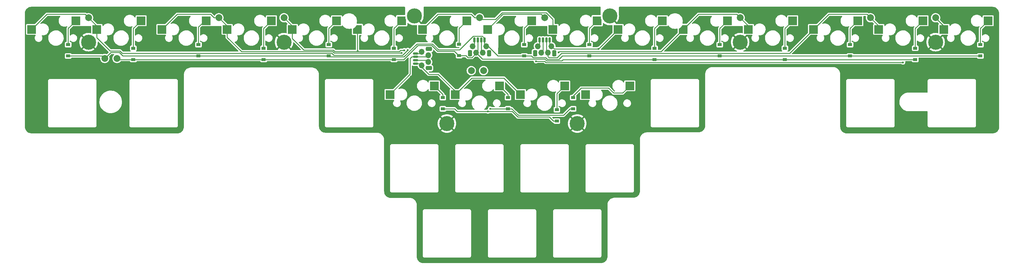
<source format=gbl>
G04 #@! TF.GenerationSoftware,KiCad,Pcbnew,7.0.1-0*
G04 #@! TF.CreationDate,2023-04-15T21:17:17+09:00*
G04 #@! TF.ProjectId,Sandy_Top_with_Plate_Mid,53616e64-795f-4546-9f70-5f776974685f,v.0*
G04 #@! TF.SameCoordinates,Original*
G04 #@! TF.FileFunction,Copper,L2,Bot*
G04 #@! TF.FilePolarity,Positive*
%FSLAX46Y46*%
G04 Gerber Fmt 4.6, Leading zero omitted, Abs format (unit mm)*
G04 Created by KiCad (PCBNEW 7.0.1-0) date 2023-04-15 21:17:17*
%MOMM*%
%LPD*%
G01*
G04 APERTURE LIST*
G04 Aperture macros list*
%AMRoundRect*
0 Rectangle with rounded corners*
0 $1 Rounding radius*
0 $2 $3 $4 $5 $6 $7 $8 $9 X,Y pos of 4 corners*
0 Add a 4 corners polygon primitive as box body*
4,1,4,$2,$3,$4,$5,$6,$7,$8,$9,$2,$3,0*
0 Add four circle primitives for the rounded corners*
1,1,$1+$1,$2,$3*
1,1,$1+$1,$4,$5*
1,1,$1+$1,$6,$7*
1,1,$1+$1,$8,$9*
0 Add four rect primitives between the rounded corners*
20,1,$1+$1,$2,$3,$4,$5,0*
20,1,$1+$1,$4,$5,$6,$7,0*
20,1,$1+$1,$6,$7,$8,$9,0*
20,1,$1+$1,$8,$9,$2,$3,0*%
%AMFreePoly0*
4,1,25,1.292426,1.292426,1.310000,1.250000,1.310000,-1.250000,1.292426,-1.292426,1.250000,-1.310000,-1.250000,-1.310000,-1.292426,-1.292426,-1.310000,-1.250000,-1.310000,0.150000,-1.308283,0.154143,-1.309396,0.158485,-1.299706,0.174850,-1.292426,0.192426,-1.288284,0.194141,-1.286000,0.198000,-0.692558,0.643081,-0.197557,1.286583,-0.193997,1.288632,-0.192426,1.292426,-0.174537,1.299836,
-0.157760,1.309495,-0.153795,1.308427,-0.150000,1.310000,1.250000,1.310000,1.292426,1.292426,1.292426,1.292426,$1*%
%AMFreePoly1*
4,1,17,1.042426,1.292426,1.060000,1.250000,1.060000,0.762996,1.304622,0.224828,1.305059,0.211926,1.310000,0.200000,1.310000,-1.250000,1.292426,-1.292426,1.250000,-1.310000,-1.250000,-1.310000,-1.292426,-1.292426,-1.310000,-1.250000,-1.310000,1.250000,-1.292426,1.292426,-1.250000,1.310000,1.000000,1.310000,1.042426,1.292426,1.042426,1.292426,$1*%
G04 Aperture macros list end*
G04 #@! TA.AperFunction,SMDPad,CuDef*
%ADD10R,2.550000X2.500000*%
G04 #@! TD*
G04 #@! TA.AperFunction,SMDPad,CuDef*
%ADD11FreePoly0,0.000000*%
G04 #@! TD*
G04 #@! TA.AperFunction,SMDPad,CuDef*
%ADD12FreePoly1,0.000000*%
G04 #@! TD*
G04 #@! TA.AperFunction,ComponentPad*
%ADD13C,4.400000*%
G04 #@! TD*
G04 #@! TA.AperFunction,SMDPad,CuDef*
%ADD14R,1.200000X0.900000*%
G04 #@! TD*
G04 #@! TA.AperFunction,ComponentPad*
%ADD15C,2.000000*%
G04 #@! TD*
G04 #@! TA.AperFunction,ComponentPad*
%ADD16O,1.700000X1.700000*%
G04 #@! TD*
G04 #@! TA.AperFunction,SMDPad,CuDef*
%ADD17RoundRect,0.150000X0.150000X0.625000X-0.150000X0.625000X-0.150000X-0.625000X0.150000X-0.625000X0*%
G04 #@! TD*
G04 #@! TA.AperFunction,SMDPad,CuDef*
%ADD18RoundRect,0.250000X0.350000X0.650000X-0.350000X0.650000X-0.350000X-0.650000X0.350000X-0.650000X0*%
G04 #@! TD*
G04 #@! TA.AperFunction,SMDPad,CuDef*
%ADD19RoundRect,0.150000X-0.625000X0.150000X-0.625000X-0.150000X0.625000X-0.150000X0.625000X0.150000X0*%
G04 #@! TD*
G04 #@! TA.AperFunction,SMDPad,CuDef*
%ADD20RoundRect,0.250000X-0.650000X0.350000X-0.650000X-0.350000X0.650000X-0.350000X0.650000X0.350000X0*%
G04 #@! TD*
G04 #@! TA.AperFunction,ViaPad*
%ADD21C,0.600000*%
G04 #@! TD*
G04 #@! TA.AperFunction,Conductor*
%ADD22C,0.254000*%
G04 #@! TD*
G04 APERTURE END LIST*
D10*
X160420310Y-43513405D03*
X173347310Y-40973405D03*
X74695310Y-24463405D03*
X87622310Y-21923405D03*
X122320310Y-43513405D03*
X135247310Y-40973405D03*
X188995310Y-24463405D03*
X201922310Y-21923405D03*
X55645310Y-24463405D03*
X68572310Y-21923405D03*
X150823435Y-24463405D03*
X163750435Y-21923405D03*
X227095310Y-24463405D03*
X240022310Y-21923405D03*
D11*
X112795310Y-24463405D03*
D12*
X125722310Y-21923405D03*
D11*
X208045310Y-24463405D03*
D10*
X220972310Y-21923405D03*
D13*
X224655310Y-28194030D03*
D10*
X141370310Y-43513405D03*
X154297310Y-40973405D03*
X246145310Y-24463405D03*
X259072310Y-21923405D03*
X265195310Y-24463405D03*
X278122310Y-21923405D03*
D13*
X34155310Y-28194030D03*
X186555310Y-20561655D03*
D10*
X17545310Y-24463405D03*
X30472310Y-21923405D03*
D13*
X177030310Y-52006530D03*
X91305310Y-28194030D03*
X138930310Y-52006530D03*
X129405310Y-20561655D03*
D10*
X179470310Y-43513405D03*
X192397310Y-40973405D03*
X284245310Y-24463405D03*
X297172310Y-21923405D03*
X131845310Y-24463405D03*
X144772310Y-21923405D03*
D13*
X281805310Y-28194030D03*
D10*
X36595310Y-24463405D03*
X49522310Y-21923405D03*
X93745310Y-24463405D03*
X106672310Y-21923405D03*
X169945310Y-24463405D03*
D12*
X182872310Y-21923405D03*
D14*
X85352185Y-33275280D03*
X85352185Y-29975280D03*
D15*
X262755310Y-21050280D03*
D14*
X294902185Y-32225280D03*
X294902185Y-28925280D03*
X237752185Y-33279280D03*
X237752185Y-29979280D03*
X66302185Y-32225280D03*
X66302185Y-28925280D03*
X123452185Y-33279280D03*
X123452185Y-29979280D03*
X104402185Y-32225280D03*
X104402185Y-28925280D03*
X142502185Y-32125280D03*
X142502185Y-28825280D03*
X256802185Y-32225280D03*
X256802185Y-28925280D03*
X137739685Y-47703405D03*
X137739685Y-44403405D03*
X180602185Y-32225280D03*
X180602185Y-28925280D03*
X47252185Y-33275280D03*
X47252185Y-29975280D03*
X275852185Y-33275280D03*
X275852185Y-29975280D03*
X175839685Y-47703405D03*
X175839685Y-44403405D03*
X156789685Y-47703405D03*
X156789685Y-44403405D03*
D16*
X169505310Y-29375280D03*
D17*
X169005310Y-27575280D03*
D16*
X168505310Y-31275280D03*
D17*
X168005310Y-27575280D03*
X167005310Y-27575280D03*
D16*
X166505310Y-31275280D03*
D17*
X166005310Y-27575280D03*
D16*
X165505310Y-29375280D03*
D18*
X170305310Y-31450280D03*
X164705310Y-31450280D03*
D15*
X38917810Y-32956530D03*
X34155310Y-21050280D03*
X148455310Y-21050280D03*
X72255310Y-21059655D03*
X167505310Y-21003405D03*
X149645935Y-36528405D03*
D14*
X218702185Y-32225280D03*
X218702185Y-28925280D03*
D15*
X224655310Y-21050280D03*
D14*
X161552185Y-32225280D03*
X161552185Y-28925280D03*
X199652185Y-33279280D03*
X199652185Y-29979280D03*
D16*
X131586560Y-31003405D03*
D19*
X129786560Y-31503405D03*
D16*
X133486560Y-32003405D03*
D19*
X129786560Y-32503405D03*
X129786560Y-33503405D03*
D16*
X133486560Y-34003405D03*
D19*
X129786560Y-34503405D03*
D16*
X131586560Y-35003405D03*
D20*
X133661560Y-30203405D03*
X133661560Y-35803405D03*
D15*
X281805310Y-21050280D03*
X91305310Y-21050280D03*
X146074060Y-36528405D03*
X42489685Y-32956530D03*
D14*
X28202185Y-32225280D03*
X28202185Y-28925280D03*
X171077185Y-51275280D03*
X171077185Y-47975280D03*
D16*
X150455310Y-29375280D03*
D17*
X149955310Y-27575280D03*
D16*
X149455310Y-31275280D03*
D17*
X148955310Y-27575280D03*
X147955310Y-27575280D03*
D16*
X147455310Y-31275280D03*
D17*
X146955310Y-27575280D03*
D16*
X146455310Y-29375280D03*
D18*
X151255310Y-31450280D03*
X145655310Y-31450280D03*
D21*
X150963560Y-48478405D03*
X151605310Y-47678405D03*
X127505310Y-30478405D03*
X125705310Y-31378405D03*
X126505310Y-30578405D03*
X131845310Y-24463405D03*
X183292810Y-30165905D03*
X179505310Y-43478405D03*
X171605310Y-31178405D03*
X164965310Y-33778405D03*
X272280310Y-34115405D03*
X122261560Y-36528405D03*
X193667310Y-44910405D03*
X27043310Y-25511155D03*
X299331310Y-34496405D03*
X16629310Y-34496405D03*
X157980310Y-53197155D03*
X224300000Y-24500000D03*
X139300000Y-21100000D03*
X185000000Y-29900000D03*
X252100000Y-21200000D03*
X173458435Y-53197155D03*
X182700000Y-28800000D03*
X135296460Y-32464405D03*
X243705310Y-35004405D03*
X53205310Y-18669030D03*
X127200000Y-34242405D03*
X137787310Y-46085155D03*
X185800000Y-23900000D03*
X203700000Y-30400000D03*
X142502185Y-53197155D03*
X281805310Y-35004405D03*
X243705310Y-18700000D03*
X281805310Y-18669030D03*
X224655310Y-18669030D03*
X167205310Y-24578405D03*
X110355310Y-18669030D03*
X299331310Y-19002405D03*
X222300000Y-30500000D03*
X126103310Y-18669030D03*
X67400000Y-24800000D03*
X16629310Y-19002405D03*
X262755310Y-18669030D03*
X129151310Y-28273405D03*
X155205310Y-31078405D03*
X174109310Y-26527155D03*
X204200000Y-24500000D03*
X241205310Y-30978405D03*
X91305310Y-35004405D03*
X268805310Y-30978405D03*
X213000000Y-21100000D03*
X205605310Y-35478405D03*
X135358435Y-53197155D03*
X110355310Y-25606405D03*
X72255310Y-35004405D03*
X201500000Y-29500000D03*
X132707310Y-18669030D03*
X150995310Y-34750405D03*
X167505310Y-18669030D03*
X262100000Y-23700000D03*
X193699060Y-36528405D03*
X224655310Y-35004405D03*
X183300000Y-18669030D03*
X34155310Y-18669030D03*
X180602185Y-53197155D03*
X173255310Y-35375280D03*
X128378576Y-38295671D03*
X156605310Y-21378405D03*
X193699060Y-53197155D03*
X291965310Y-31078405D03*
X146900000Y-39700000D03*
X110355310Y-35004405D03*
X205605310Y-18669030D03*
X262755310Y-35278405D03*
X34155310Y-35004405D03*
X140581310Y-31956405D03*
X122300000Y-46000000D03*
X227200000Y-30500000D03*
X73445935Y-18669030D03*
X236100000Y-30500000D03*
X53205310Y-35004405D03*
X161905310Y-34278405D03*
X122261560Y-53197155D03*
X148455310Y-18669030D03*
X189800000Y-18669030D03*
X91305310Y-18669030D03*
D22*
X28202185Y-24193530D02*
X30472310Y-21923405D01*
X28202185Y-28925280D02*
X28202185Y-24193530D01*
X47252185Y-29975280D02*
X47252185Y-24193530D01*
X47252185Y-24193530D02*
X49522310Y-21923405D01*
X68109697Y-21923405D02*
X68572310Y-21923405D01*
X66302185Y-23730917D02*
X68109697Y-21923405D01*
X66302185Y-28925280D02*
X66302185Y-23730917D01*
X85352185Y-29975280D02*
X85352185Y-24193530D01*
X85352185Y-24193530D02*
X87622310Y-21923405D01*
X104402185Y-24193530D02*
X106672310Y-21923405D01*
X104402185Y-28925280D02*
X104402185Y-24193530D01*
X123452185Y-29979280D02*
X123452185Y-24193530D01*
X123452185Y-24193530D02*
X125722310Y-21923405D01*
X180602185Y-28925280D02*
X180602185Y-24193530D01*
X180602185Y-24193530D02*
X182872310Y-21923405D01*
X142502185Y-28825280D02*
X142502185Y-24193530D01*
X142502185Y-24193530D02*
X144772310Y-21923405D01*
X161552185Y-24121655D02*
X163750435Y-21923405D01*
X161552185Y-28925280D02*
X161552185Y-24121655D01*
X199652185Y-29979280D02*
X199652185Y-24193530D01*
X199652185Y-24193530D02*
X201922310Y-21923405D01*
X218702185Y-28925280D02*
X218702185Y-24193530D01*
X218702185Y-24193530D02*
X220972310Y-21923405D01*
X237752185Y-24193530D02*
X240022310Y-21923405D01*
X237752185Y-29979280D02*
X237752185Y-24193530D01*
X256802185Y-24193530D02*
X259072310Y-21923405D01*
X256802185Y-28925280D02*
X256802185Y-24193530D01*
X275852185Y-29975280D02*
X275852185Y-24193530D01*
X275852185Y-24193530D02*
X278122310Y-21923405D01*
X294902185Y-24193530D02*
X297172310Y-21923405D01*
X294902185Y-28925280D02*
X294902185Y-24193530D01*
X137739685Y-43465780D02*
X135247310Y-40973405D01*
X137739685Y-44403405D02*
X137739685Y-43465780D01*
X156789685Y-44403405D02*
X156789685Y-43465780D01*
X156789685Y-43465780D02*
X154297310Y-40973405D01*
X171077185Y-47975280D02*
X171077185Y-43243530D01*
X171077185Y-43243530D02*
X173347310Y-40973405D01*
X149955310Y-27575280D02*
X149955310Y-28875280D01*
X43166309Y-31212181D02*
X44179408Y-32225280D01*
X256802185Y-32225280D02*
X294902185Y-32225280D01*
X168274780Y-33202003D02*
X167753257Y-32680480D01*
X149955310Y-27575280D02*
X149955310Y-27121175D01*
X38917810Y-32956530D02*
X40662159Y-31212181D01*
X28202185Y-32225280D02*
X38186560Y-32225280D01*
X142644080Y-30432405D02*
X136432405Y-30432405D01*
X130168542Y-28705704D02*
X126409440Y-32464806D01*
X66302185Y-32225280D02*
X104402185Y-32225280D01*
X146606405Y-26470080D02*
X142644080Y-30432405D01*
X180602185Y-32225280D02*
X218702185Y-32225280D01*
X44179408Y-32225280D02*
X66302185Y-32225280D01*
X172658435Y-32225280D02*
X171681712Y-33202003D01*
X167753257Y-32680480D02*
X164114983Y-32680480D01*
X218702185Y-32225280D02*
X256802185Y-32225280D01*
X38186560Y-32225280D02*
X38917810Y-32956530D01*
X180602185Y-32225280D02*
X172658435Y-32225280D01*
X104641711Y-32464806D02*
X104402185Y-32225280D01*
X161552185Y-32225280D02*
X153850837Y-32225280D01*
X163659783Y-32225280D02*
X161552185Y-32225280D01*
X126409440Y-32464806D02*
X104641711Y-32464806D01*
X149955310Y-27121175D02*
X149304215Y-26470080D01*
X151000837Y-29375280D02*
X150455310Y-29375280D01*
X134705704Y-28705704D02*
X130168542Y-28705704D01*
X164114983Y-32680480D02*
X163659783Y-32225280D01*
X149955310Y-28875280D02*
X150455310Y-29375280D01*
X136432405Y-30432405D02*
X134705704Y-28705704D01*
X171681712Y-33202003D02*
X168274780Y-33202003D01*
X40662159Y-31212181D02*
X43166309Y-31212181D01*
X153850837Y-32225280D02*
X151000837Y-29375280D01*
X149304215Y-26470080D02*
X146606405Y-26470080D01*
X85352185Y-33275280D02*
X54475310Y-33275280D01*
X168085609Y-33658704D02*
X167564086Y-33137181D01*
X149317211Y-33137181D02*
X147455310Y-31275280D01*
X147455310Y-31470807D02*
X147455310Y-31275280D01*
X172526013Y-33658704D02*
X168085609Y-33658704D01*
X199652185Y-33279280D02*
X172905437Y-33279280D01*
X85356185Y-33279280D02*
X85352185Y-33275280D01*
X141116011Y-30889106D02*
X142352185Y-32125280D01*
X144509783Y-32125280D02*
X145064983Y-32680480D01*
X199652185Y-33279280D02*
X237752185Y-33279280D01*
X237752185Y-33279280D02*
X275848185Y-33279280D01*
X275848185Y-33279280D02*
X275852185Y-33275280D01*
X146245637Y-32680480D02*
X147455310Y-31470807D01*
X142502185Y-32125280D02*
X144509783Y-32125280D01*
X167564086Y-33137181D02*
X149317211Y-33137181D01*
X123452185Y-33279280D02*
X85356185Y-33279280D01*
X172905437Y-33279280D02*
X172526013Y-33658704D01*
X147455310Y-31275280D02*
X147955310Y-30775280D01*
X47252185Y-33275280D02*
X42808435Y-33275280D01*
X147955310Y-30775280D02*
X147955310Y-27575280D01*
X47252185Y-33275280D02*
X54475310Y-33275280D01*
X134516533Y-29162405D02*
X136243234Y-30889106D01*
X142352185Y-32125280D02*
X142502185Y-32125280D01*
X123452185Y-33279280D02*
X126304435Y-33279280D01*
X136243234Y-30889106D02*
X141116011Y-30889106D01*
X42808435Y-33275280D02*
X42489685Y-32956530D01*
X145064983Y-32680480D02*
X146245637Y-32680480D01*
X130421310Y-29162405D02*
X134516533Y-29162405D01*
X126304435Y-33279280D02*
X130421310Y-29162405D01*
X190305310Y-43078405D02*
X192397310Y-40986405D01*
X175839685Y-44403405D02*
X175839685Y-43958630D01*
X175839685Y-43958630D02*
X178161910Y-41636405D01*
X186200310Y-41636405D02*
X187642310Y-43078405D01*
X187642310Y-43078405D02*
X190305310Y-43078405D01*
X178161910Y-41636405D02*
X186200310Y-41636405D01*
X192397310Y-40986405D02*
X192397310Y-40973405D01*
X170075280Y-51275280D02*
X168900000Y-50100000D01*
X159653422Y-50100000D02*
X158037027Y-48483605D01*
X146955310Y-27575280D02*
X146955310Y-28875280D01*
X137739685Y-47703405D02*
X141203405Y-47703405D01*
X146955310Y-28875280D02*
X146455310Y-29375280D01*
X158037027Y-48483605D02*
X150968760Y-48483605D01*
X150968760Y-48483605D02*
X150963560Y-48478405D01*
X168900000Y-50100000D02*
X159653422Y-50100000D01*
X141978405Y-48478405D02*
X150963560Y-48478405D01*
X141203405Y-47703405D02*
X141978405Y-48478405D01*
X171077185Y-51275280D02*
X170075280Y-51275280D01*
X157903405Y-47703405D02*
X159800000Y-49600000D01*
X173000000Y-49600000D02*
X174896595Y-47703405D01*
X148955310Y-30775280D02*
X148955310Y-27575280D01*
X159800000Y-49600000D02*
X173000000Y-49600000D01*
X151630310Y-47703405D02*
X151605310Y-47678405D01*
X156789685Y-47703405D02*
X151630310Y-47703405D01*
X149455310Y-31275280D02*
X148955310Y-30775280D01*
X174896595Y-47703405D02*
X175839685Y-47703405D01*
X156789685Y-47703405D02*
X157903405Y-47703405D01*
X125975610Y-32008105D02*
X127505310Y-30478405D01*
X43355480Y-30755480D02*
X44013402Y-31413402D01*
X129786560Y-31503405D02*
X131086560Y-31503405D01*
X36595310Y-24463405D02*
X36595310Y-23490280D01*
X40482385Y-30755480D02*
X43355480Y-30755480D01*
X105895410Y-32008105D02*
X125975610Y-32008105D01*
X21962310Y-20046405D02*
X33151435Y-20046405D01*
X17545310Y-24463405D02*
X21962310Y-20046405D01*
X36595310Y-26868405D02*
X40482385Y-30755480D01*
X36595310Y-24463405D02*
X36595310Y-26868405D01*
X33151435Y-20046405D02*
X34155310Y-21050280D01*
X105300707Y-31413402D02*
X105895410Y-32008105D01*
X44013402Y-31413402D02*
X105300707Y-31413402D01*
X131086560Y-31503405D02*
X131586560Y-31003405D01*
X36595310Y-23490280D02*
X34155310Y-21050280D01*
X132986560Y-33503405D02*
X133486560Y-34003405D01*
X55645310Y-24463405D02*
X60062310Y-20046405D01*
X129786560Y-33503405D02*
X132986560Y-33503405D01*
X105959438Y-31378405D02*
X125705310Y-31378405D01*
X74695310Y-24463405D02*
X74695310Y-23499655D01*
X60062310Y-20046405D02*
X69846405Y-20046405D01*
X70859655Y-21059655D02*
X72255310Y-21059655D01*
X74695310Y-24463405D02*
X74695310Y-26769000D01*
X74695310Y-26769000D02*
X78883011Y-30956701D01*
X74695310Y-23499655D02*
X72255310Y-21059655D01*
X78883011Y-30956701D02*
X105537734Y-30956701D01*
X69846405Y-20046405D02*
X70859655Y-21059655D01*
X105537734Y-30956701D02*
X105959438Y-31378405D01*
X125066141Y-30917574D02*
X113105310Y-30917574D01*
X93745310Y-24463405D02*
X93745310Y-23490280D01*
X129786560Y-32503405D02*
X132986560Y-32503405D01*
X113105310Y-30917574D02*
X112805310Y-30917574D01*
X112795310Y-30627574D02*
X112815310Y-30627574D01*
X125405310Y-30578405D02*
X125066141Y-30917574D01*
X128200000Y-37583715D02*
X122320310Y-43463405D01*
X128200000Y-33000000D02*
X128200000Y-37583715D01*
X93745310Y-23490280D02*
X91305310Y-21050280D01*
X128696595Y-32503405D02*
X128200000Y-33000000D01*
X112795310Y-30478405D02*
X112795310Y-30627574D01*
X126505310Y-30578405D02*
X125405310Y-30578405D01*
X129786560Y-32503405D02*
X128696595Y-32503405D01*
X112815310Y-30627574D02*
X113105310Y-30917574D01*
X105726905Y-30500000D02*
X97126905Y-30500000D01*
X106144479Y-30917574D02*
X105726905Y-30500000D01*
X93745310Y-27118405D02*
X93745310Y-24463405D01*
X132986560Y-32503405D02*
X133486560Y-32003405D01*
X112805310Y-30917574D02*
X112505310Y-30917574D01*
X112795310Y-30627574D02*
X112505310Y-30917574D01*
X112795310Y-30907574D02*
X112805310Y-30917574D01*
X97126905Y-30500000D02*
X93745310Y-27118405D01*
X112505310Y-30917574D02*
X106144479Y-30917574D01*
X122320310Y-43463405D02*
X122320310Y-43513405D01*
X112795310Y-30478405D02*
X112795310Y-24463405D01*
X112795310Y-30478405D02*
X112795310Y-30907574D01*
X169945310Y-21562218D02*
X167972297Y-19589205D01*
X146191510Y-38692205D02*
X155599110Y-38692205D01*
X131586560Y-35548932D02*
X133637628Y-37600000D01*
X141370310Y-42570310D02*
X141370310Y-43513405D01*
X169945310Y-24463405D02*
X169945310Y-21562218D01*
X153140262Y-21500000D02*
X148905030Y-21500000D01*
X146046405Y-20046405D02*
X147050280Y-21050280D01*
X167972297Y-19589205D02*
X155051057Y-19589205D01*
X141370310Y-43513405D02*
X146191510Y-38692205D01*
X155599110Y-38692205D02*
X160420310Y-43513405D01*
X155051057Y-19589205D02*
X153140262Y-21500000D01*
X129786560Y-34503405D02*
X131086560Y-34503405D01*
X131845310Y-24463405D02*
X136262310Y-20046405D01*
X136262310Y-20046405D02*
X146046405Y-20046405D01*
X131086560Y-34503405D02*
X131586560Y-35003405D01*
X131586560Y-35003405D02*
X131586560Y-35548932D01*
X136400000Y-37600000D02*
X141370310Y-42570310D01*
X133637628Y-37600000D02*
X136400000Y-37600000D01*
X148905030Y-21500000D02*
X148455310Y-21050280D01*
X147050280Y-21050280D02*
X148455310Y-21050280D01*
X169005310Y-27575280D02*
X169005310Y-28875280D01*
X183292810Y-30165905D02*
X170295935Y-30165905D01*
X159660660Y-20056701D02*
X159670956Y-20046405D01*
X169005310Y-28875280D02*
X169505310Y-29375280D01*
X161236210Y-20056701D02*
X166558606Y-20056701D01*
X183292810Y-30165905D02*
X188995310Y-24463405D01*
X155230139Y-20056701D02*
X159660660Y-20056701D01*
X166558606Y-20056701D02*
X167505310Y-21003405D01*
X159670956Y-20046405D02*
X161225914Y-20046405D01*
X161225914Y-20046405D02*
X161236210Y-20056701D01*
X170295935Y-30165905D02*
X169505310Y-29375280D01*
X150823435Y-24463405D02*
X155230139Y-20056701D01*
X201568310Y-30940405D02*
X171843310Y-30940405D01*
X224655310Y-21050280D02*
X223651435Y-20046405D01*
X166505310Y-31275280D02*
X167005310Y-30775280D01*
X212462310Y-20046405D02*
X208045310Y-24463405D01*
X167005310Y-30775280D02*
X167005310Y-27575280D01*
X227095310Y-23490280D02*
X224655310Y-21050280D01*
X227095310Y-24463405D02*
X227095310Y-23490280D01*
X171843310Y-30940405D02*
X171605310Y-31178405D01*
X223651435Y-20046405D02*
X212462310Y-20046405D01*
X208045310Y-24463405D02*
X201568310Y-30940405D01*
X172438635Y-31445080D02*
X239138635Y-31445080D01*
X265195310Y-23490280D02*
X262755310Y-21050280D01*
X239138635Y-31445080D02*
X246120310Y-24463405D01*
X250562310Y-20046405D02*
X246145310Y-24463405D01*
X168005310Y-30775280D02*
X168005310Y-27575280D01*
X168505310Y-31275280D02*
X168505310Y-32477361D01*
X171138413Y-32745302D02*
X172438635Y-31445080D01*
X261751435Y-20046405D02*
X250562310Y-20046405D01*
X168505310Y-31275280D02*
X168005310Y-30775280D01*
X246120310Y-24463405D02*
X246145310Y-24463405D01*
X168773251Y-32745302D02*
X171138413Y-32745302D01*
X262755310Y-21050280D02*
X261751435Y-20046405D01*
X265195310Y-24463405D02*
X265195310Y-23490280D01*
X168505310Y-32477361D02*
X168773251Y-32745302D01*
X166005310Y-27575280D02*
X166005310Y-28875280D01*
X167505310Y-33778405D02*
X164965310Y-33778405D01*
X272280310Y-34115405D02*
X167842310Y-34115405D01*
X284245310Y-24463405D02*
X284245310Y-23518405D01*
X166005310Y-28875280D02*
X165505310Y-29375280D01*
X284245310Y-23518405D02*
X281805310Y-21078405D01*
X167842310Y-34115405D02*
X167505310Y-33778405D01*
G04 #@! TA.AperFunction,Conductor*
G36*
X126623310Y-17870746D02*
G01*
X126669429Y-17916865D01*
X126686310Y-17979865D01*
X126686310Y-20126381D01*
X126669429Y-20189381D01*
X126623310Y-20235500D01*
X126560310Y-20252381D01*
X124542944Y-20252381D01*
X124528853Y-20250526D01*
X124519433Y-20250526D01*
X124425187Y-20250526D01*
X124394842Y-20258656D01*
X124334151Y-20274918D01*
X124324263Y-20279014D01*
X124322219Y-20279861D01*
X124288222Y-20293943D01*
X124206608Y-20341064D01*
X124139969Y-20407703D01*
X124092847Y-20489320D01*
X124073824Y-20535244D01*
X124049430Y-20626277D01*
X124049430Y-20729942D01*
X124051286Y-20744040D01*
X124051286Y-20799657D01*
X124035335Y-20861018D01*
X123991522Y-20906843D01*
X123930939Y-20925530D01*
X123868925Y-20912349D01*
X123821180Y-20870635D01*
X123792746Y-20828930D01*
X123792744Y-20828928D01*
X123792743Y-20828926D01*
X123614291Y-20636600D01*
X123409167Y-20473019D01*
X123181953Y-20341837D01*
X123119449Y-20317306D01*
X122937727Y-20245985D01*
X122681941Y-20187603D01*
X122646604Y-20184955D01*
X122485804Y-20172905D01*
X122354816Y-20172905D01*
X122214718Y-20183403D01*
X122158678Y-20187603D01*
X121902892Y-20245985D01*
X121658666Y-20341837D01*
X121447729Y-20463622D01*
X121431453Y-20473019D01*
X121226329Y-20636600D01*
X121119715Y-20751503D01*
X121047873Y-20828930D01*
X120900082Y-21045700D01*
X120786246Y-21282081D01*
X120711050Y-21525866D01*
X120708914Y-21532790D01*
X120669810Y-21792223D01*
X120669810Y-22054587D01*
X120708914Y-22314020D01*
X120708915Y-22314023D01*
X120786246Y-22564728D01*
X120900082Y-22801109D01*
X121047873Y-23017879D01*
X121047875Y-23017881D01*
X121047877Y-23017884D01*
X121226329Y-23210210D01*
X121431453Y-23373791D01*
X121658667Y-23504973D01*
X121902894Y-23600825D01*
X122158680Y-23659207D01*
X122354816Y-23673905D01*
X122485799Y-23673905D01*
X122485804Y-23673905D01*
X122681940Y-23659207D01*
X122937726Y-23600825D01*
X123073428Y-23547565D01*
X123141029Y-23540716D01*
X123202359Y-23569969D01*
X123239580Y-23626817D01*
X123241867Y-23694728D01*
X123208554Y-23753951D01*
X123156882Y-23805623D01*
X123135915Y-23822521D01*
X123132570Y-23824670D01*
X123101327Y-23860726D01*
X123095205Y-23867301D01*
X123086147Y-23876359D01*
X123078476Y-23886607D01*
X123072837Y-23893605D01*
X123041595Y-23929661D01*
X123039940Y-23933286D01*
X123026206Y-23956434D01*
X123023818Y-23959624D01*
X123007145Y-24004321D01*
X123003706Y-24012623D01*
X122983886Y-24056024D01*
X122983320Y-24059965D01*
X122976662Y-24086053D01*
X122975271Y-24089782D01*
X122971866Y-24137374D01*
X122970906Y-24146304D01*
X122969085Y-24158975D01*
X122969085Y-24171768D01*
X122968764Y-24180756D01*
X122965360Y-24228349D01*
X122966205Y-24232233D01*
X122969085Y-24259016D01*
X122969085Y-29047181D01*
X122952204Y-29110181D01*
X122906085Y-29156300D01*
X122843085Y-29173181D01*
X122818391Y-29173181D01*
X122749172Y-29183264D01*
X122749172Y-29183265D01*
X122642399Y-29235462D01*
X122558365Y-29319496D01*
X122506170Y-29426263D01*
X122502013Y-29454799D01*
X122496085Y-29495485D01*
X122496085Y-29960436D01*
X122496086Y-30308474D01*
X122479205Y-30371474D01*
X122433086Y-30417593D01*
X122370086Y-30434474D01*
X113404410Y-30434474D01*
X113341410Y-30417593D01*
X113295291Y-30371474D01*
X113278410Y-30308474D01*
X113278410Y-26260429D01*
X113295291Y-26197429D01*
X113341410Y-26151310D01*
X113404410Y-26134429D01*
X113788130Y-26134429D01*
X113843724Y-26147357D01*
X113887910Y-26183488D01*
X113911620Y-26235407D01*
X113909990Y-26292461D01*
X113883354Y-26342942D01*
X113879333Y-26347581D01*
X113771862Y-26533727D01*
X113701560Y-26736848D01*
X113670970Y-26949612D01*
X113681197Y-27164309D01*
X113731871Y-27373192D01*
X113821163Y-27568714D01*
X113945845Y-27743806D01*
X114024441Y-27818746D01*
X114101407Y-27892132D01*
X114254635Y-27990606D01*
X114282233Y-28008342D01*
X114481775Y-28088226D01*
X114481778Y-28088227D01*
X114692838Y-28128905D01*
X114853928Y-28128905D01*
X114853933Y-28128905D01*
X114955761Y-28119181D01*
X115014281Y-28113593D01*
X115220519Y-28053036D01*
X115353245Y-27984611D01*
X115411570Y-27954543D01*
X115580524Y-27821675D01*
X115580527Y-27821673D01*
X115721286Y-27659229D01*
X115828758Y-27473082D01*
X115899060Y-27269959D01*
X115926576Y-27078573D01*
X117632143Y-27078573D01*
X117661782Y-27373195D01*
X117662221Y-27377550D01*
X117731880Y-27669854D01*
X117839879Y-27950265D01*
X117839880Y-27950267D01*
X117984290Y-28213782D01*
X118162531Y-28455693D01*
X118162533Y-28455695D01*
X118371431Y-28671694D01*
X118607256Y-28857923D01*
X118865797Y-29011057D01*
X119043326Y-29086335D01*
X119142445Y-29128366D01*
X119244422Y-29156300D01*
X119432256Y-29207753D01*
X119730065Y-29247805D01*
X119955337Y-29247805D01*
X119955343Y-29247805D01*
X120180129Y-29232757D01*
X120474597Y-29172904D01*
X120758461Y-29074336D01*
X121026653Y-28938812D01*
X121274390Y-28768751D01*
X121497249Y-28567187D01*
X121691253Y-28337717D01*
X121852941Y-28084437D01*
X121979428Y-27811865D01*
X122068456Y-27524867D01*
X122118436Y-27228563D01*
X122128477Y-26928241D01*
X122098399Y-26629260D01*
X122028740Y-26336956D01*
X121920741Y-26056545D01*
X121776331Y-25793030D01*
X121756337Y-25765894D01*
X121598088Y-25551116D01*
X121544094Y-25495287D01*
X121389189Y-25335116D01*
X121153364Y-25148887D01*
X120894823Y-24995753D01*
X120894820Y-24995752D01*
X120894819Y-24995751D01*
X120618174Y-24878443D01*
X120328368Y-24799058D01*
X120328367Y-24799057D01*
X120328364Y-24799057D01*
X120030555Y-24759005D01*
X119805277Y-24759005D01*
X119682666Y-24767212D01*
X119580486Y-24774053D01*
X119286022Y-24833906D01*
X119002161Y-24932472D01*
X118733968Y-25067997D01*
X118486229Y-25238059D01*
X118263369Y-25439624D01*
X118069365Y-25669094D01*
X117907679Y-25922371D01*
X117781193Y-26194941D01*
X117692163Y-26481943D01*
X117642184Y-26778244D01*
X117640616Y-26825156D01*
X117632858Y-27057202D01*
X117632143Y-27078573D01*
X115926576Y-27078573D01*
X115929649Y-27057202D01*
X115925116Y-26962046D01*
X115919422Y-26842500D01*
X115868748Y-26633617D01*
X115779456Y-26438095D01*
X115753920Y-26402235D01*
X115730732Y-26335785D01*
X115746801Y-26267264D01*
X115797114Y-26218051D01*
X115865971Y-26203500D01*
X116004816Y-26213905D01*
X116135799Y-26213905D01*
X116135804Y-26213905D01*
X116331940Y-26199207D01*
X116587726Y-26140825D01*
X116831953Y-26044973D01*
X117059167Y-25913791D01*
X117264291Y-25750210D01*
X117442743Y-25557884D01*
X117590538Y-25341109D01*
X117704373Y-25104728D01*
X117781706Y-24854020D01*
X117820810Y-24594587D01*
X117820810Y-24332223D01*
X117781706Y-24072790D01*
X117717342Y-23864125D01*
X117704373Y-23822081D01*
X117633015Y-23673905D01*
X117590538Y-23585701D01*
X117484105Y-23429593D01*
X117442746Y-23368930D01*
X117442744Y-23368928D01*
X117442743Y-23368926D01*
X117264291Y-23176600D01*
X117059167Y-23013019D01*
X116831953Y-22881837D01*
X116829983Y-22881064D01*
X116587727Y-22785985D01*
X116331941Y-22727603D01*
X116299250Y-22725153D01*
X116135804Y-22712905D01*
X116004816Y-22712905D01*
X115864718Y-22723403D01*
X115808678Y-22727603D01*
X115552892Y-22785985D01*
X115308666Y-22881837D01*
X115097729Y-23003622D01*
X115081453Y-23013019D01*
X114876329Y-23176600D01*
X114774414Y-23286439D01*
X114697872Y-23368931D01*
X114696439Y-23371034D01*
X114693707Y-23373420D01*
X114691455Y-23375848D01*
X114691199Y-23375611D01*
X114648694Y-23412747D01*
X114586680Y-23425928D01*
X114526097Y-23407240D01*
X114482284Y-23361415D01*
X114466334Y-23300055D01*
X114466334Y-23284040D01*
X114468189Y-23269942D01*
X114468189Y-23260530D01*
X114468190Y-23260526D01*
X114468189Y-23166279D01*
X114468189Y-23166277D01*
X114443795Y-23075244D01*
X114424772Y-23029320D01*
X114377650Y-22947703D01*
X114311011Y-22881064D01*
X114229401Y-22833945D01*
X114229394Y-22833942D01*
X114195408Y-22819864D01*
X114195403Y-22819862D01*
X114195399Y-22819860D01*
X114183468Y-22814918D01*
X114129116Y-22800355D01*
X114092433Y-22790526D01*
X113998187Y-22790526D01*
X113988767Y-22790526D01*
X113974676Y-22792381D01*
X112678770Y-22792381D01*
X112662176Y-22791283D01*
X112658395Y-22790780D01*
X112606617Y-22771713D01*
X112567951Y-22732349D01*
X112549813Y-22680237D01*
X112555681Y-22625372D01*
X112557990Y-22618571D01*
X112616183Y-22326015D01*
X112635692Y-22028365D01*
X112616183Y-21730715D01*
X112557990Y-21438159D01*
X112535874Y-21373008D01*
X112462109Y-21155701D01*
X112330179Y-20888174D01*
X112295102Y-20835678D01*
X112164459Y-20640156D01*
X112095615Y-20561654D01*
X111967784Y-20415890D01*
X111743519Y-20219216D01*
X111495500Y-20053495D01*
X111227973Y-19921565D01*
X110945518Y-19825685D01*
X110652959Y-19767491D01*
X110355310Y-19747983D01*
X110057660Y-19767491D01*
X109765101Y-19825685D01*
X109482646Y-19921565D01*
X109215119Y-20053495D01*
X108967100Y-20219216D01*
X108742835Y-20415890D01*
X108546159Y-20640157D01*
X108529103Y-20665684D01*
X108484764Y-20706247D01*
X108426681Y-20721659D01*
X108368065Y-20708416D01*
X108322249Y-20669530D01*
X108299655Y-20613845D01*
X108293325Y-20570392D01*
X108241129Y-20463622D01*
X108241127Y-20463620D01*
X108241127Y-20463619D01*
X108157093Y-20379585D01*
X108050326Y-20327390D01*
X108015713Y-20322347D01*
X107981105Y-20317305D01*
X107981102Y-20317305D01*
X105363517Y-20317305D01*
X105294297Y-20327390D01*
X105187524Y-20379587D01*
X105103490Y-20463621D01*
X105051295Y-20570388D01*
X105048405Y-20590224D01*
X105042662Y-20629648D01*
X105041210Y-20639613D01*
X105041210Y-20858214D01*
X105025259Y-20919575D01*
X104981446Y-20965400D01*
X104920863Y-20984087D01*
X104858849Y-20970906D01*
X104811104Y-20929193D01*
X104808607Y-20925530D01*
X104742743Y-20828926D01*
X104564291Y-20636600D01*
X104359167Y-20473019D01*
X104131953Y-20341837D01*
X104069449Y-20317306D01*
X103887727Y-20245985D01*
X103631941Y-20187603D01*
X103596604Y-20184955D01*
X103435804Y-20172905D01*
X103304816Y-20172905D01*
X103164718Y-20183403D01*
X103108678Y-20187603D01*
X102852892Y-20245985D01*
X102608666Y-20341837D01*
X102397729Y-20463622D01*
X102381453Y-20473019D01*
X102176329Y-20636600D01*
X102069715Y-20751503D01*
X101997873Y-20828930D01*
X101850082Y-21045700D01*
X101736246Y-21282081D01*
X101661050Y-21525866D01*
X101658914Y-21532790D01*
X101619810Y-21792223D01*
X101619810Y-22054587D01*
X101658914Y-22314020D01*
X101658915Y-22314023D01*
X101736246Y-22564728D01*
X101850082Y-22801109D01*
X101997873Y-23017879D01*
X101997875Y-23017881D01*
X101997877Y-23017884D01*
X102176329Y-23210210D01*
X102381453Y-23373791D01*
X102608667Y-23504973D01*
X102852894Y-23600825D01*
X103108680Y-23659207D01*
X103304816Y-23673905D01*
X103435799Y-23673905D01*
X103435804Y-23673905D01*
X103631940Y-23659207D01*
X103887726Y-23600825D01*
X104023431Y-23547564D01*
X104091031Y-23540715D01*
X104152361Y-23569968D01*
X104189582Y-23626816D01*
X104191869Y-23694727D01*
X104158556Y-23753950D01*
X104106885Y-23805621D01*
X104085918Y-23822519D01*
X104082570Y-23824670D01*
X104051327Y-23860726D01*
X104045205Y-23867301D01*
X104036147Y-23876359D01*
X104028476Y-23886607D01*
X104022837Y-23893605D01*
X103991595Y-23929661D01*
X103989940Y-23933286D01*
X103976206Y-23956434D01*
X103973818Y-23959624D01*
X103957145Y-24004321D01*
X103953706Y-24012623D01*
X103933886Y-24056024D01*
X103933320Y-24059965D01*
X103926662Y-24086053D01*
X103925271Y-24089782D01*
X103921866Y-24137374D01*
X103920906Y-24146304D01*
X103919085Y-24158975D01*
X103919085Y-24171768D01*
X103918764Y-24180756D01*
X103915360Y-24228349D01*
X103916205Y-24232233D01*
X103919085Y-24259016D01*
X103919085Y-27993181D01*
X103902204Y-28056181D01*
X103856085Y-28102300D01*
X103793085Y-28119181D01*
X103768391Y-28119181D01*
X103701643Y-28128905D01*
X103699172Y-28129265D01*
X103592399Y-28181462D01*
X103508365Y-28265496D01*
X103456170Y-28372263D01*
X103446085Y-28441487D01*
X103446085Y-29409072D01*
X103452747Y-29454799D01*
X103456170Y-29478293D01*
X103490216Y-29547936D01*
X103508367Y-29585065D01*
X103592401Y-29669099D01*
X103699168Y-29721294D01*
X103699170Y-29721294D01*
X103699172Y-29721295D01*
X103768390Y-29731380D01*
X105035979Y-29731379D01*
X105105198Y-29721295D01*
X105211968Y-29669099D01*
X105296004Y-29585063D01*
X105337484Y-29500214D01*
X105348199Y-29478296D01*
X105348199Y-29478294D01*
X105348200Y-29478293D01*
X105358285Y-29409075D01*
X105358284Y-28441486D01*
X105348200Y-28372267D01*
X105296004Y-28265497D01*
X105296002Y-28265495D01*
X105296002Y-28265494D01*
X105232011Y-28201503D01*
X105208981Y-28163211D01*
X105149747Y-28151043D01*
X105105198Y-28129265D01*
X105102727Y-28128905D01*
X105035980Y-28119180D01*
X105035977Y-28119180D01*
X105011285Y-28119180D01*
X104948285Y-28102299D01*
X104902166Y-28056180D01*
X104885285Y-27993180D01*
X104885285Y-27875414D01*
X104898747Y-27818746D01*
X104936257Y-27774188D01*
X104989799Y-27751259D01*
X105047932Y-27754861D01*
X105098234Y-27784223D01*
X105211404Y-27892130D01*
X105211406Y-27892131D01*
X105211407Y-27892132D01*
X105273207Y-27931849D01*
X105315936Y-27977945D01*
X105318665Y-27988939D01*
X105331590Y-27986845D01*
X105389227Y-28006410D01*
X105392233Y-28008342D01*
X105591775Y-28088226D01*
X105591778Y-28088227D01*
X105802838Y-28128905D01*
X105963928Y-28128905D01*
X105963933Y-28128905D01*
X106065761Y-28119181D01*
X106124281Y-28113593D01*
X106330519Y-28053036D01*
X106463245Y-27984611D01*
X106521570Y-27954543D01*
X106690524Y-27821675D01*
X106690527Y-27821673D01*
X106831286Y-27659229D01*
X106938758Y-27473082D01*
X107009060Y-27269959D01*
X107039649Y-27057202D01*
X107035116Y-26962046D01*
X107029422Y-26842500D01*
X106978748Y-26633617D01*
X106889456Y-26438095D01*
X106764774Y-26263003D01*
X106609214Y-26114679D01*
X106609213Y-26114678D01*
X106500750Y-26044973D01*
X106428386Y-25998467D01*
X106228844Y-25918583D01*
X106017782Y-25877905D01*
X105856692Y-25877905D01*
X105856687Y-25877905D01*
X105696342Y-25893216D01*
X105637114Y-25910607D01*
X105504763Y-25949469D01*
X105490098Y-25953775D01*
X105299049Y-26052266D01*
X105130095Y-26185134D01*
X105123039Y-26193278D01*
X105106507Y-26212356D01*
X105056998Y-26247257D01*
X104996922Y-26255021D01*
X104940165Y-26233851D01*
X104899846Y-26188642D01*
X104885285Y-26129842D01*
X104885285Y-24445828D01*
X104894876Y-24397610D01*
X104922189Y-24356733D01*
X105712512Y-23566409D01*
X105753390Y-23539095D01*
X105801608Y-23529504D01*
X107981102Y-23529504D01*
X107981104Y-23529504D01*
X108050323Y-23519420D01*
X108157093Y-23467224D01*
X108241129Y-23383188D01*
X108264352Y-23335683D01*
X108307276Y-23286439D01*
X108369091Y-23265306D01*
X108433180Y-23277968D01*
X108482314Y-23321020D01*
X108546161Y-23416574D01*
X108742835Y-23640839D01*
X108899231Y-23777994D01*
X108967101Y-23837514D01*
X109051818Y-23894120D01*
X109215119Y-24003234D01*
X109482646Y-24135164D01*
X109737156Y-24221558D01*
X109765104Y-24231045D01*
X110057660Y-24289238D01*
X110355310Y-24308747D01*
X110652960Y-24289238D01*
X110945516Y-24231045D01*
X110957785Y-24226880D01*
X111016775Y-24221558D01*
X111071679Y-24243776D01*
X111110365Y-24288624D01*
X111124286Y-24346194D01*
X111124286Y-25642771D01*
X111122431Y-25656862D01*
X111122431Y-25666282D01*
X111122431Y-25760528D01*
X111146823Y-25851562D01*
X111151767Y-25863498D01*
X111151769Y-25863503D01*
X111157735Y-25877905D01*
X111165848Y-25897492D01*
X111212969Y-25979106D01*
X111279608Y-26045745D01*
X111361225Y-26092867D01*
X111407149Y-26111890D01*
X111498182Y-26136284D01*
X111498184Y-26136284D01*
X111592431Y-26136285D01*
X111592435Y-26136284D01*
X111601847Y-26136284D01*
X111615945Y-26134429D01*
X112186210Y-26134429D01*
X112249210Y-26151310D01*
X112295329Y-26197429D01*
X112312210Y-26260429D01*
X112312210Y-30308474D01*
X112295329Y-30371474D01*
X112249210Y-30417593D01*
X112186210Y-30434474D01*
X106396776Y-30434474D01*
X106348558Y-30424883D01*
X106307681Y-30397569D01*
X106114816Y-30204704D01*
X106097913Y-30183729D01*
X106095763Y-30180384D01*
X106081256Y-30167814D01*
X106059701Y-30149136D01*
X106053131Y-30143019D01*
X106044075Y-30133963D01*
X106033812Y-30126281D01*
X106026817Y-30120643D01*
X105999678Y-30097127D01*
X105990774Y-30089411D01*
X105987152Y-30087756D01*
X105963999Y-30074019D01*
X105960812Y-30071633D01*
X105916111Y-30054960D01*
X105907805Y-30051519D01*
X105864410Y-30031701D01*
X105860470Y-30031135D01*
X105834381Y-30024476D01*
X105830655Y-30023086D01*
X105783061Y-30019681D01*
X105774131Y-30018721D01*
X105761460Y-30016900D01*
X105761459Y-30016900D01*
X105748667Y-30016900D01*
X105739679Y-30016579D01*
X105725117Y-30015537D01*
X105692087Y-30013175D01*
X105692086Y-30013175D01*
X105688202Y-30014020D01*
X105661419Y-30016900D01*
X97379202Y-30016900D01*
X97330984Y-30007309D01*
X97290107Y-29979995D01*
X95654112Y-28344000D01*
X95623374Y-28293841D01*
X95618758Y-28235194D01*
X95641271Y-28180844D01*
X95686004Y-28142638D01*
X95743207Y-28128905D01*
X95803933Y-28128905D01*
X95905761Y-28119181D01*
X95964281Y-28113593D01*
X96170519Y-28053036D01*
X96303245Y-27984611D01*
X96361570Y-27954543D01*
X96530524Y-27821675D01*
X96530527Y-27821673D01*
X96671286Y-27659229D01*
X96778758Y-27473082D01*
X96849060Y-27269959D01*
X96876576Y-27078573D01*
X98582143Y-27078573D01*
X98611782Y-27373195D01*
X98612221Y-27377550D01*
X98681880Y-27669854D01*
X98789879Y-27950265D01*
X98789880Y-27950267D01*
X98934290Y-28213782D01*
X99112531Y-28455693D01*
X99112533Y-28455695D01*
X99321431Y-28671694D01*
X99557256Y-28857923D01*
X99815797Y-29011057D01*
X99993326Y-29086335D01*
X100092445Y-29128366D01*
X100194422Y-29156300D01*
X100382256Y-29207753D01*
X100680065Y-29247805D01*
X100905337Y-29247805D01*
X100905343Y-29247805D01*
X101130129Y-29232757D01*
X101424597Y-29172904D01*
X101708461Y-29074336D01*
X101976653Y-28938812D01*
X102224390Y-28768751D01*
X102447249Y-28567187D01*
X102641253Y-28337717D01*
X102802941Y-28084437D01*
X102929428Y-27811865D01*
X103018456Y-27524867D01*
X103068436Y-27228563D01*
X103078477Y-26928241D01*
X103048399Y-26629260D01*
X102978740Y-26336956D01*
X102870741Y-26056545D01*
X102726331Y-25793030D01*
X102706337Y-25765894D01*
X102548088Y-25551116D01*
X102494094Y-25495287D01*
X102339189Y-25335116D01*
X102103364Y-25148887D01*
X101844823Y-24995753D01*
X101844820Y-24995752D01*
X101844819Y-24995751D01*
X101568174Y-24878443D01*
X101278368Y-24799058D01*
X101278367Y-24799057D01*
X101278364Y-24799057D01*
X100980555Y-24759005D01*
X100755277Y-24759005D01*
X100632666Y-24767212D01*
X100530486Y-24774053D01*
X100236022Y-24833906D01*
X99952161Y-24932472D01*
X99683968Y-25067997D01*
X99436229Y-25238059D01*
X99213369Y-25439624D01*
X99019365Y-25669094D01*
X98857679Y-25922371D01*
X98731193Y-26194941D01*
X98642163Y-26481943D01*
X98592184Y-26778244D01*
X98590616Y-26825156D01*
X98582858Y-27057202D01*
X98582143Y-27078573D01*
X96876576Y-27078573D01*
X96879649Y-27057202D01*
X96875116Y-26962046D01*
X96869422Y-26842500D01*
X96818748Y-26633617D01*
X96729456Y-26438095D01*
X96703920Y-26402235D01*
X96680732Y-26335785D01*
X96696801Y-26267264D01*
X96747114Y-26218051D01*
X96815971Y-26203500D01*
X96954816Y-26213905D01*
X97085799Y-26213905D01*
X97085804Y-26213905D01*
X97281940Y-26199207D01*
X97537726Y-26140825D01*
X97781953Y-26044973D01*
X98009167Y-25913791D01*
X98214291Y-25750210D01*
X98392743Y-25557884D01*
X98540538Y-25341109D01*
X98654373Y-25104728D01*
X98731706Y-24854020D01*
X98770810Y-24594587D01*
X98770810Y-24332223D01*
X98731706Y-24072790D01*
X98667342Y-23864125D01*
X98654373Y-23822081D01*
X98583015Y-23673905D01*
X98540538Y-23585701D01*
X98434105Y-23429593D01*
X98392746Y-23368930D01*
X98392744Y-23368928D01*
X98392743Y-23368926D01*
X98214291Y-23176600D01*
X98009167Y-23013019D01*
X97781953Y-22881837D01*
X97779983Y-22881064D01*
X97537727Y-22785985D01*
X97281941Y-22727603D01*
X97249250Y-22725153D01*
X97085804Y-22712905D01*
X96954816Y-22712905D01*
X96814718Y-22723403D01*
X96758678Y-22727603D01*
X96502892Y-22785985D01*
X96258666Y-22881837D01*
X96047729Y-23003622D01*
X96031453Y-23013019D01*
X95826329Y-23176600D01*
X95724414Y-23286439D01*
X95647876Y-23368927D01*
X95638153Y-23383188D01*
X95610703Y-23423451D01*
X95606515Y-23429593D01*
X95558770Y-23471306D01*
X95496756Y-23484487D01*
X95436173Y-23465800D01*
X95392360Y-23419975D01*
X95376409Y-23358614D01*
X95376409Y-23179613D01*
X95374798Y-23168556D01*
X95366325Y-23110392D01*
X95314129Y-23003622D01*
X95314127Y-23003620D01*
X95314127Y-23003619D01*
X95230093Y-22919585D01*
X95123326Y-22867390D01*
X95085100Y-22861821D01*
X95054105Y-22857305D01*
X95054102Y-22857305D01*
X93847732Y-22857305D01*
X93799514Y-22847714D01*
X93758637Y-22820400D01*
X92603814Y-21665577D01*
X92576170Y-21623896D01*
X92566921Y-21574744D01*
X92577522Y-21525868D01*
X92592329Y-21492114D01*
X92647499Y-21274252D01*
X92666058Y-21050280D01*
X92647499Y-20826308D01*
X92592329Y-20608446D01*
X92502052Y-20402636D01*
X92436827Y-20302801D01*
X92379130Y-20214489D01*
X92226920Y-20049144D01*
X92049572Y-19911108D01*
X91851915Y-19804142D01*
X91708025Y-19754745D01*
X91639354Y-19731171D01*
X91417680Y-19694180D01*
X91192940Y-19694180D01*
X90971266Y-19731171D01*
X90971263Y-19731171D01*
X90971263Y-19731172D01*
X90758704Y-19804142D01*
X90561047Y-19911108D01*
X90383699Y-20049144D01*
X90231489Y-20214489D01*
X90108568Y-20402635D01*
X90018290Y-20608447D01*
X89963122Y-20826303D01*
X89963121Y-20826308D01*
X89944562Y-21050280D01*
X89963121Y-21274252D01*
X89963121Y-21274255D01*
X89963122Y-21274256D01*
X90018290Y-21492112D01*
X90108568Y-21697924D01*
X90231489Y-21886070D01*
X90383699Y-22051415D01*
X90561047Y-22189451D01*
X90585971Y-22202939D01*
X90758704Y-22296417D01*
X90971266Y-22369389D01*
X91192940Y-22406380D01*
X91417677Y-22406380D01*
X91417680Y-22406380D01*
X91639354Y-22369389D01*
X91789678Y-22317782D01*
X91858989Y-22314198D01*
X91919684Y-22347861D01*
X92290813Y-22718990D01*
X92321711Y-22769644D01*
X92326000Y-22828824D01*
X92302728Y-22883404D01*
X92267447Y-22912664D01*
X92176490Y-23003621D01*
X92124295Y-23110388D01*
X92118532Y-23149945D01*
X92116153Y-23166279D01*
X92114210Y-23179613D01*
X92114210Y-25438423D01*
X92100649Y-25495287D01*
X92062885Y-25539910D01*
X92009046Y-25562688D01*
X91962383Y-25559510D01*
X91962058Y-25561287D01*
X91632319Y-25500859D01*
X91305310Y-25481080D01*
X90978300Y-25500859D01*
X90656062Y-25559912D01*
X90343279Y-25657380D01*
X90044542Y-25791830D01*
X89764178Y-25961315D01*
X89577813Y-26107323D01*
X93392015Y-29921525D01*
X93392015Y-29921524D01*
X93538025Y-29735158D01*
X93707508Y-29454799D01*
X93841959Y-29156060D01*
X93939427Y-28843277D01*
X93998480Y-28521039D01*
X94008170Y-28360825D01*
X94024568Y-28305873D01*
X94063621Y-28263879D01*
X94117242Y-28243543D01*
X94174321Y-28249078D01*
X94223035Y-28279337D01*
X96202204Y-30258506D01*
X96232942Y-30308665D01*
X96237558Y-30367312D01*
X96215045Y-30421662D01*
X96170312Y-30459868D01*
X96113109Y-30473601D01*
X93151765Y-30473601D01*
X93091867Y-30458453D01*
X93046371Y-30416652D01*
X93026216Y-30358249D01*
X93029653Y-30337356D01*
X93029381Y-30337340D01*
X93032805Y-30280735D01*
X91305311Y-28553240D01*
X91305309Y-28553240D01*
X89577813Y-30280735D01*
X89581238Y-30337340D01*
X89580965Y-30337356D01*
X89584403Y-30358249D01*
X89564248Y-30416652D01*
X89518752Y-30458453D01*
X89458854Y-30473601D01*
X86434285Y-30473601D01*
X86371285Y-30456720D01*
X86325166Y-30410601D01*
X86308285Y-30347601D01*
X86308284Y-29491487D01*
X86308284Y-29491485D01*
X86298200Y-29422267D01*
X86246004Y-29315497D01*
X86246002Y-29315495D01*
X86246002Y-29315494D01*
X86161968Y-29231460D01*
X86055201Y-29179265D01*
X86020588Y-29174222D01*
X85985980Y-29169180D01*
X85985977Y-29169180D01*
X85961285Y-29169180D01*
X85898285Y-29152299D01*
X85852166Y-29106180D01*
X85835285Y-29043180D01*
X85835285Y-28194029D01*
X88592360Y-28194029D01*
X88612139Y-28521039D01*
X88671192Y-28843277D01*
X88768660Y-29156060D01*
X88903111Y-29454799D01*
X89072594Y-29735158D01*
X89218603Y-29921525D01*
X90946099Y-28194030D01*
X90946099Y-28194028D01*
X89218603Y-26466533D01*
X89072595Y-26652898D01*
X88903110Y-26933262D01*
X88768660Y-27231999D01*
X88671192Y-27544782D01*
X88612139Y-27867020D01*
X88592360Y-28194029D01*
X85835285Y-28194029D01*
X85835285Y-27875414D01*
X85848747Y-27818746D01*
X85886257Y-27774188D01*
X85939799Y-27751259D01*
X85997932Y-27754861D01*
X86048234Y-27784223D01*
X86077228Y-27811868D01*
X86161407Y-27892132D01*
X86314635Y-27990606D01*
X86342233Y-28008342D01*
X86541775Y-28088226D01*
X86541778Y-28088227D01*
X86752838Y-28128905D01*
X86913928Y-28128905D01*
X86913933Y-28128905D01*
X87015761Y-28119181D01*
X87074281Y-28113593D01*
X87280519Y-28053036D01*
X87413245Y-27984611D01*
X87471570Y-27954543D01*
X87640524Y-27821675D01*
X87640527Y-27821673D01*
X87781286Y-27659229D01*
X87888758Y-27473082D01*
X87959060Y-27269959D01*
X87989649Y-27057202D01*
X87985116Y-26962046D01*
X87979422Y-26842500D01*
X87928748Y-26633617D01*
X87839456Y-26438095D01*
X87714774Y-26263003D01*
X87559214Y-26114679D01*
X87559213Y-26114678D01*
X87450750Y-26044973D01*
X87378386Y-25998467D01*
X87178844Y-25918583D01*
X86967782Y-25877905D01*
X86806692Y-25877905D01*
X86806687Y-25877905D01*
X86646342Y-25893216D01*
X86587114Y-25910607D01*
X86454763Y-25949469D01*
X86440098Y-25953775D01*
X86249049Y-26052266D01*
X86080095Y-26185134D01*
X86073039Y-26193278D01*
X86056507Y-26212356D01*
X86006998Y-26247257D01*
X85946922Y-26255021D01*
X85890165Y-26233851D01*
X85849846Y-26188642D01*
X85835285Y-26129842D01*
X85835285Y-24445828D01*
X85844876Y-24397610D01*
X85872189Y-24356733D01*
X86662512Y-23566409D01*
X86703390Y-23539095D01*
X86751608Y-23529504D01*
X88931102Y-23529504D01*
X88931104Y-23529504D01*
X89000323Y-23519420D01*
X89107093Y-23467224D01*
X89191129Y-23383188D01*
X89220309Y-23323499D01*
X89243324Y-23276421D01*
X89243324Y-23276419D01*
X89243325Y-23276418D01*
X89253410Y-23207200D01*
X89253409Y-20639611D01*
X89243325Y-20570392D01*
X89191129Y-20463622D01*
X89191127Y-20463620D01*
X89191127Y-20463619D01*
X89107093Y-20379585D01*
X89000326Y-20327390D01*
X88965713Y-20322347D01*
X88931105Y-20317305D01*
X88931102Y-20317305D01*
X86313517Y-20317305D01*
X86244297Y-20327390D01*
X86137524Y-20379587D01*
X86053490Y-20463621D01*
X86001295Y-20570388D01*
X85998405Y-20590224D01*
X85992662Y-20629648D01*
X85991210Y-20639613D01*
X85991210Y-20858214D01*
X85975259Y-20919575D01*
X85931446Y-20965400D01*
X85870863Y-20984087D01*
X85808849Y-20970906D01*
X85761104Y-20929193D01*
X85758607Y-20925530D01*
X85692743Y-20828926D01*
X85514291Y-20636600D01*
X85309167Y-20473019D01*
X85081953Y-20341837D01*
X85019449Y-20317306D01*
X84837727Y-20245985D01*
X84581941Y-20187603D01*
X84546604Y-20184955D01*
X84385804Y-20172905D01*
X84254816Y-20172905D01*
X84114718Y-20183403D01*
X84058678Y-20187603D01*
X83802892Y-20245985D01*
X83558666Y-20341837D01*
X83347729Y-20463622D01*
X83331453Y-20473019D01*
X83126329Y-20636600D01*
X83019715Y-20751503D01*
X82947873Y-20828930D01*
X82800082Y-21045700D01*
X82686246Y-21282081D01*
X82611050Y-21525866D01*
X82608914Y-21532790D01*
X82569810Y-21792223D01*
X82569810Y-22054587D01*
X82608914Y-22314020D01*
X82608915Y-22314023D01*
X82686246Y-22564728D01*
X82800082Y-22801109D01*
X82947873Y-23017879D01*
X82947875Y-23017881D01*
X82947877Y-23017884D01*
X83126329Y-23210210D01*
X83331453Y-23373791D01*
X83558667Y-23504973D01*
X83802894Y-23600825D01*
X84058680Y-23659207D01*
X84254816Y-23673905D01*
X84385799Y-23673905D01*
X84385804Y-23673905D01*
X84581940Y-23659207D01*
X84837726Y-23600825D01*
X84973431Y-23547564D01*
X85041031Y-23540715D01*
X85102361Y-23569968D01*
X85139582Y-23626816D01*
X85141869Y-23694727D01*
X85108556Y-23753950D01*
X85056885Y-23805621D01*
X85035918Y-23822519D01*
X85032570Y-23824670D01*
X85001327Y-23860726D01*
X84995205Y-23867301D01*
X84986147Y-23876359D01*
X84978476Y-23886607D01*
X84972837Y-23893605D01*
X84941595Y-23929661D01*
X84939940Y-23933286D01*
X84926206Y-23956434D01*
X84923818Y-23959624D01*
X84907145Y-24004321D01*
X84903706Y-24012623D01*
X84883886Y-24056024D01*
X84883320Y-24059965D01*
X84876662Y-24086053D01*
X84875271Y-24089782D01*
X84871866Y-24137374D01*
X84870906Y-24146304D01*
X84869085Y-24158975D01*
X84869085Y-24171768D01*
X84868764Y-24180756D01*
X84865360Y-24228349D01*
X84866205Y-24232233D01*
X84869085Y-24259016D01*
X84869085Y-29043181D01*
X84852204Y-29106181D01*
X84806085Y-29152300D01*
X84743085Y-29169181D01*
X84718391Y-29169181D01*
X84649171Y-29179265D01*
X84649172Y-29179265D01*
X84542399Y-29231462D01*
X84458365Y-29315496D01*
X84406170Y-29422263D01*
X84405587Y-29426267D01*
X84396085Y-29491485D01*
X84396085Y-29972781D01*
X84396086Y-30347601D01*
X84379205Y-30410601D01*
X84333086Y-30456720D01*
X84270086Y-30473601D01*
X79135308Y-30473601D01*
X79087090Y-30464010D01*
X79046213Y-30436696D01*
X76916663Y-28307146D01*
X76884248Y-28251386D01*
X76883672Y-28186890D01*
X76915087Y-28130560D01*
X76970256Y-28097157D01*
X77120519Y-28053036D01*
X77236624Y-27993180D01*
X77311570Y-27954543D01*
X77480524Y-27821675D01*
X77480527Y-27821673D01*
X77621286Y-27659229D01*
X77728758Y-27473082D01*
X77799060Y-27269959D01*
X77826576Y-27078573D01*
X79532143Y-27078573D01*
X79561782Y-27373195D01*
X79562221Y-27377550D01*
X79631880Y-27669854D01*
X79739879Y-27950265D01*
X79739880Y-27950267D01*
X79884290Y-28213782D01*
X80062531Y-28455693D01*
X80062533Y-28455695D01*
X80271431Y-28671694D01*
X80507256Y-28857923D01*
X80765797Y-29011057D01*
X80943326Y-29086335D01*
X81042445Y-29128366D01*
X81144422Y-29156300D01*
X81332256Y-29207753D01*
X81630065Y-29247805D01*
X81855337Y-29247805D01*
X81855343Y-29247805D01*
X82080129Y-29232757D01*
X82374597Y-29172904D01*
X82658461Y-29074336D01*
X82926653Y-28938812D01*
X83174390Y-28768751D01*
X83397249Y-28567187D01*
X83591253Y-28337717D01*
X83752941Y-28084437D01*
X83879428Y-27811865D01*
X83968456Y-27524867D01*
X84018436Y-27228563D01*
X84028477Y-26928241D01*
X83998399Y-26629260D01*
X83928740Y-26336956D01*
X83820741Y-26056545D01*
X83676331Y-25793030D01*
X83656337Y-25765894D01*
X83498088Y-25551116D01*
X83444094Y-25495287D01*
X83289189Y-25335116D01*
X83053364Y-25148887D01*
X82794823Y-24995753D01*
X82794820Y-24995752D01*
X82794819Y-24995751D01*
X82518174Y-24878443D01*
X82228368Y-24799058D01*
X82228367Y-24799057D01*
X82228364Y-24799057D01*
X81930555Y-24759005D01*
X81705277Y-24759005D01*
X81582666Y-24767212D01*
X81480486Y-24774053D01*
X81186022Y-24833906D01*
X80902161Y-24932472D01*
X80633968Y-25067997D01*
X80386229Y-25238059D01*
X80163369Y-25439624D01*
X79969365Y-25669094D01*
X79807679Y-25922371D01*
X79681193Y-26194941D01*
X79592163Y-26481943D01*
X79542184Y-26778244D01*
X79540616Y-26825156D01*
X79532858Y-27057202D01*
X79532143Y-27078573D01*
X77826576Y-27078573D01*
X77829649Y-27057202D01*
X77825116Y-26962046D01*
X77819422Y-26842500D01*
X77768748Y-26633617D01*
X77679456Y-26438095D01*
X77653920Y-26402235D01*
X77630732Y-26335785D01*
X77646801Y-26267264D01*
X77697114Y-26218051D01*
X77765971Y-26203500D01*
X77904816Y-26213905D01*
X78035799Y-26213905D01*
X78035804Y-26213905D01*
X78231940Y-26199207D01*
X78487726Y-26140825D01*
X78731953Y-26044973D01*
X78959167Y-25913791D01*
X79164291Y-25750210D01*
X79342743Y-25557884D01*
X79490538Y-25341109D01*
X79604373Y-25104728D01*
X79681706Y-24854020D01*
X79720810Y-24594587D01*
X79720810Y-24332223D01*
X79681706Y-24072790D01*
X79617342Y-23864125D01*
X79604373Y-23822081D01*
X79533015Y-23673905D01*
X79490538Y-23585701D01*
X79384105Y-23429593D01*
X79342746Y-23368930D01*
X79342744Y-23368928D01*
X79342743Y-23368926D01*
X79164291Y-23176600D01*
X78959167Y-23013019D01*
X78731953Y-22881837D01*
X78729983Y-22881064D01*
X78487727Y-22785985D01*
X78231941Y-22727603D01*
X78199250Y-22725153D01*
X78035804Y-22712905D01*
X77904816Y-22712905D01*
X77764718Y-22723403D01*
X77708678Y-22727603D01*
X77452892Y-22785985D01*
X77208666Y-22881837D01*
X76997729Y-23003622D01*
X76981453Y-23013019D01*
X76776329Y-23176600D01*
X76674414Y-23286439D01*
X76597876Y-23368927D01*
X76588153Y-23383188D01*
X76560703Y-23423451D01*
X76556515Y-23429593D01*
X76508770Y-23471306D01*
X76446756Y-23484487D01*
X76386173Y-23465800D01*
X76342360Y-23419975D01*
X76326409Y-23358614D01*
X76326409Y-23179613D01*
X76324798Y-23168556D01*
X76316325Y-23110392D01*
X76264129Y-23003622D01*
X76264127Y-23003620D01*
X76264127Y-23003619D01*
X76180093Y-22919585D01*
X76073326Y-22867390D01*
X76035100Y-22861821D01*
X76004105Y-22857305D01*
X76004102Y-22857305D01*
X74788357Y-22857305D01*
X74740139Y-22847714D01*
X74699262Y-22820400D01*
X73553814Y-21674952D01*
X73526170Y-21633271D01*
X73516921Y-21584119D01*
X73527522Y-21535243D01*
X73542329Y-21501489D01*
X73597499Y-21283627D01*
X73616058Y-21059655D01*
X73597499Y-20835683D01*
X73542329Y-20617821D01*
X73452052Y-20412011D01*
X73386826Y-20312176D01*
X73329130Y-20223864D01*
X73176920Y-20058519D01*
X72999572Y-19920483D01*
X72801915Y-19813517D01*
X72658025Y-19764120D01*
X72589354Y-19740546D01*
X72367680Y-19703555D01*
X72142940Y-19703555D01*
X71921266Y-19740546D01*
X71921263Y-19740546D01*
X71921263Y-19740547D01*
X71708704Y-19813517D01*
X71511047Y-19920483D01*
X71333699Y-20058519D01*
X71181489Y-20223864D01*
X71078882Y-20380917D01*
X71039012Y-20419570D01*
X70986397Y-20437330D01*
X70931258Y-20430746D01*
X70884304Y-20401097D01*
X70234316Y-19751109D01*
X70217413Y-19730134D01*
X70215263Y-19726789D01*
X70188449Y-19703555D01*
X70179199Y-19695539D01*
X70172625Y-19689418D01*
X70163575Y-19680368D01*
X70153312Y-19672686D01*
X70146317Y-19667048D01*
X70117791Y-19642330D01*
X70110274Y-19635816D01*
X70106652Y-19634161D01*
X70083499Y-19620424D01*
X70080312Y-19618038D01*
X70035611Y-19601365D01*
X70027305Y-19597924D01*
X69983910Y-19578106D01*
X69979970Y-19577540D01*
X69953881Y-19570881D01*
X69950155Y-19569491D01*
X69902561Y-19566086D01*
X69893631Y-19565126D01*
X69880960Y-19563305D01*
X69880959Y-19563305D01*
X69868167Y-19563305D01*
X69859179Y-19562984D01*
X69844617Y-19561942D01*
X69811587Y-19559580D01*
X69811586Y-19559580D01*
X69807702Y-19560425D01*
X69780919Y-19563305D01*
X60127794Y-19563305D01*
X60101014Y-19560426D01*
X60097129Y-19559581D01*
X60097128Y-19559581D01*
X60049545Y-19562984D01*
X60040559Y-19563305D01*
X60027755Y-19563305D01*
X60015080Y-19565127D01*
X60006141Y-19566088D01*
X59958560Y-19569490D01*
X59954833Y-19570881D01*
X59928745Y-19577540D01*
X59924805Y-19578106D01*
X59881405Y-19597926D01*
X59873100Y-19601366D01*
X59828400Y-19618039D01*
X59825212Y-19620426D01*
X59802059Y-19634163D01*
X59798442Y-19635814D01*
X59762388Y-19667055D01*
X59755393Y-19672692D01*
X59745139Y-19680369D01*
X59736089Y-19689418D01*
X59729514Y-19695539D01*
X59693451Y-19726788D01*
X59691297Y-19730141D01*
X59674399Y-19751108D01*
X56605107Y-22820400D01*
X56564230Y-22847714D01*
X56516012Y-22857305D01*
X54336517Y-22857305D01*
X54267297Y-22867390D01*
X54160524Y-22919587D01*
X54076490Y-23003621D01*
X54024295Y-23110388D01*
X54014210Y-23179612D01*
X54014210Y-25747197D01*
X54020713Y-25791830D01*
X54024295Y-25816418D01*
X54061839Y-25893216D01*
X54076492Y-25923190D01*
X54160526Y-26007224D01*
X54267293Y-26059419D01*
X54267295Y-26059419D01*
X54267297Y-26059420D01*
X54336515Y-26069505D01*
X56694388Y-26069504D01*
X56749982Y-26082432D01*
X56794168Y-26118562D01*
X56817878Y-26170482D01*
X56816248Y-26227536D01*
X56789612Y-26278017D01*
X56729333Y-26347581D01*
X56621862Y-26533727D01*
X56551560Y-26736848D01*
X56520970Y-26949612D01*
X56531197Y-27164309D01*
X56581871Y-27373192D01*
X56671163Y-27568714D01*
X56795845Y-27743806D01*
X56874441Y-27818746D01*
X56951407Y-27892132D01*
X57104635Y-27990606D01*
X57132233Y-28008342D01*
X57331775Y-28088226D01*
X57331778Y-28088227D01*
X57542838Y-28128905D01*
X57703928Y-28128905D01*
X57703933Y-28128905D01*
X57805761Y-28119181D01*
X57864281Y-28113593D01*
X58070519Y-28053036D01*
X58203245Y-27984611D01*
X58261570Y-27954543D01*
X58430524Y-27821675D01*
X58430527Y-27821673D01*
X58571286Y-27659229D01*
X58678758Y-27473082D01*
X58749060Y-27269959D01*
X58776576Y-27078573D01*
X60482143Y-27078573D01*
X60511782Y-27373195D01*
X60512221Y-27377550D01*
X60581880Y-27669854D01*
X60689879Y-27950265D01*
X60689880Y-27950267D01*
X60834290Y-28213782D01*
X61012531Y-28455693D01*
X61012533Y-28455695D01*
X61221431Y-28671694D01*
X61457256Y-28857923D01*
X61715797Y-29011057D01*
X61893326Y-29086335D01*
X61992445Y-29128366D01*
X62094422Y-29156300D01*
X62282256Y-29207753D01*
X62580065Y-29247805D01*
X62805337Y-29247805D01*
X62805343Y-29247805D01*
X63030129Y-29232757D01*
X63324597Y-29172904D01*
X63608461Y-29074336D01*
X63876653Y-28938812D01*
X64124390Y-28768751D01*
X64347249Y-28567187D01*
X64541253Y-28337717D01*
X64702941Y-28084437D01*
X64829428Y-27811865D01*
X64918456Y-27524867D01*
X64968436Y-27228563D01*
X64978477Y-26928241D01*
X64948399Y-26629260D01*
X64878740Y-26336956D01*
X64770741Y-26056545D01*
X64626331Y-25793030D01*
X64606337Y-25765894D01*
X64448088Y-25551116D01*
X64394094Y-25495287D01*
X64239189Y-25335116D01*
X64003364Y-25148887D01*
X63744823Y-24995753D01*
X63744820Y-24995752D01*
X63744819Y-24995751D01*
X63468174Y-24878443D01*
X63178368Y-24799058D01*
X63178367Y-24799057D01*
X63178364Y-24799057D01*
X62880555Y-24759005D01*
X62655277Y-24759005D01*
X62532666Y-24767212D01*
X62430486Y-24774053D01*
X62136022Y-24833906D01*
X61852161Y-24932472D01*
X61583968Y-25067997D01*
X61336229Y-25238059D01*
X61113369Y-25439624D01*
X60919365Y-25669094D01*
X60757679Y-25922371D01*
X60631193Y-26194941D01*
X60542163Y-26481943D01*
X60492184Y-26778244D01*
X60490616Y-26825156D01*
X60482858Y-27057202D01*
X60482143Y-27078573D01*
X58776576Y-27078573D01*
X58779649Y-27057202D01*
X58775116Y-26962046D01*
X58769422Y-26842500D01*
X58718748Y-26633617D01*
X58629456Y-26438095D01*
X58603920Y-26402235D01*
X58580732Y-26335785D01*
X58596801Y-26267264D01*
X58647114Y-26218051D01*
X58715971Y-26203500D01*
X58854816Y-26213905D01*
X58985799Y-26213905D01*
X58985804Y-26213905D01*
X59181940Y-26199207D01*
X59437726Y-26140825D01*
X59681953Y-26044973D01*
X59909167Y-25913791D01*
X60114291Y-25750210D01*
X60292743Y-25557884D01*
X60440538Y-25341109D01*
X60554373Y-25104728D01*
X60631706Y-24854020D01*
X60670810Y-24594587D01*
X60670810Y-24332223D01*
X60631706Y-24072790D01*
X60567342Y-23864125D01*
X60554373Y-23822081D01*
X60483015Y-23673905D01*
X60440538Y-23585701D01*
X60334105Y-23429593D01*
X60292746Y-23368930D01*
X60292744Y-23368928D01*
X60292743Y-23368926D01*
X60114291Y-23176600D01*
X59909167Y-23013019D01*
X59681953Y-22881837D01*
X59679983Y-22881064D01*
X59437727Y-22785985D01*
X59181941Y-22727603D01*
X59149250Y-22725153D01*
X58985804Y-22712905D01*
X58854816Y-22712905D01*
X58714718Y-22723403D01*
X58658678Y-22727603D01*
X58402892Y-22785985D01*
X58311630Y-22821803D01*
X58244027Y-22828653D01*
X58182697Y-22799400D01*
X58145476Y-22742552D01*
X58143189Y-22674641D01*
X58176500Y-22615420D01*
X60225511Y-20566409D01*
X60266388Y-20539096D01*
X60314606Y-20529505D01*
X63886904Y-20529505D01*
X63943265Y-20542813D01*
X63987721Y-20579927D01*
X64010879Y-20633007D01*
X64007848Y-20690839D01*
X63979270Y-20741204D01*
X63925035Y-20799657D01*
X63897873Y-20828930D01*
X63750082Y-21045700D01*
X63636246Y-21282081D01*
X63561050Y-21525866D01*
X63558914Y-21532790D01*
X63519810Y-21792223D01*
X63519810Y-22054587D01*
X63558914Y-22314020D01*
X63558915Y-22314023D01*
X63636246Y-22564728D01*
X63750082Y-22801109D01*
X63897873Y-23017879D01*
X63897875Y-23017881D01*
X63897877Y-23017884D01*
X64076329Y-23210210D01*
X64281453Y-23373791D01*
X64508667Y-23504973D01*
X64752894Y-23600825D01*
X65008680Y-23659207D01*
X65204816Y-23673905D01*
X65335799Y-23673905D01*
X65335804Y-23673905D01*
X65531940Y-23659207D01*
X65661957Y-23629531D01*
X65720219Y-23630051D01*
X65772019Y-23656727D01*
X65806279Y-23703856D01*
X65815673Y-23761359D01*
X65815360Y-23765735D01*
X65816205Y-23769620D01*
X65819085Y-23796403D01*
X65819085Y-27993181D01*
X65802204Y-28056181D01*
X65756085Y-28102300D01*
X65693085Y-28119181D01*
X65668391Y-28119181D01*
X65601643Y-28128905D01*
X65599172Y-28129265D01*
X65492399Y-28181462D01*
X65408365Y-28265496D01*
X65356170Y-28372263D01*
X65346085Y-28441487D01*
X65346085Y-29409072D01*
X65352747Y-29454799D01*
X65356170Y-29478293D01*
X65390216Y-29547936D01*
X65408367Y-29585065D01*
X65492401Y-29669099D01*
X65599168Y-29721294D01*
X65599170Y-29721294D01*
X65599172Y-29721295D01*
X65668390Y-29731380D01*
X66935979Y-29731379D01*
X67005198Y-29721295D01*
X67111968Y-29669099D01*
X67196004Y-29585063D01*
X67237484Y-29500214D01*
X67248199Y-29478296D01*
X67248199Y-29478294D01*
X67248200Y-29478293D01*
X67258285Y-29409075D01*
X67258284Y-28441486D01*
X67248200Y-28372267D01*
X67196004Y-28265497D01*
X67196002Y-28265495D01*
X67196002Y-28265494D01*
X67132011Y-28201503D01*
X67108981Y-28163211D01*
X67049747Y-28151043D01*
X67005198Y-28129265D01*
X67002727Y-28128905D01*
X66935980Y-28119180D01*
X66935977Y-28119180D01*
X66911285Y-28119180D01*
X66848285Y-28102299D01*
X66802166Y-28056180D01*
X66785285Y-27993180D01*
X66785285Y-27875414D01*
X66798747Y-27818746D01*
X66836257Y-27774188D01*
X66889799Y-27751259D01*
X66947932Y-27754861D01*
X66998234Y-27784223D01*
X67111404Y-27892130D01*
X67111406Y-27892131D01*
X67111407Y-27892132D01*
X67173207Y-27931849D01*
X67215936Y-27977945D01*
X67218665Y-27988939D01*
X67231590Y-27986845D01*
X67289227Y-28006410D01*
X67292233Y-28008342D01*
X67491775Y-28088226D01*
X67491778Y-28088227D01*
X67702838Y-28128905D01*
X67863928Y-28128905D01*
X67863933Y-28128905D01*
X67965761Y-28119181D01*
X68024281Y-28113593D01*
X68230519Y-28053036D01*
X68363245Y-27984611D01*
X68421570Y-27954543D01*
X68590524Y-27821675D01*
X68590527Y-27821673D01*
X68731286Y-27659229D01*
X68838758Y-27473082D01*
X68909060Y-27269959D01*
X68939649Y-27057202D01*
X68935116Y-26962046D01*
X68929422Y-26842500D01*
X68878748Y-26633617D01*
X68789456Y-26438095D01*
X68664774Y-26263003D01*
X68509214Y-26114679D01*
X68509213Y-26114678D01*
X68400750Y-26044973D01*
X68328386Y-25998467D01*
X68128844Y-25918583D01*
X67917782Y-25877905D01*
X67756692Y-25877905D01*
X67756687Y-25877905D01*
X67596342Y-25893216D01*
X67537114Y-25910607D01*
X67404763Y-25949469D01*
X67390098Y-25953775D01*
X67199049Y-26052266D01*
X67030095Y-26185134D01*
X67023039Y-26193278D01*
X67006507Y-26212356D01*
X66956998Y-26247257D01*
X66896922Y-26255021D01*
X66840165Y-26233851D01*
X66799846Y-26188642D01*
X66785285Y-26129842D01*
X66785285Y-23983215D01*
X66794876Y-23934997D01*
X66822189Y-23894120D01*
X66901577Y-23814732D01*
X67151857Y-23564450D01*
X67201276Y-23533956D01*
X67259123Y-23528865D01*
X67263515Y-23529505D01*
X69881104Y-23529504D01*
X69950323Y-23519420D01*
X69963860Y-23512802D01*
X70019198Y-23500000D01*
X72938210Y-23500000D01*
X73001210Y-23516881D01*
X73047329Y-23563000D01*
X73064210Y-23626000D01*
X73064210Y-25747197D01*
X73070713Y-25791830D01*
X73074295Y-25816418D01*
X73111839Y-25893216D01*
X73126492Y-25923190D01*
X73210526Y-26007224D01*
X73317293Y-26059419D01*
X73317295Y-26059419D01*
X73317297Y-26059420D01*
X73386515Y-26069505D01*
X74086210Y-26069505D01*
X74149210Y-26086386D01*
X74195329Y-26132505D01*
X74212210Y-26195505D01*
X74212210Y-26703514D01*
X74209330Y-26730297D01*
X74208485Y-26734180D01*
X74211889Y-26781774D01*
X74212210Y-26790762D01*
X74212210Y-26803555D01*
X74214031Y-26816226D01*
X74214991Y-26825156D01*
X74218396Y-26872750D01*
X74219786Y-26876476D01*
X74226445Y-26902565D01*
X74227011Y-26906505D01*
X74246829Y-26949900D01*
X74250270Y-26958206D01*
X74266943Y-27002907D01*
X74269329Y-27006094D01*
X74283066Y-27029247D01*
X74284721Y-27032869D01*
X74313831Y-27066464D01*
X74315953Y-27068912D01*
X74321591Y-27075907D01*
X74329273Y-27086170D01*
X74338329Y-27095226D01*
X74344446Y-27101796D01*
X74373794Y-27135666D01*
X74375694Y-27137858D01*
X74379039Y-27140008D01*
X74400014Y-27156911D01*
X77958310Y-30715207D01*
X77989048Y-30765366D01*
X77993664Y-30824013D01*
X77971151Y-30878363D01*
X77926418Y-30916569D01*
X77869215Y-30930302D01*
X48154956Y-30930302D01*
X48097753Y-30916569D01*
X48053020Y-30878363D01*
X48030507Y-30824013D01*
X48035123Y-30765366D01*
X48065861Y-30715207D01*
X48146004Y-30635063D01*
X48198199Y-30528296D01*
X48198199Y-30528294D01*
X48198200Y-30528293D01*
X48208285Y-30459075D01*
X48208284Y-29491486D01*
X48198200Y-29422267D01*
X48146004Y-29315497D01*
X48146002Y-29315495D01*
X48146002Y-29315494D01*
X48061968Y-29231460D01*
X47955201Y-29179265D01*
X47920588Y-29174222D01*
X47885980Y-29169180D01*
X47885977Y-29169180D01*
X47861285Y-29169180D01*
X47798285Y-29152299D01*
X47752166Y-29106180D01*
X47735285Y-29043180D01*
X47735285Y-27875414D01*
X47748747Y-27818746D01*
X47786257Y-27774188D01*
X47839799Y-27751259D01*
X47897932Y-27754861D01*
X47948234Y-27784223D01*
X47977228Y-27811868D01*
X48061407Y-27892132D01*
X48214635Y-27990606D01*
X48242233Y-28008342D01*
X48441775Y-28088226D01*
X48441778Y-28088227D01*
X48652838Y-28128905D01*
X48813928Y-28128905D01*
X48813933Y-28128905D01*
X48915761Y-28119181D01*
X48974281Y-28113593D01*
X49180519Y-28053036D01*
X49313245Y-27984611D01*
X49371570Y-27954543D01*
X49540524Y-27821675D01*
X49540527Y-27821673D01*
X49681286Y-27659229D01*
X49788758Y-27473082D01*
X49859060Y-27269959D01*
X49889649Y-27057202D01*
X49885116Y-26962046D01*
X49879422Y-26842500D01*
X49828748Y-26633617D01*
X49739456Y-26438095D01*
X49614774Y-26263003D01*
X49459214Y-26114679D01*
X49459213Y-26114678D01*
X49350750Y-26044973D01*
X49278386Y-25998467D01*
X49078844Y-25918583D01*
X48867782Y-25877905D01*
X48706692Y-25877905D01*
X48706687Y-25877905D01*
X48546342Y-25893216D01*
X48487114Y-25910607D01*
X48354763Y-25949469D01*
X48340098Y-25953775D01*
X48149049Y-26052266D01*
X47980095Y-26185134D01*
X47973039Y-26193278D01*
X47956507Y-26212356D01*
X47906998Y-26247257D01*
X47846922Y-26255021D01*
X47790165Y-26233851D01*
X47749846Y-26188642D01*
X47735285Y-26129842D01*
X47735285Y-24445828D01*
X47744876Y-24397610D01*
X47772189Y-24356733D01*
X48562512Y-23566409D01*
X48603390Y-23539095D01*
X48651608Y-23529504D01*
X50831102Y-23529504D01*
X50831104Y-23529504D01*
X50900323Y-23519420D01*
X51007093Y-23467224D01*
X51091129Y-23383188D01*
X51120309Y-23323499D01*
X51143324Y-23276421D01*
X51143324Y-23276419D01*
X51143325Y-23276418D01*
X51153410Y-23207200D01*
X51153409Y-20639611D01*
X51143325Y-20570392D01*
X51091129Y-20463622D01*
X51091127Y-20463620D01*
X51091127Y-20463619D01*
X51007093Y-20379585D01*
X50900326Y-20327390D01*
X50865713Y-20322347D01*
X50831105Y-20317305D01*
X50831102Y-20317305D01*
X48213517Y-20317305D01*
X48144297Y-20327390D01*
X48037524Y-20379587D01*
X47953490Y-20463621D01*
X47901295Y-20570388D01*
X47898405Y-20590224D01*
X47892662Y-20629648D01*
X47891210Y-20639613D01*
X47891210Y-20858214D01*
X47875259Y-20919575D01*
X47831446Y-20965400D01*
X47770863Y-20984087D01*
X47708849Y-20970906D01*
X47661104Y-20929193D01*
X47658607Y-20925530D01*
X47592743Y-20828926D01*
X47414291Y-20636600D01*
X47209167Y-20473019D01*
X46981953Y-20341837D01*
X46919449Y-20317306D01*
X46737727Y-20245985D01*
X46481941Y-20187603D01*
X46446604Y-20184955D01*
X46285804Y-20172905D01*
X46154816Y-20172905D01*
X46014718Y-20183403D01*
X45958678Y-20187603D01*
X45702892Y-20245985D01*
X45458666Y-20341837D01*
X45247729Y-20463622D01*
X45231453Y-20473019D01*
X45026329Y-20636600D01*
X44919715Y-20751503D01*
X44847873Y-20828930D01*
X44700082Y-21045700D01*
X44586246Y-21282081D01*
X44511050Y-21525866D01*
X44508914Y-21532790D01*
X44469810Y-21792223D01*
X44469810Y-22054587D01*
X44508914Y-22314020D01*
X44508915Y-22314023D01*
X44586246Y-22564728D01*
X44700082Y-22801109D01*
X44847873Y-23017879D01*
X44847875Y-23017881D01*
X44847877Y-23017884D01*
X45026329Y-23210210D01*
X45231453Y-23373791D01*
X45458667Y-23504973D01*
X45702894Y-23600825D01*
X45958680Y-23659207D01*
X46154816Y-23673905D01*
X46285799Y-23673905D01*
X46285804Y-23673905D01*
X46481940Y-23659207D01*
X46737726Y-23600825D01*
X46873431Y-23547564D01*
X46941031Y-23540715D01*
X47002361Y-23569968D01*
X47039582Y-23626816D01*
X47041869Y-23694727D01*
X47008556Y-23753950D01*
X46956885Y-23805621D01*
X46935918Y-23822519D01*
X46932570Y-23824670D01*
X46901327Y-23860726D01*
X46895205Y-23867301D01*
X46886147Y-23876359D01*
X46878476Y-23886607D01*
X46872837Y-23893605D01*
X46841595Y-23929661D01*
X46839940Y-23933286D01*
X46826206Y-23956434D01*
X46823818Y-23959624D01*
X46807145Y-24004321D01*
X46803706Y-24012623D01*
X46783886Y-24056024D01*
X46783320Y-24059965D01*
X46776662Y-24086053D01*
X46775271Y-24089782D01*
X46771866Y-24137374D01*
X46770906Y-24146304D01*
X46769085Y-24158975D01*
X46769085Y-24171768D01*
X46768764Y-24180756D01*
X46765360Y-24228349D01*
X46766205Y-24232233D01*
X46769085Y-24259016D01*
X46769085Y-29043181D01*
X46752204Y-29106181D01*
X46706085Y-29152300D01*
X46643085Y-29169181D01*
X46618391Y-29169181D01*
X46549172Y-29179264D01*
X46549172Y-29179265D01*
X46442399Y-29231462D01*
X46358365Y-29315496D01*
X46306170Y-29422263D01*
X46305587Y-29426267D01*
X46297021Y-29485065D01*
X46296085Y-29491487D01*
X46296085Y-30459072D01*
X46301264Y-30494616D01*
X46306170Y-30528293D01*
X46356971Y-30632210D01*
X46358367Y-30635065D01*
X46438509Y-30715207D01*
X46469247Y-30765366D01*
X46473863Y-30824013D01*
X46451350Y-30878363D01*
X46406617Y-30916569D01*
X46349414Y-30930302D01*
X44265699Y-30930302D01*
X44217481Y-30920711D01*
X44176604Y-30893397D01*
X43743391Y-30460184D01*
X43726488Y-30439209D01*
X43724338Y-30435864D01*
X43706491Y-30420400D01*
X43688276Y-30404616D01*
X43681706Y-30398499D01*
X43672650Y-30389443D01*
X43662387Y-30381761D01*
X43655392Y-30376123D01*
X43646022Y-30368004D01*
X43619349Y-30344891D01*
X43615727Y-30343236D01*
X43592574Y-30329499D01*
X43589387Y-30327113D01*
X43544686Y-30310440D01*
X43536380Y-30306999D01*
X43492985Y-30287181D01*
X43489045Y-30286615D01*
X43462956Y-30279956D01*
X43459230Y-30278566D01*
X43411636Y-30275161D01*
X43402706Y-30274201D01*
X43390035Y-30272380D01*
X43390034Y-30272380D01*
X43377242Y-30272380D01*
X43368254Y-30272059D01*
X43351378Y-30270852D01*
X43320662Y-30268655D01*
X43320661Y-30268655D01*
X43316777Y-30269500D01*
X43289994Y-30272380D01*
X40734682Y-30272380D01*
X40686464Y-30262789D01*
X40645587Y-30235475D01*
X38738136Y-28328024D01*
X38704272Y-28266442D01*
X38708661Y-28196300D01*
X38749939Y-28139421D01*
X38803126Y-28118314D01*
X38802736Y-28116983D01*
X38814281Y-28113593D01*
X39020519Y-28053036D01*
X39153245Y-27984611D01*
X39211570Y-27954543D01*
X39380524Y-27821675D01*
X39380527Y-27821673D01*
X39521286Y-27659229D01*
X39628758Y-27473082D01*
X39699060Y-27269959D01*
X39726576Y-27078573D01*
X41432143Y-27078573D01*
X41461782Y-27373195D01*
X41462221Y-27377550D01*
X41531880Y-27669854D01*
X41639879Y-27950265D01*
X41639880Y-27950267D01*
X41784290Y-28213782D01*
X41962531Y-28455693D01*
X41962533Y-28455695D01*
X42171431Y-28671694D01*
X42407256Y-28857923D01*
X42665797Y-29011057D01*
X42843326Y-29086335D01*
X42942445Y-29128366D01*
X43044422Y-29156300D01*
X43232256Y-29207753D01*
X43530065Y-29247805D01*
X43755337Y-29247805D01*
X43755343Y-29247805D01*
X43980129Y-29232757D01*
X44274597Y-29172904D01*
X44558461Y-29074336D01*
X44826653Y-28938812D01*
X45074390Y-28768751D01*
X45297249Y-28567187D01*
X45491253Y-28337717D01*
X45652941Y-28084437D01*
X45779428Y-27811865D01*
X45868456Y-27524867D01*
X45918436Y-27228563D01*
X45928477Y-26928241D01*
X45898399Y-26629260D01*
X45828740Y-26336956D01*
X45720741Y-26056545D01*
X45576331Y-25793030D01*
X45556337Y-25765894D01*
X45398088Y-25551116D01*
X45344094Y-25495287D01*
X45189189Y-25335116D01*
X44953364Y-25148887D01*
X44694823Y-24995753D01*
X44694820Y-24995752D01*
X44694819Y-24995751D01*
X44418174Y-24878443D01*
X44128368Y-24799058D01*
X44128367Y-24799057D01*
X44128364Y-24799057D01*
X43830555Y-24759005D01*
X43605277Y-24759005D01*
X43482666Y-24767212D01*
X43380486Y-24774053D01*
X43086022Y-24833906D01*
X42802161Y-24932472D01*
X42533968Y-25067997D01*
X42286229Y-25238059D01*
X42063369Y-25439624D01*
X41869365Y-25669094D01*
X41707679Y-25922371D01*
X41581193Y-26194941D01*
X41492163Y-26481943D01*
X41442184Y-26778244D01*
X41440616Y-26825156D01*
X41432858Y-27057202D01*
X41432143Y-27078573D01*
X39726576Y-27078573D01*
X39729649Y-27057202D01*
X39725116Y-26962046D01*
X39719422Y-26842500D01*
X39668748Y-26633617D01*
X39579456Y-26438095D01*
X39553920Y-26402235D01*
X39530732Y-26335785D01*
X39546801Y-26267264D01*
X39597114Y-26218051D01*
X39665971Y-26203500D01*
X39804816Y-26213905D01*
X39935799Y-26213905D01*
X39935804Y-26213905D01*
X40131940Y-26199207D01*
X40387726Y-26140825D01*
X40631953Y-26044973D01*
X40859167Y-25913791D01*
X41064291Y-25750210D01*
X41242743Y-25557884D01*
X41390538Y-25341109D01*
X41504373Y-25104728D01*
X41581706Y-24854020D01*
X41620810Y-24594587D01*
X41620810Y-24332223D01*
X41581706Y-24072790D01*
X41517342Y-23864125D01*
X41504373Y-23822081D01*
X41433015Y-23673905D01*
X41390538Y-23585701D01*
X41284105Y-23429593D01*
X41242746Y-23368930D01*
X41242744Y-23368928D01*
X41242743Y-23368926D01*
X41064291Y-23176600D01*
X40859167Y-23013019D01*
X40631953Y-22881837D01*
X40629983Y-22881064D01*
X40387727Y-22785985D01*
X40131941Y-22727603D01*
X40099250Y-22725153D01*
X39935804Y-22712905D01*
X39804816Y-22712905D01*
X39664718Y-22723403D01*
X39608678Y-22727603D01*
X39352892Y-22785985D01*
X39108666Y-22881837D01*
X38897729Y-23003622D01*
X38881453Y-23013019D01*
X38676329Y-23176600D01*
X38574414Y-23286439D01*
X38497876Y-23368927D01*
X38488153Y-23383188D01*
X38460703Y-23423451D01*
X38456515Y-23429593D01*
X38408770Y-23471306D01*
X38346756Y-23484487D01*
X38286173Y-23465800D01*
X38242360Y-23419975D01*
X38226409Y-23358614D01*
X38226409Y-23179613D01*
X38224798Y-23168556D01*
X38216325Y-23110392D01*
X38164129Y-23003622D01*
X38164127Y-23003620D01*
X38164127Y-23003619D01*
X38080093Y-22919585D01*
X37973326Y-22867390D01*
X37935100Y-22861821D01*
X37904105Y-22857305D01*
X37904102Y-22857305D01*
X36697732Y-22857305D01*
X36649514Y-22847714D01*
X36608637Y-22820400D01*
X35453814Y-21665577D01*
X35426170Y-21623896D01*
X35416921Y-21574744D01*
X35427522Y-21525868D01*
X35442329Y-21492114D01*
X35497499Y-21274252D01*
X35516058Y-21050280D01*
X35497499Y-20826308D01*
X35442329Y-20608446D01*
X35352052Y-20402636D01*
X35286826Y-20302801D01*
X35229130Y-20214489D01*
X35076920Y-20049144D01*
X34899572Y-19911108D01*
X34701915Y-19804142D01*
X34558025Y-19754745D01*
X34489354Y-19731171D01*
X34267680Y-19694180D01*
X34042940Y-19694180D01*
X33821802Y-19731081D01*
X33821260Y-19731172D01*
X33670941Y-19782776D01*
X33601629Y-19786360D01*
X33540935Y-19752698D01*
X33539346Y-19751109D01*
X33522443Y-19730134D01*
X33520293Y-19726789D01*
X33493479Y-19703555D01*
X33484229Y-19695539D01*
X33477655Y-19689418D01*
X33468605Y-19680368D01*
X33458342Y-19672686D01*
X33451347Y-19667048D01*
X33422821Y-19642330D01*
X33415304Y-19635816D01*
X33411682Y-19634161D01*
X33388529Y-19620424D01*
X33385342Y-19618038D01*
X33340641Y-19601365D01*
X33332335Y-19597924D01*
X33288940Y-19578106D01*
X33285000Y-19577540D01*
X33258911Y-19570881D01*
X33255185Y-19569491D01*
X33207591Y-19566086D01*
X33198661Y-19565126D01*
X33185990Y-19563305D01*
X33185989Y-19563305D01*
X33173197Y-19563305D01*
X33164209Y-19562984D01*
X33149647Y-19561942D01*
X33116617Y-19559580D01*
X33116616Y-19559580D01*
X33112732Y-19560425D01*
X33085949Y-19563305D01*
X22027794Y-19563305D01*
X22001014Y-19560426D01*
X21997129Y-19559581D01*
X21997128Y-19559581D01*
X21949545Y-19562984D01*
X21940559Y-19563305D01*
X21927755Y-19563305D01*
X21915080Y-19565127D01*
X21906141Y-19566088D01*
X21858560Y-19569490D01*
X21854833Y-19570881D01*
X21828745Y-19577540D01*
X21824805Y-19578106D01*
X21781405Y-19597926D01*
X21773100Y-19601366D01*
X21728400Y-19618039D01*
X21725212Y-19620426D01*
X21702059Y-19634163D01*
X21698442Y-19635814D01*
X21662388Y-19667055D01*
X21655393Y-19672692D01*
X21645139Y-19680369D01*
X21636089Y-19689418D01*
X21629514Y-19695539D01*
X21593451Y-19726788D01*
X21591297Y-19730141D01*
X21574399Y-19751108D01*
X18505107Y-22820400D01*
X18464230Y-22847714D01*
X18416012Y-22857305D01*
X16236517Y-22857305D01*
X16167297Y-22867390D01*
X16060524Y-22919587D01*
X15976490Y-23003621D01*
X15924295Y-23110388D01*
X15914210Y-23179612D01*
X15914210Y-25747197D01*
X15920713Y-25791830D01*
X15924295Y-25816418D01*
X15961839Y-25893216D01*
X15976492Y-25923190D01*
X16060526Y-26007224D01*
X16167293Y-26059419D01*
X16167295Y-26059419D01*
X16167297Y-26059420D01*
X16236515Y-26069505D01*
X18594388Y-26069504D01*
X18649982Y-26082432D01*
X18694168Y-26118562D01*
X18717878Y-26170482D01*
X18716248Y-26227536D01*
X18689612Y-26278017D01*
X18629333Y-26347581D01*
X18521862Y-26533727D01*
X18451560Y-26736848D01*
X18420970Y-26949612D01*
X18431197Y-27164309D01*
X18481871Y-27373192D01*
X18571163Y-27568714D01*
X18695845Y-27743806D01*
X18774441Y-27818746D01*
X18851407Y-27892132D01*
X19004635Y-27990606D01*
X19032233Y-28008342D01*
X19231775Y-28088226D01*
X19231778Y-28088227D01*
X19442838Y-28128905D01*
X19603928Y-28128905D01*
X19603933Y-28128905D01*
X19705761Y-28119181D01*
X19764281Y-28113593D01*
X19970519Y-28053036D01*
X20103245Y-27984611D01*
X20161570Y-27954543D01*
X20330524Y-27821675D01*
X20330527Y-27821673D01*
X20471286Y-27659229D01*
X20578758Y-27473082D01*
X20649060Y-27269959D01*
X20676576Y-27078573D01*
X22382143Y-27078573D01*
X22411782Y-27373195D01*
X22412221Y-27377550D01*
X22481880Y-27669854D01*
X22589879Y-27950265D01*
X22589880Y-27950267D01*
X22734290Y-28213782D01*
X22912531Y-28455693D01*
X22912533Y-28455695D01*
X23121431Y-28671694D01*
X23357256Y-28857923D01*
X23615797Y-29011057D01*
X23793326Y-29086335D01*
X23892445Y-29128366D01*
X23994422Y-29156300D01*
X24182256Y-29207753D01*
X24480065Y-29247805D01*
X24705337Y-29247805D01*
X24705343Y-29247805D01*
X24930129Y-29232757D01*
X25224597Y-29172904D01*
X25508461Y-29074336D01*
X25776653Y-28938812D01*
X26024390Y-28768751D01*
X26247249Y-28567187D01*
X26441253Y-28337717D01*
X26602941Y-28084437D01*
X26729428Y-27811865D01*
X26818456Y-27524867D01*
X26868436Y-27228563D01*
X26878477Y-26928241D01*
X26848399Y-26629260D01*
X26778740Y-26336956D01*
X26670741Y-26056545D01*
X26526331Y-25793030D01*
X26506337Y-25765894D01*
X26348088Y-25551116D01*
X26294094Y-25495287D01*
X26139189Y-25335116D01*
X25903364Y-25148887D01*
X25644823Y-24995753D01*
X25644820Y-24995752D01*
X25644819Y-24995751D01*
X25368174Y-24878443D01*
X25078368Y-24799058D01*
X25078367Y-24799057D01*
X25078364Y-24799057D01*
X24780555Y-24759005D01*
X24555277Y-24759005D01*
X24432666Y-24767212D01*
X24330486Y-24774053D01*
X24036022Y-24833906D01*
X23752161Y-24932472D01*
X23483968Y-25067997D01*
X23236229Y-25238059D01*
X23013369Y-25439624D01*
X22819365Y-25669094D01*
X22657679Y-25922371D01*
X22531193Y-26194941D01*
X22442163Y-26481943D01*
X22392184Y-26778244D01*
X22390616Y-26825156D01*
X22382858Y-27057202D01*
X22382143Y-27078573D01*
X20676576Y-27078573D01*
X20679649Y-27057202D01*
X20675116Y-26962046D01*
X20669422Y-26842500D01*
X20618748Y-26633617D01*
X20529456Y-26438095D01*
X20503920Y-26402235D01*
X20480732Y-26335785D01*
X20496801Y-26267264D01*
X20547114Y-26218051D01*
X20615971Y-26203500D01*
X20754816Y-26213905D01*
X20885799Y-26213905D01*
X20885804Y-26213905D01*
X21081940Y-26199207D01*
X21337726Y-26140825D01*
X21581953Y-26044973D01*
X21809167Y-25913791D01*
X22014291Y-25750210D01*
X22192743Y-25557884D01*
X22340538Y-25341109D01*
X22454373Y-25104728D01*
X22531706Y-24854020D01*
X22570810Y-24594587D01*
X22570810Y-24332223D01*
X22531706Y-24072790D01*
X22467342Y-23864125D01*
X22454373Y-23822081D01*
X22383015Y-23673905D01*
X22340538Y-23585701D01*
X22234105Y-23429593D01*
X22192746Y-23368930D01*
X22192744Y-23368928D01*
X22192743Y-23368926D01*
X22014291Y-23176600D01*
X21809167Y-23013019D01*
X21581953Y-22881837D01*
X21579983Y-22881064D01*
X21337727Y-22785985D01*
X21081941Y-22727603D01*
X21049250Y-22725153D01*
X20885804Y-22712905D01*
X20754816Y-22712905D01*
X20614718Y-22723403D01*
X20558678Y-22727603D01*
X20302892Y-22785985D01*
X20211630Y-22821803D01*
X20144027Y-22828653D01*
X20082697Y-22799400D01*
X20045476Y-22742552D01*
X20043189Y-22674641D01*
X20076500Y-22615420D01*
X22125511Y-20566409D01*
X22166388Y-20539096D01*
X22214606Y-20529505D01*
X25786904Y-20529505D01*
X25843265Y-20542813D01*
X25887721Y-20579927D01*
X25910879Y-20633007D01*
X25907848Y-20690839D01*
X25879270Y-20741204D01*
X25825035Y-20799657D01*
X25797873Y-20828930D01*
X25650082Y-21045700D01*
X25536246Y-21282081D01*
X25461050Y-21525866D01*
X25458914Y-21532790D01*
X25419810Y-21792223D01*
X25419810Y-22054587D01*
X25458914Y-22314020D01*
X25458915Y-22314023D01*
X25536246Y-22564728D01*
X25650082Y-22801109D01*
X25797873Y-23017879D01*
X25797875Y-23017881D01*
X25797877Y-23017884D01*
X25976329Y-23210210D01*
X26181453Y-23373791D01*
X26408667Y-23504973D01*
X26652894Y-23600825D01*
X26908680Y-23659207D01*
X27104816Y-23673905D01*
X27235799Y-23673905D01*
X27235804Y-23673905D01*
X27431940Y-23659207D01*
X27687726Y-23600825D01*
X27823431Y-23547564D01*
X27891031Y-23540715D01*
X27952361Y-23569968D01*
X27989582Y-23626816D01*
X27991869Y-23694727D01*
X27958556Y-23753950D01*
X27906885Y-23805621D01*
X27885918Y-23822519D01*
X27882570Y-23824670D01*
X27851327Y-23860726D01*
X27845205Y-23867301D01*
X27836147Y-23876359D01*
X27828476Y-23886607D01*
X27822837Y-23893605D01*
X27791595Y-23929661D01*
X27789940Y-23933286D01*
X27776206Y-23956434D01*
X27773818Y-23959624D01*
X27757145Y-24004321D01*
X27753706Y-24012623D01*
X27733886Y-24056024D01*
X27733320Y-24059965D01*
X27726662Y-24086053D01*
X27725271Y-24089782D01*
X27721866Y-24137374D01*
X27720906Y-24146304D01*
X27719085Y-24158975D01*
X27719085Y-24171768D01*
X27718764Y-24180756D01*
X27715360Y-24228349D01*
X27716205Y-24232233D01*
X27719085Y-24259016D01*
X27719085Y-27993181D01*
X27702204Y-28056181D01*
X27656085Y-28102300D01*
X27593085Y-28119181D01*
X27568391Y-28119181D01*
X27501643Y-28128905D01*
X27499172Y-28129265D01*
X27392399Y-28181462D01*
X27308365Y-28265496D01*
X27256170Y-28372263D01*
X27246085Y-28441487D01*
X27246085Y-29409072D01*
X27252747Y-29454799D01*
X27256170Y-29478293D01*
X27290216Y-29547936D01*
X27308367Y-29585065D01*
X27392401Y-29669099D01*
X27499168Y-29721294D01*
X27499170Y-29721294D01*
X27499172Y-29721295D01*
X27568390Y-29731380D01*
X28835979Y-29731379D01*
X28905198Y-29721295D01*
X29011968Y-29669099D01*
X29096004Y-29585063D01*
X29137484Y-29500214D01*
X29148199Y-29478296D01*
X29148199Y-29478294D01*
X29148200Y-29478293D01*
X29158285Y-29409075D01*
X29158284Y-28441486D01*
X29148200Y-28372267D01*
X29096004Y-28265497D01*
X29096002Y-28265495D01*
X29096002Y-28265494D01*
X29032011Y-28201503D01*
X29027516Y-28194029D01*
X31442360Y-28194029D01*
X31462139Y-28521039D01*
X31521192Y-28843277D01*
X31618660Y-29156060D01*
X31753111Y-29454799D01*
X31922594Y-29735158D01*
X32068603Y-29921525D01*
X33796099Y-28194030D01*
X33796099Y-28194028D01*
X32068603Y-26466533D01*
X31922595Y-26652898D01*
X31753110Y-26933262D01*
X31618660Y-27231999D01*
X31521192Y-27544782D01*
X31462139Y-27867020D01*
X31442360Y-28194029D01*
X29027516Y-28194029D01*
X29008981Y-28163211D01*
X28949747Y-28151043D01*
X28905198Y-28129265D01*
X28902727Y-28128905D01*
X28835980Y-28119180D01*
X28835977Y-28119180D01*
X28811285Y-28119180D01*
X28748285Y-28102299D01*
X28702166Y-28056180D01*
X28685285Y-27993180D01*
X28685285Y-27875414D01*
X28698747Y-27818746D01*
X28736257Y-27774188D01*
X28789799Y-27751259D01*
X28847932Y-27754861D01*
X28898234Y-27784223D01*
X29011404Y-27892130D01*
X29011406Y-27892131D01*
X29011407Y-27892132D01*
X29073207Y-27931849D01*
X29115936Y-27977945D01*
X29118665Y-27988939D01*
X29131590Y-27986845D01*
X29189227Y-28006410D01*
X29192233Y-28008342D01*
X29391775Y-28088226D01*
X29391778Y-28088227D01*
X29602838Y-28128905D01*
X29763928Y-28128905D01*
X29763933Y-28128905D01*
X29865761Y-28119181D01*
X29924281Y-28113593D01*
X30130519Y-28053036D01*
X30263245Y-27984611D01*
X30321570Y-27954543D01*
X30490524Y-27821675D01*
X30490527Y-27821673D01*
X30631286Y-27659229D01*
X30738758Y-27473082D01*
X30809060Y-27269959D01*
X30839649Y-27057202D01*
X30835116Y-26962046D01*
X30829422Y-26842500D01*
X30778748Y-26633617D01*
X30689456Y-26438095D01*
X30564774Y-26263003D01*
X30409214Y-26114679D01*
X30409213Y-26114678D01*
X30300750Y-26044973D01*
X30228386Y-25998467D01*
X30028844Y-25918583D01*
X29817782Y-25877905D01*
X29656692Y-25877905D01*
X29656687Y-25877905D01*
X29496342Y-25893216D01*
X29437114Y-25910607D01*
X29304763Y-25949469D01*
X29290098Y-25953775D01*
X29099049Y-26052266D01*
X28930095Y-26185134D01*
X28923039Y-26193278D01*
X28906507Y-26212356D01*
X28856998Y-26247257D01*
X28796922Y-26255021D01*
X28740165Y-26233851D01*
X28699846Y-26188642D01*
X28685285Y-26129842D01*
X28685285Y-24445828D01*
X28694876Y-24397610D01*
X28722189Y-24356733D01*
X29512512Y-23566409D01*
X29553390Y-23539095D01*
X29601608Y-23529504D01*
X31781102Y-23529504D01*
X31781104Y-23529504D01*
X31850323Y-23519420D01*
X31863860Y-23512802D01*
X31919198Y-23500000D01*
X34838210Y-23500000D01*
X34901210Y-23516881D01*
X34947329Y-23563000D01*
X34964210Y-23626000D01*
X34964210Y-25438423D01*
X34950649Y-25495287D01*
X34912885Y-25539910D01*
X34859046Y-25562688D01*
X34812383Y-25559510D01*
X34812058Y-25561287D01*
X34482319Y-25500859D01*
X34155310Y-25481080D01*
X33828300Y-25500859D01*
X33506062Y-25559912D01*
X33193279Y-25657380D01*
X32894542Y-25791830D01*
X32614178Y-25961315D01*
X32427813Y-26107323D01*
X36242015Y-29921525D01*
X36242015Y-29921524D01*
X36388025Y-29735158D01*
X36557508Y-29454799D01*
X36691959Y-29156060D01*
X36789427Y-28843277D01*
X36848480Y-28521039D01*
X36868259Y-28194030D01*
X36864532Y-28132402D01*
X36875403Y-28073082D01*
X36912595Y-28025609D01*
X36967590Y-28000858D01*
X37027787Y-28004499D01*
X37079397Y-28035699D01*
X40028320Y-30984622D01*
X40060932Y-31041106D01*
X40060932Y-31106328D01*
X40028321Y-31162810D01*
X39771952Y-31419180D01*
X39532183Y-31658949D01*
X39471488Y-31692611D01*
X39402176Y-31689026D01*
X39314563Y-31658949D01*
X39251854Y-31637421D01*
X39030180Y-31600430D01*
X38805440Y-31600430D01*
X38583766Y-31637421D01*
X38583763Y-31637421D01*
X38583763Y-31637422D01*
X38371203Y-31710393D01*
X38332093Y-31731558D01*
X38263133Y-31746422D01*
X38242716Y-31744961D01*
X38233786Y-31744001D01*
X38221115Y-31742180D01*
X38221114Y-31742180D01*
X38208322Y-31742180D01*
X38199334Y-31741859D01*
X38184772Y-31740817D01*
X38151742Y-31738455D01*
X38151741Y-31738455D01*
X38147857Y-31739300D01*
X38121074Y-31742180D01*
X29261031Y-31742180D01*
X29194310Y-31723064D01*
X29147834Y-31671519D01*
X29096004Y-31565497D01*
X29096002Y-31565495D01*
X29096002Y-31565494D01*
X29011968Y-31481460D01*
X28905201Y-31429265D01*
X28870589Y-31424222D01*
X28835980Y-31419180D01*
X28835977Y-31419180D01*
X27568392Y-31419180D01*
X27499172Y-31429265D01*
X27392399Y-31481462D01*
X27308365Y-31565496D01*
X27256170Y-31672263D01*
X27255237Y-31678669D01*
X27246404Y-31739300D01*
X27246085Y-31741487D01*
X27246085Y-32709072D01*
X27252349Y-32752067D01*
X27256170Y-32778293D01*
X27297333Y-32862495D01*
X27308367Y-32885065D01*
X27392401Y-32969099D01*
X27499168Y-33021294D01*
X27499170Y-33021294D01*
X27499172Y-33021295D01*
X27568390Y-33031380D01*
X28835979Y-33031379D01*
X28905198Y-33021295D01*
X29011968Y-32969099D01*
X29096004Y-32885063D01*
X29139795Y-32795486D01*
X29147835Y-32779041D01*
X29194311Y-32727495D01*
X29261032Y-32708380D01*
X37440752Y-32708380D01*
X37506735Y-32727038D01*
X37553176Y-32777487D01*
X37566321Y-32844783D01*
X37557062Y-32956530D01*
X37575621Y-33180502D01*
X37575621Y-33180505D01*
X37575622Y-33180506D01*
X37630790Y-33398362D01*
X37721068Y-33604174D01*
X37843989Y-33792320D01*
X37996199Y-33957665D01*
X38173547Y-34095701D01*
X38209957Y-34115405D01*
X38371204Y-34202667D01*
X38583766Y-34275639D01*
X38805440Y-34312630D01*
X39030177Y-34312630D01*
X39030180Y-34312630D01*
X39251854Y-34275639D01*
X39464416Y-34202667D01*
X39662069Y-34095703D01*
X39675117Y-34085548D01*
X39839420Y-33957665D01*
X39860226Y-33935064D01*
X39991631Y-33792319D01*
X40114552Y-33604174D01*
X40204829Y-33398364D01*
X40259999Y-33180502D01*
X40278558Y-32956530D01*
X40259999Y-32732558D01*
X40204829Y-32514696D01*
X40190020Y-32480937D01*
X40179421Y-32432064D01*
X40188671Y-32382913D01*
X40216311Y-32341234D01*
X40825361Y-31732185D01*
X40866239Y-31704872D01*
X40914457Y-31695281D01*
X41535244Y-31695281D01*
X41595213Y-31710467D01*
X41640727Y-31752366D01*
X41660814Y-31810876D01*
X41650631Y-31871895D01*
X41612635Y-31920711D01*
X41576521Y-31948821D01*
X41568071Y-31955398D01*
X41415864Y-32120739D01*
X41292943Y-32308885D01*
X41202665Y-32514697D01*
X41152214Y-32713926D01*
X41147496Y-32732558D01*
X41128937Y-32956530D01*
X41147496Y-33180502D01*
X41147496Y-33180505D01*
X41147497Y-33180506D01*
X41202665Y-33398362D01*
X41292943Y-33604174D01*
X41415864Y-33792320D01*
X41568074Y-33957665D01*
X41745422Y-34095701D01*
X41781832Y-34115405D01*
X41943079Y-34202667D01*
X42155641Y-34275639D01*
X42377315Y-34312630D01*
X42602052Y-34312630D01*
X42602055Y-34312630D01*
X42823729Y-34275639D01*
X43036291Y-34202667D01*
X43233944Y-34095703D01*
X43246992Y-34085548D01*
X43411291Y-33957668D01*
X43411290Y-33957668D01*
X43411295Y-33957665D01*
X43557318Y-33799040D01*
X43599403Y-33768993D01*
X43650017Y-33758380D01*
X46193339Y-33758380D01*
X46260060Y-33777496D01*
X46306535Y-33829039D01*
X46328120Y-33873192D01*
X46358367Y-33935065D01*
X46442401Y-34019099D01*
X46549168Y-34071294D01*
X46549170Y-34071294D01*
X46549172Y-34071295D01*
X46618390Y-34081380D01*
X47885979Y-34081379D01*
X47955198Y-34071295D01*
X48061968Y-34019099D01*
X48146004Y-33935063D01*
X48168429Y-33889190D01*
X48197835Y-33829041D01*
X48244311Y-33777495D01*
X48311032Y-33758380D01*
X54440756Y-33758380D01*
X54509864Y-33758380D01*
X84293339Y-33758380D01*
X84360060Y-33777496D01*
X84406535Y-33829039D01*
X84428120Y-33873192D01*
X84458367Y-33935065D01*
X84542401Y-34019099D01*
X84649168Y-34071294D01*
X84649170Y-34071294D01*
X84649172Y-34071295D01*
X84718390Y-34081380D01*
X85985979Y-34081379D01*
X86055198Y-34071295D01*
X86161968Y-34019099D01*
X86246004Y-33935063D01*
X86295878Y-33833041D01*
X86342355Y-33781495D01*
X86409076Y-33762380D01*
X122393339Y-33762380D01*
X122460060Y-33781496D01*
X122506535Y-33833039D01*
X122555431Y-33933059D01*
X122558367Y-33939065D01*
X122642401Y-34023099D01*
X122749168Y-34075294D01*
X122749170Y-34075294D01*
X122749172Y-34075295D01*
X122818390Y-34085380D01*
X124085979Y-34085379D01*
X124155198Y-34075295D01*
X124261968Y-34023099D01*
X124346004Y-33939063D01*
X124378206Y-33873192D01*
X124397835Y-33833041D01*
X124444311Y-33781495D01*
X124511032Y-33762380D01*
X126238949Y-33762380D01*
X126265732Y-33765260D01*
X126266576Y-33765443D01*
X126269617Y-33766105D01*
X126314720Y-33762878D01*
X126317209Y-33762701D01*
X126326197Y-33762380D01*
X126338989Y-33762380D01*
X126351659Y-33760557D01*
X126360587Y-33759597D01*
X126408182Y-33756194D01*
X126410605Y-33755289D01*
X126411898Y-33754808D01*
X126438004Y-33748143D01*
X126441940Y-33747578D01*
X126485349Y-33727753D01*
X126493641Y-33724319D01*
X126538341Y-33707647D01*
X126541523Y-33705264D01*
X126564689Y-33691519D01*
X126568304Y-33689869D01*
X126604386Y-33658601D01*
X126611329Y-33653008D01*
X126621605Y-33645317D01*
X126630668Y-33636253D01*
X126637241Y-33630134D01*
X126673292Y-33598897D01*
X126675444Y-33595547D01*
X126692338Y-33574582D01*
X127518973Y-32747947D01*
X127572568Y-32716150D01*
X127634850Y-32713926D01*
X127690580Y-32741823D01*
X127726122Y-32793017D01*
X127732782Y-32854982D01*
X127731135Y-32866434D01*
X127724477Y-32892523D01*
X127723086Y-32896252D01*
X127719681Y-32943844D01*
X127718721Y-32952774D01*
X127716900Y-32965445D01*
X127716900Y-32978238D01*
X127716579Y-32987226D01*
X127713175Y-33034819D01*
X127714020Y-33038703D01*
X127716900Y-33065486D01*
X127716900Y-37331419D01*
X127707309Y-37379637D01*
X127679995Y-37420514D01*
X123230107Y-41870400D01*
X123189230Y-41897714D01*
X123141012Y-41907305D01*
X121011517Y-41907305D01*
X120942297Y-41917390D01*
X120835524Y-41969587D01*
X120751490Y-42053621D01*
X120699295Y-42160388D01*
X120689210Y-42229612D01*
X120689210Y-44797197D01*
X120695887Y-44843027D01*
X120699295Y-44866418D01*
X120729354Y-44927905D01*
X120751492Y-44973190D01*
X120835526Y-45057224D01*
X120942293Y-45109419D01*
X120942295Y-45109419D01*
X120942297Y-45109420D01*
X121011515Y-45119505D01*
X123369388Y-45119504D01*
X123424982Y-45132432D01*
X123469168Y-45168562D01*
X123492878Y-45220482D01*
X123491248Y-45277536D01*
X123464612Y-45328017D01*
X123404333Y-45397581D01*
X123296862Y-45583727D01*
X123226560Y-45786848D01*
X123195970Y-45999612D01*
X123206197Y-46214309D01*
X123256871Y-46423192D01*
X123346163Y-46618714D01*
X123470845Y-46793806D01*
X123589970Y-46907390D01*
X123626407Y-46942132D01*
X123783641Y-47043180D01*
X123807233Y-47058342D01*
X124006775Y-47138226D01*
X124006778Y-47138227D01*
X124217838Y-47178905D01*
X124378928Y-47178905D01*
X124378933Y-47178905D01*
X124480761Y-47169181D01*
X124539281Y-47163593D01*
X124745519Y-47103036D01*
X124876511Y-47035505D01*
X124936570Y-47004543D01*
X125105524Y-46871675D01*
X125105527Y-46871673D01*
X125246286Y-46709229D01*
X125353758Y-46523082D01*
X125424060Y-46319959D01*
X125451576Y-46128573D01*
X127157143Y-46128573D01*
X127186782Y-46423195D01*
X127187221Y-46427550D01*
X127256880Y-46719854D01*
X127364879Y-47000265D01*
X127364880Y-47000267D01*
X127509290Y-47263782D01*
X127687531Y-47505693D01*
X127687533Y-47505695D01*
X127896431Y-47721694D01*
X128132256Y-47907923D01*
X128390797Y-48061057D01*
X128568326Y-48136335D01*
X128667445Y-48178366D01*
X128766940Y-48205620D01*
X128957256Y-48257753D01*
X129255065Y-48297805D01*
X129480337Y-48297805D01*
X129480343Y-48297805D01*
X129705129Y-48282757D01*
X129999597Y-48222904D01*
X130102429Y-48187197D01*
X136783585Y-48187197D01*
X136788861Y-48223410D01*
X136793670Y-48256418D01*
X136826368Y-48323303D01*
X136845867Y-48363190D01*
X136929901Y-48447224D01*
X137036668Y-48499419D01*
X137036670Y-48499419D01*
X137036672Y-48499420D01*
X137105890Y-48509505D01*
X138373479Y-48509504D01*
X138442698Y-48499420D01*
X138549468Y-48447224D01*
X138633504Y-48363188D01*
X138659365Y-48310288D01*
X138685335Y-48257166D01*
X138731811Y-48205620D01*
X138798532Y-48186505D01*
X140951108Y-48186505D01*
X140999326Y-48196096D01*
X141040203Y-48223410D01*
X141590494Y-48773701D01*
X141607396Y-48794674D01*
X141609548Y-48798023D01*
X141645604Y-48829265D01*
X141652176Y-48835383D01*
X141661235Y-48844442D01*
X141670361Y-48851273D01*
X141671483Y-48852113D01*
X141678484Y-48857754D01*
X141714535Y-48888993D01*
X141714536Y-48888994D01*
X141718146Y-48890643D01*
X141741313Y-48904388D01*
X141744499Y-48906773D01*
X141744500Y-48906773D01*
X141744501Y-48906774D01*
X141789200Y-48923445D01*
X141797500Y-48926882D01*
X141840900Y-48946703D01*
X141844835Y-48947268D01*
X141870941Y-48953932D01*
X141874659Y-48955319D01*
X141892939Y-48956626D01*
X141922240Y-48958722D01*
X141931186Y-48959683D01*
X141943851Y-48961505D01*
X141956643Y-48961505D01*
X141965631Y-48961826D01*
X141968276Y-48962015D01*
X142013223Y-48965230D01*
X142016458Y-48964526D01*
X142017108Y-48964385D01*
X142043891Y-48961505D01*
X150471671Y-48961505D01*
X150516352Y-48969693D01*
X150555225Y-48993193D01*
X150588115Y-49022331D01*
X150729195Y-49096375D01*
X150883895Y-49134505D01*
X151043223Y-49134505D01*
X151043225Y-49134505D01*
X151197925Y-49096375D01*
X151339005Y-49022331D01*
X151366023Y-48998394D01*
X151404898Y-48974893D01*
X151449579Y-48966705D01*
X157784730Y-48966705D01*
X157832948Y-48976296D01*
X157873825Y-49003610D01*
X159265511Y-50395296D01*
X159282413Y-50416269D01*
X159284565Y-50419618D01*
X159320621Y-50450860D01*
X159327193Y-50456978D01*
X159336252Y-50466037D01*
X159346500Y-50473708D01*
X159353501Y-50479349D01*
X159389552Y-50510588D01*
X159389553Y-50510589D01*
X159393163Y-50512238D01*
X159416330Y-50525983D01*
X159419516Y-50528368D01*
X159461432Y-50544001D01*
X159464212Y-50545038D01*
X159472525Y-50548481D01*
X159515916Y-50568298D01*
X159519847Y-50568863D01*
X159545956Y-50575527D01*
X159549674Y-50576914D01*
X159554182Y-50577236D01*
X159597273Y-50580318D01*
X159606194Y-50581277D01*
X159618868Y-50583100D01*
X159631660Y-50583100D01*
X159640648Y-50583421D01*
X159643293Y-50583610D01*
X159688240Y-50586825D01*
X159691475Y-50586121D01*
X159692125Y-50585980D01*
X159718908Y-50583100D01*
X168647703Y-50583100D01*
X168695921Y-50592691D01*
X168736798Y-50620005D01*
X169687369Y-51570576D01*
X169704271Y-51591549D01*
X169706423Y-51594898D01*
X169742479Y-51626140D01*
X169749051Y-51632258D01*
X169758110Y-51641317D01*
X169758113Y-51641319D01*
X169758114Y-51641320D01*
X169768363Y-51648993D01*
X169775366Y-51654636D01*
X169811411Y-51685869D01*
X169815028Y-51687521D01*
X169838186Y-51701261D01*
X169841374Y-51703647D01*
X169886072Y-51720319D01*
X169894381Y-51723760D01*
X169937775Y-51743578D01*
X169941706Y-51744143D01*
X169967816Y-51750808D01*
X169971531Y-51752194D01*
X169979768Y-51752782D01*
X170019131Y-51755598D01*
X170028037Y-51756555D01*
X170035274Y-51757596D01*
X170091509Y-51780463D01*
X170130525Y-51826973D01*
X170131169Y-51828292D01*
X170131170Y-51828293D01*
X170183366Y-51935063D01*
X170183367Y-51935065D01*
X170267401Y-52019099D01*
X170374168Y-52071294D01*
X170374170Y-52071294D01*
X170374172Y-52071295D01*
X170443390Y-52081380D01*
X171710979Y-52081379D01*
X171780198Y-52071295D01*
X171886968Y-52019099D01*
X171899537Y-52006530D01*
X174317360Y-52006530D01*
X174337139Y-52333539D01*
X174396192Y-52655777D01*
X174493660Y-52968560D01*
X174628111Y-53267299D01*
X174797594Y-53547658D01*
X174943603Y-53734025D01*
X176671099Y-52006530D01*
X177389520Y-52006530D01*
X179117015Y-53734025D01*
X179117015Y-53734024D01*
X179263025Y-53547658D01*
X179432508Y-53267299D01*
X179566959Y-52968560D01*
X179664427Y-52655777D01*
X179671304Y-52618250D01*
X198529795Y-52618250D01*
X198558655Y-52744687D01*
X198614926Y-52861531D01*
X198695787Y-52962925D01*
X198797183Y-53043783D01*
X198914030Y-53100051D01*
X199040467Y-53128907D01*
X199105311Y-53128905D01*
X199105313Y-53128905D01*
X212053116Y-53128905D01*
X212053146Y-53128910D01*
X212105312Y-53128910D01*
X212170153Y-53128909D01*
X212170156Y-53128909D01*
X212201763Y-53121694D01*
X212296589Y-53100049D01*
X212413432Y-53043779D01*
X212508114Y-52968271D01*
X212514823Y-52962921D01*
X212514824Y-52962920D01*
X212595682Y-52861527D01*
X212651951Y-52744684D01*
X212680810Y-52618249D01*
X212680810Y-52553406D01*
X212680810Y-52528874D01*
X212680810Y-39540093D01*
X212680810Y-39517812D01*
X212680795Y-39517727D01*
X212680795Y-39488563D01*
X212658719Y-39391837D01*
X212651939Y-39362130D01*
X212595673Y-39245288D01*
X212514817Y-39143895D01*
X212413427Y-39063037D01*
X212413417Y-39063032D01*
X212296585Y-39006766D01*
X212170155Y-38977907D01*
X212132791Y-38977905D01*
X212132790Y-38977905D01*
X199091998Y-38977905D01*
X199074366Y-38977905D01*
X199074337Y-38977909D01*
X199040467Y-38977909D01*
X198914035Y-39006764D01*
X198797189Y-39063032D01*
X198695794Y-39143890D01*
X198614936Y-39245283D01*
X198558666Y-39362128D01*
X198529810Y-39488562D01*
X198529810Y-52501200D01*
X198529795Y-52501275D01*
X198529795Y-52553406D01*
X198529795Y-52618250D01*
X179671304Y-52618250D01*
X179723480Y-52333539D01*
X179743259Y-52006530D01*
X179723480Y-51679520D01*
X179664427Y-51357282D01*
X179566959Y-51044499D01*
X179432508Y-50745760D01*
X179263025Y-50465401D01*
X179117015Y-50279033D01*
X177389520Y-52006528D01*
X177389520Y-52006530D01*
X176671099Y-52006530D01*
X176671099Y-52006528D01*
X174943603Y-50279033D01*
X174797595Y-50465398D01*
X174628110Y-50745762D01*
X174493660Y-51044499D01*
X174396192Y-51357282D01*
X174337139Y-51679520D01*
X174317360Y-52006530D01*
X171899537Y-52006530D01*
X171971004Y-51935063D01*
X172023200Y-51828293D01*
X172033285Y-51759075D01*
X172033284Y-50791486D01*
X172023200Y-50722267D01*
X171971004Y-50615497D01*
X171971002Y-50615495D01*
X171971002Y-50615494D01*
X171886968Y-50531460D01*
X171780201Y-50479265D01*
X171745589Y-50474222D01*
X171710980Y-50469180D01*
X171710977Y-50469180D01*
X170443392Y-50469180D01*
X170374172Y-50479265D01*
X170267400Y-50531462D01*
X170230129Y-50568733D01*
X170173644Y-50601344D01*
X170108422Y-50601344D01*
X170051939Y-50568732D01*
X169781402Y-50298195D01*
X169750664Y-50248036D01*
X169746048Y-50189389D01*
X169768561Y-50135039D01*
X169813294Y-50096833D01*
X169870497Y-50083100D01*
X172934514Y-50083100D01*
X172961297Y-50085980D01*
X172962141Y-50086163D01*
X172965182Y-50086825D01*
X173010285Y-50083598D01*
X173012774Y-50083421D01*
X173021762Y-50083100D01*
X173034554Y-50083100D01*
X173047224Y-50081277D01*
X173056152Y-50080317D01*
X173103747Y-50076914D01*
X173106170Y-50076009D01*
X173107463Y-50075528D01*
X173133569Y-50068863D01*
X173137505Y-50068298D01*
X173180914Y-50048473D01*
X173189206Y-50045039D01*
X173233906Y-50028367D01*
X173237088Y-50025984D01*
X173260254Y-50012239D01*
X173263869Y-50010589D01*
X173299951Y-49979321D01*
X173306894Y-49973728D01*
X173317170Y-49966037D01*
X173326233Y-49956973D01*
X173332806Y-49950854D01*
X173368619Y-49919823D01*
X175302813Y-49919823D01*
X177030309Y-51647319D01*
X177030311Y-51647319D01*
X178757805Y-49919823D01*
X178571438Y-49773814D01*
X178291079Y-49604331D01*
X177992340Y-49469880D01*
X177679557Y-49372412D01*
X177357319Y-49313359D01*
X177030310Y-49293580D01*
X176703300Y-49313359D01*
X176381062Y-49372412D01*
X176068279Y-49469880D01*
X175769542Y-49604330D01*
X175489178Y-49773815D01*
X175302813Y-49919823D01*
X173368619Y-49919823D01*
X173368857Y-49919617D01*
X173371009Y-49916267D01*
X173387907Y-49895298D01*
X174843846Y-48439358D01*
X174900330Y-48406747D01*
X174965552Y-48406747D01*
X175022036Y-48439359D01*
X175029901Y-48447224D01*
X175136668Y-48499419D01*
X175136670Y-48499419D01*
X175136672Y-48499420D01*
X175205890Y-48509505D01*
X176473479Y-48509504D01*
X176542698Y-48499420D01*
X176649468Y-48447224D01*
X176733504Y-48363188D01*
X176742954Y-48343857D01*
X176785699Y-48256421D01*
X176785699Y-48256419D01*
X176785700Y-48256418D01*
X176795785Y-48187200D01*
X176795784Y-47219611D01*
X176785700Y-47150392D01*
X176733504Y-47043622D01*
X176733502Y-47043620D01*
X176733502Y-47043619D01*
X176649468Y-46959585D01*
X176542701Y-46907390D01*
X176508088Y-46902347D01*
X176473480Y-46897305D01*
X176473477Y-46897305D01*
X175205892Y-46897305D01*
X175136672Y-46907390D01*
X175029899Y-46959587D01*
X174945866Y-47043620D01*
X174890629Y-47156610D01*
X174847927Y-47205705D01*
X174809390Y-47219017D01*
X174809817Y-47220162D01*
X174789118Y-47227881D01*
X174763030Y-47234540D01*
X174759090Y-47235106D01*
X174715690Y-47254926D01*
X174707385Y-47258366D01*
X174662685Y-47275039D01*
X174659497Y-47277426D01*
X174636344Y-47291163D01*
X174632727Y-47292814D01*
X174596673Y-47324055D01*
X174589678Y-47329692D01*
X174579424Y-47337369D01*
X174570374Y-47346418D01*
X174563799Y-47352539D01*
X174527736Y-47383788D01*
X174525582Y-47387141D01*
X174508684Y-47408108D01*
X172836798Y-49079995D01*
X172795921Y-49107309D01*
X172747703Y-49116900D01*
X160052296Y-49116900D01*
X160004078Y-49107309D01*
X159963201Y-49079995D01*
X159140372Y-48257166D01*
X158291315Y-47408108D01*
X158274413Y-47387134D01*
X158272263Y-47383789D01*
X158236203Y-47352543D01*
X158229625Y-47346418D01*
X158220575Y-47337368D01*
X158210312Y-47329686D01*
X158203317Y-47324048D01*
X158193445Y-47315494D01*
X158167274Y-47292816D01*
X158163652Y-47291161D01*
X158140499Y-47277424D01*
X158137312Y-47275038D01*
X158092611Y-47258365D01*
X158084305Y-47254924D01*
X158040910Y-47235106D01*
X158036970Y-47234540D01*
X158010881Y-47227881D01*
X158007155Y-47226491D01*
X157959561Y-47223086D01*
X157950631Y-47222126D01*
X157937960Y-47220305D01*
X157937959Y-47220305D01*
X157925167Y-47220305D01*
X157916179Y-47219984D01*
X157907283Y-47219347D01*
X157868586Y-47216580D01*
X157850518Y-47215288D01*
X157850527Y-47215159D01*
X157818878Y-47214921D01*
X157769003Y-47190770D01*
X157734314Y-47147557D01*
X157683504Y-47043622D01*
X157683502Y-47043620D01*
X157683502Y-47043619D01*
X157599468Y-46959585D01*
X157492701Y-46907390D01*
X157458088Y-46902347D01*
X157423480Y-46897305D01*
X157423477Y-46897305D01*
X156155892Y-46897305D01*
X156086672Y-46907390D01*
X155979899Y-46959587D01*
X155895866Y-47043620D01*
X155844035Y-47149644D01*
X155797559Y-47201190D01*
X155730838Y-47220305D01*
X154236259Y-47220305D01*
X154176401Y-47205179D01*
X154130914Y-47163432D01*
X154110721Y-47105088D01*
X154120669Y-47044155D01*
X154158371Y-46995263D01*
X154315524Y-46871675D01*
X154315527Y-46871673D01*
X154456286Y-46709229D01*
X154563758Y-46523082D01*
X154634060Y-46319959D01*
X154664649Y-46107202D01*
X154654422Y-45892501D01*
X154654422Y-45892500D01*
X154603748Y-45683617D01*
X154514456Y-45488095D01*
X154389774Y-45313003D01*
X154234214Y-45164679D01*
X154234213Y-45164678D01*
X154125750Y-45094973D01*
X154053386Y-45048467D01*
X153853844Y-44968583D01*
X153642782Y-44927905D01*
X153481692Y-44927905D01*
X153481687Y-44927905D01*
X153321342Y-44943216D01*
X153115098Y-45003775D01*
X152924049Y-45102266D01*
X152755095Y-45235134D01*
X152614333Y-45397581D01*
X152506862Y-45583727D01*
X152436560Y-45786848D01*
X152405970Y-45999612D01*
X152416197Y-46214309D01*
X152466871Y-46423192D01*
X152556163Y-46618714D01*
X152680845Y-46793806D01*
X152799970Y-46907390D01*
X152836407Y-46942132D01*
X152898205Y-46981847D01*
X152908257Y-46988307D01*
X152951575Y-47035505D01*
X152966085Y-47097903D01*
X152948036Y-47159371D01*
X152902094Y-47204019D01*
X152840136Y-47220305D01*
X152125418Y-47220305D01*
X152080738Y-47212117D01*
X152041864Y-47188617D01*
X151980754Y-47134478D01*
X151891434Y-47087600D01*
X151839675Y-47060435D01*
X151684975Y-47022305D01*
X151525645Y-47022305D01*
X151370945Y-47060435D01*
X151370943Y-47060435D01*
X151370943Y-47060436D01*
X151229865Y-47134478D01*
X151110604Y-47240135D01*
X151020094Y-47371261D01*
X150963595Y-47520238D01*
X150944391Y-47678404D01*
X150946143Y-47692834D01*
X150938874Y-47752701D01*
X150904616Y-47802333D01*
X150851217Y-47830359D01*
X150729195Y-47860435D01*
X150729193Y-47860435D01*
X150729193Y-47860436D01*
X150588115Y-47934478D01*
X150555225Y-47963617D01*
X150516352Y-47987117D01*
X150471671Y-47995305D01*
X149981335Y-47995305D01*
X149923009Y-47980993D01*
X149877934Y-47941307D01*
X149856350Y-47885264D01*
X149863159Y-47825595D01*
X149896816Y-47775857D01*
X149956705Y-47721690D01*
X150072249Y-47617187D01*
X150266253Y-47387717D01*
X150427941Y-47134437D01*
X150554428Y-46861865D01*
X150643456Y-46574867D01*
X150693436Y-46278563D01*
X150703477Y-45978241D01*
X150673399Y-45679260D01*
X150603740Y-45386956D01*
X150495741Y-45106545D01*
X150351331Y-44843030D01*
X150319781Y-44800210D01*
X150173088Y-44601116D01*
X150120961Y-44547217D01*
X149964189Y-44385116D01*
X149728364Y-44198887D01*
X149469823Y-44045753D01*
X149469820Y-44045752D01*
X149469819Y-44045751D01*
X149193174Y-43928443D01*
X148903368Y-43849058D01*
X148903367Y-43849057D01*
X148903364Y-43849057D01*
X148605555Y-43809005D01*
X148380277Y-43809005D01*
X148257666Y-43817212D01*
X148155486Y-43824053D01*
X147861022Y-43883906D01*
X147577161Y-43982472D01*
X147308968Y-44117997D01*
X147061229Y-44288059D01*
X146838369Y-44489624D01*
X146644365Y-44719094D01*
X146482679Y-44972371D01*
X146356193Y-45244941D01*
X146267163Y-45531943D01*
X146217184Y-45828244D01*
X146217183Y-45828247D01*
X146217184Y-45828247D01*
X146207858Y-46107202D01*
X146207143Y-46128573D01*
X146236782Y-46423195D01*
X146237221Y-46427550D01*
X146306880Y-46719854D01*
X146414879Y-47000265D01*
X146414880Y-47000267D01*
X146559290Y-47263782D01*
X146737531Y-47505693D01*
X146737533Y-47505695D01*
X146946431Y-47721694D01*
X146985696Y-47752701D01*
X147008134Y-47770420D01*
X147045716Y-47819342D01*
X147055571Y-47880240D01*
X147035335Y-47938517D01*
X146989859Y-47980203D01*
X146930046Y-47995305D01*
X142230702Y-47995305D01*
X142182484Y-47985714D01*
X142141607Y-47958400D01*
X141591316Y-47408109D01*
X141574413Y-47387134D01*
X141572263Y-47383789D01*
X141536203Y-47352543D01*
X141529625Y-47346418D01*
X141520575Y-47337368D01*
X141510312Y-47329686D01*
X141503317Y-47324048D01*
X141493445Y-47315494D01*
X141467274Y-47292816D01*
X141463652Y-47291161D01*
X141440499Y-47277424D01*
X141437312Y-47275038D01*
X141392611Y-47258365D01*
X141384305Y-47254924D01*
X141340910Y-47235106D01*
X141336970Y-47234540D01*
X141310881Y-47227881D01*
X141307155Y-47226491D01*
X141259561Y-47223086D01*
X141250631Y-47222126D01*
X141237960Y-47220305D01*
X141237959Y-47220305D01*
X141225167Y-47220305D01*
X141216179Y-47219984D01*
X141201617Y-47218942D01*
X141168587Y-47216580D01*
X141168586Y-47216580D01*
X141164702Y-47217425D01*
X141137919Y-47220305D01*
X138798531Y-47220305D01*
X138731810Y-47201189D01*
X138685334Y-47149644D01*
X138633504Y-47043622D01*
X138633502Y-47043620D01*
X138633502Y-47043619D01*
X138549468Y-46959585D01*
X138442701Y-46907390D01*
X138408088Y-46902347D01*
X138373480Y-46897305D01*
X138373477Y-46897305D01*
X137105892Y-46897305D01*
X137036672Y-46907390D01*
X136929899Y-46959587D01*
X136845865Y-47043621D01*
X136793670Y-47150388D01*
X136789463Y-47179265D01*
X136783672Y-47219017D01*
X136783585Y-47219612D01*
X136783585Y-48187197D01*
X130102429Y-48187197D01*
X130283461Y-48124336D01*
X130551653Y-47988812D01*
X130799390Y-47818751D01*
X131022249Y-47617187D01*
X131216253Y-47387717D01*
X131377941Y-47134437D01*
X131504428Y-46861865D01*
X131593456Y-46574867D01*
X131643436Y-46278563D01*
X131652762Y-45999612D01*
X133355970Y-45999612D01*
X133366197Y-46214309D01*
X133416871Y-46423192D01*
X133506163Y-46618714D01*
X133630845Y-46793806D01*
X133749970Y-46907390D01*
X133786407Y-46942132D01*
X133943641Y-47043180D01*
X133967233Y-47058342D01*
X134166775Y-47138226D01*
X134166778Y-47138227D01*
X134377838Y-47178905D01*
X134538928Y-47178905D01*
X134538933Y-47178905D01*
X134640761Y-47169181D01*
X134699281Y-47163593D01*
X134905519Y-47103036D01*
X135036511Y-47035505D01*
X135096570Y-47004543D01*
X135265524Y-46871675D01*
X135265527Y-46871673D01*
X135406286Y-46709229D01*
X135513758Y-46523082D01*
X135584060Y-46319959D01*
X135614649Y-46107202D01*
X135604422Y-45892501D01*
X135604422Y-45892500D01*
X135553748Y-45683617D01*
X135464456Y-45488095D01*
X135339774Y-45313003D01*
X135184214Y-45164679D01*
X135184213Y-45164678D01*
X135075750Y-45094973D01*
X135003386Y-45048467D01*
X134803844Y-44968583D01*
X134592782Y-44927905D01*
X134431692Y-44927905D01*
X134431687Y-44927905D01*
X134271342Y-44943216D01*
X134065098Y-45003775D01*
X133874049Y-45102266D01*
X133705095Y-45235134D01*
X133564333Y-45397581D01*
X133456862Y-45583727D01*
X133386560Y-45786848D01*
X133355970Y-45999612D01*
X131652762Y-45999612D01*
X131653477Y-45978241D01*
X131623399Y-45679260D01*
X131553740Y-45386956D01*
X131445741Y-45106545D01*
X131301331Y-44843030D01*
X131269781Y-44800210D01*
X131123088Y-44601116D01*
X131070961Y-44547217D01*
X130914189Y-44385116D01*
X130678364Y-44198887D01*
X130419823Y-44045753D01*
X130419820Y-44045752D01*
X130419819Y-44045751D01*
X130143174Y-43928443D01*
X129853368Y-43849058D01*
X129853367Y-43849057D01*
X129853364Y-43849057D01*
X129555555Y-43809005D01*
X129330277Y-43809005D01*
X129207666Y-43817212D01*
X129105486Y-43824053D01*
X128811022Y-43883906D01*
X128527161Y-43982472D01*
X128258968Y-44117997D01*
X128011229Y-44288059D01*
X127788369Y-44489624D01*
X127594365Y-44719094D01*
X127432679Y-44972371D01*
X127306193Y-45244941D01*
X127217163Y-45531943D01*
X127167184Y-45828244D01*
X127167183Y-45828247D01*
X127167184Y-45828247D01*
X127157858Y-46107202D01*
X127157143Y-46128573D01*
X125451576Y-46128573D01*
X125454649Y-46107202D01*
X125444422Y-45892501D01*
X125444422Y-45892500D01*
X125393748Y-45683617D01*
X125304456Y-45488095D01*
X125278920Y-45452235D01*
X125255732Y-45385785D01*
X125271801Y-45317264D01*
X125322114Y-45268051D01*
X125390971Y-45253500D01*
X125529816Y-45263905D01*
X125660799Y-45263905D01*
X125660804Y-45263905D01*
X125856940Y-45249207D01*
X126112726Y-45190825D01*
X126356953Y-45094973D01*
X126584167Y-44963791D01*
X126789291Y-44800210D01*
X126967743Y-44607884D01*
X127115538Y-44391109D01*
X127229373Y-44154728D01*
X127306706Y-43904020D01*
X127345810Y-43644587D01*
X127345810Y-43382223D01*
X127306706Y-43122790D01*
X127234683Y-42889297D01*
X127229373Y-42872081D01*
X127158015Y-42723905D01*
X127115538Y-42635701D01*
X126967743Y-42418926D01*
X126789291Y-42226600D01*
X126584167Y-42063019D01*
X126356953Y-41931837D01*
X126306570Y-41912063D01*
X126112727Y-41835985D01*
X125856941Y-41777603D01*
X125824250Y-41775153D01*
X125660804Y-41762905D01*
X125529816Y-41762905D01*
X125389718Y-41773403D01*
X125333678Y-41777603D01*
X125077890Y-41835985D01*
X124904328Y-41904103D01*
X124836725Y-41910953D01*
X124775395Y-41881700D01*
X124738175Y-41824851D01*
X124735888Y-41756941D01*
X124769198Y-41697722D01*
X125362333Y-41104587D01*
X130194810Y-41104587D01*
X130233914Y-41364020D01*
X130233915Y-41364023D01*
X130311246Y-41614728D01*
X130425082Y-41851109D01*
X130572873Y-42067879D01*
X130572874Y-42067880D01*
X130572877Y-42067884D01*
X130751329Y-42260210D01*
X130956453Y-42423791D01*
X131183667Y-42554973D01*
X131427894Y-42650825D01*
X131683680Y-42709207D01*
X131879816Y-42723905D01*
X132010799Y-42723905D01*
X132010804Y-42723905D01*
X132206940Y-42709207D01*
X132462726Y-42650825D01*
X132706953Y-42554973D01*
X132934167Y-42423791D01*
X133139291Y-42260210D01*
X133317743Y-42067884D01*
X133386105Y-41967614D01*
X133433848Y-41925903D01*
X133495862Y-41912721D01*
X133556446Y-41931408D01*
X133600259Y-41977233D01*
X133616210Y-42038593D01*
X133616210Y-42257196D01*
X133619655Y-42280839D01*
X133626295Y-42326418D01*
X133647989Y-42370794D01*
X133678492Y-42433190D01*
X133762526Y-42517224D01*
X133869293Y-42569419D01*
X133869295Y-42569419D01*
X133869297Y-42569420D01*
X133938515Y-42579505D01*
X136118012Y-42579504D01*
X136166230Y-42589095D01*
X136207107Y-42616409D01*
X137020301Y-43429603D01*
X137051199Y-43480258D01*
X137055487Y-43539437D01*
X137032216Y-43594018D01*
X136986544Y-43631895D01*
X136929901Y-43659585D01*
X136845865Y-43743621D01*
X136793670Y-43850388D01*
X136791461Y-43865553D01*
X136785857Y-43904020D01*
X136783585Y-43919612D01*
X136783585Y-44887197D01*
X136789516Y-44927905D01*
X136793670Y-44956418D01*
X136838671Y-45048470D01*
X136845867Y-45063190D01*
X136929901Y-45147224D01*
X137036668Y-45199419D01*
X137036670Y-45199419D01*
X137036672Y-45199420D01*
X137105890Y-45209505D01*
X138373479Y-45209504D01*
X138442698Y-45199420D01*
X138549468Y-45147224D01*
X138633504Y-45063188D01*
X138662549Y-45003775D01*
X138685699Y-44956421D01*
X138685699Y-44956419D01*
X138685700Y-44956418D01*
X138695785Y-44887200D01*
X138695784Y-43919611D01*
X138685700Y-43850392D01*
X138633504Y-43743622D01*
X138633502Y-43743620D01*
X138633502Y-43743619D01*
X138549468Y-43659585D01*
X138442701Y-43607390D01*
X138408088Y-43602347D01*
X138373480Y-43597305D01*
X138373477Y-43597305D01*
X138350737Y-43597305D01*
X138290352Y-43581893D01*
X138244740Y-43539427D01*
X138225058Y-43480296D01*
X138223106Y-43453009D01*
X138222785Y-43444018D01*
X138222785Y-43431226D01*
X138220964Y-43418563D01*
X138220002Y-43409615D01*
X138216599Y-43362035D01*
X138215213Y-43358319D01*
X138208548Y-43332210D01*
X138207983Y-43328275D01*
X138188162Y-43284875D01*
X138184725Y-43276575D01*
X138168054Y-43231876D01*
X138168053Y-43231874D01*
X138165668Y-43228688D01*
X138151923Y-43205521D01*
X138150274Y-43201911D01*
X138141561Y-43191856D01*
X138119034Y-43165859D01*
X138113393Y-43158858D01*
X138105723Y-43148612D01*
X138105722Y-43148610D01*
X138096663Y-43139551D01*
X138090545Y-43132979D01*
X138059303Y-43096923D01*
X138055954Y-43094771D01*
X138034981Y-43077869D01*
X136915314Y-41958202D01*
X136888000Y-41917325D01*
X136878409Y-41869107D01*
X136878409Y-39689613D01*
X136877970Y-39686600D01*
X136868325Y-39620392D01*
X136816129Y-39513622D01*
X136816127Y-39513620D01*
X136816127Y-39513619D01*
X136732093Y-39429585D01*
X136625326Y-39377390D01*
X136590713Y-39372347D01*
X136556105Y-39367305D01*
X136556102Y-39367305D01*
X133938517Y-39367305D01*
X133869297Y-39377390D01*
X133762524Y-39429587D01*
X133678490Y-39513621D01*
X133626295Y-39620388D01*
X133616210Y-39689613D01*
X133616210Y-39908214D01*
X133600259Y-39969575D01*
X133556446Y-40015400D01*
X133495863Y-40034087D01*
X133433849Y-40020906D01*
X133386104Y-39979193D01*
X133317743Y-39878926D01*
X133139291Y-39686600D01*
X132934167Y-39523019D01*
X132706953Y-39391837D01*
X132670143Y-39377390D01*
X132462727Y-39295985D01*
X132206941Y-39237603D01*
X132174250Y-39235153D01*
X132010804Y-39222905D01*
X131879816Y-39222905D01*
X131739718Y-39233403D01*
X131683678Y-39237603D01*
X131427892Y-39295985D01*
X131183666Y-39391837D01*
X130956456Y-39523017D01*
X130956453Y-39523019D01*
X130751329Y-39686600D01*
X130612835Y-39835860D01*
X130572873Y-39878930D01*
X130425082Y-40095700D01*
X130311246Y-40332081D01*
X130233915Y-40582786D01*
X130233914Y-40582790D01*
X130194810Y-40842223D01*
X130194810Y-41104587D01*
X125362333Y-41104587D01*
X128495297Y-37971622D01*
X128516271Y-37954721D01*
X128519617Y-37952572D01*
X128550864Y-37916509D01*
X128556980Y-37909940D01*
X128566036Y-37900885D01*
X128573711Y-37890630D01*
X128579339Y-37883647D01*
X128610589Y-37847584D01*
X128612240Y-37843967D01*
X128625988Y-37820798D01*
X128628367Y-37817621D01*
X128645039Y-37772920D01*
X128648473Y-37764629D01*
X128668298Y-37721220D01*
X128668863Y-37717284D01*
X128675528Y-37691178D01*
X128676914Y-37687462D01*
X128680315Y-37639894D01*
X128681277Y-37630941D01*
X128683100Y-37618269D01*
X128683100Y-37605466D01*
X128683421Y-37596478D01*
X128686824Y-37548897D01*
X128685979Y-37545011D01*
X128683100Y-37518231D01*
X128683100Y-35179148D01*
X128701903Y-35112930D01*
X128752700Y-35066476D01*
X128820330Y-35053649D01*
X128884608Y-35078279D01*
X128903730Y-35092593D01*
X128916518Y-35102166D01*
X129052875Y-35153024D01*
X129113156Y-35159505D01*
X130281854Y-35159505D01*
X130334517Y-35171038D01*
X130377539Y-35203527D01*
X130403044Y-35251024D01*
X130457085Y-35440961D01*
X130556721Y-35641057D01*
X130595657Y-35692616D01*
X130691423Y-35819430D01*
X130856609Y-35970017D01*
X130946921Y-36025936D01*
X131044849Y-36086571D01*
X131046652Y-36087687D01*
X131255081Y-36168433D01*
X131474798Y-36209505D01*
X131511736Y-36209505D01*
X131559954Y-36219096D01*
X131600831Y-36246410D01*
X133249717Y-37895296D01*
X133266619Y-37916269D01*
X133268771Y-37919618D01*
X133304827Y-37950860D01*
X133311399Y-37956978D01*
X133320458Y-37966037D01*
X133320461Y-37966039D01*
X133320462Y-37966040D01*
X133330711Y-37973713D01*
X133337714Y-37979356D01*
X133373759Y-38010589D01*
X133377376Y-38012241D01*
X133400534Y-38025981D01*
X133403722Y-38028367D01*
X133448420Y-38045039D01*
X133456729Y-38048480D01*
X133500123Y-38068298D01*
X133504054Y-38068863D01*
X133530164Y-38075528D01*
X133533879Y-38076914D01*
X133542116Y-38077502D01*
X133581479Y-38080318D01*
X133590400Y-38081277D01*
X133603074Y-38083100D01*
X133615866Y-38083100D01*
X133624854Y-38083421D01*
X133627499Y-38083610D01*
X133672446Y-38086825D01*
X133675681Y-38086121D01*
X133676331Y-38085980D01*
X133703114Y-38083100D01*
X136147703Y-38083100D01*
X136195921Y-38092691D01*
X136236798Y-38120005D01*
X139896857Y-41780064D01*
X139929469Y-41836548D01*
X139929469Y-41901770D01*
X139896858Y-41958254D01*
X139801489Y-42053623D01*
X139749295Y-42160388D01*
X139739210Y-42229612D01*
X139739210Y-44797197D01*
X139745887Y-44843027D01*
X139749295Y-44866418D01*
X139779354Y-44927905D01*
X139801492Y-44973190D01*
X139885526Y-45057224D01*
X139992293Y-45109419D01*
X139992295Y-45109419D01*
X139992297Y-45109420D01*
X140061515Y-45119505D01*
X142419388Y-45119504D01*
X142474982Y-45132432D01*
X142519168Y-45168562D01*
X142542878Y-45220482D01*
X142541248Y-45277536D01*
X142514612Y-45328017D01*
X142454333Y-45397581D01*
X142346862Y-45583727D01*
X142276560Y-45786848D01*
X142245970Y-45999612D01*
X142256197Y-46214309D01*
X142306871Y-46423192D01*
X142396163Y-46618714D01*
X142520845Y-46793806D01*
X142639970Y-46907390D01*
X142676407Y-46942132D01*
X142833641Y-47043180D01*
X142857233Y-47058342D01*
X143056775Y-47138226D01*
X143056778Y-47138227D01*
X143267838Y-47178905D01*
X143428928Y-47178905D01*
X143428933Y-47178905D01*
X143530761Y-47169181D01*
X143589281Y-47163593D01*
X143795519Y-47103036D01*
X143926511Y-47035505D01*
X143986570Y-47004543D01*
X144155524Y-46871675D01*
X144155527Y-46871673D01*
X144296286Y-46709229D01*
X144403758Y-46523082D01*
X144474060Y-46319959D01*
X144504649Y-46107202D01*
X144494422Y-45892501D01*
X144494422Y-45892500D01*
X144443748Y-45683617D01*
X144354456Y-45488095D01*
X144328920Y-45452235D01*
X144305732Y-45385785D01*
X144321801Y-45317264D01*
X144372114Y-45268051D01*
X144440971Y-45253500D01*
X144579816Y-45263905D01*
X144710799Y-45263905D01*
X144710804Y-45263905D01*
X144906940Y-45249207D01*
X145162726Y-45190825D01*
X145406953Y-45094973D01*
X145634167Y-44963791D01*
X145839291Y-44800210D01*
X146017743Y-44607884D01*
X146165538Y-44391109D01*
X146279373Y-44154728D01*
X146356706Y-43904020D01*
X146395810Y-43644587D01*
X146395810Y-43382223D01*
X146356706Y-43122790D01*
X146284683Y-42889297D01*
X146279373Y-42872081D01*
X146208015Y-42723905D01*
X146165538Y-42635701D01*
X146017743Y-42418926D01*
X145839291Y-42226600D01*
X145634167Y-42063019D01*
X145406953Y-41931837D01*
X145356570Y-41912063D01*
X145162727Y-41835985D01*
X144906941Y-41777603D01*
X144874250Y-41775153D01*
X144710804Y-41762905D01*
X144579816Y-41762905D01*
X144439718Y-41773403D01*
X144383678Y-41777603D01*
X144127892Y-41835985D01*
X144036630Y-41871803D01*
X143969027Y-41878653D01*
X143907697Y-41849400D01*
X143870476Y-41792552D01*
X143868189Y-41724641D01*
X143901500Y-41665420D01*
X146354711Y-39212210D01*
X146395588Y-39184896D01*
X146443806Y-39175305D01*
X150138473Y-39175305D01*
X150201473Y-39192186D01*
X150247592Y-39238305D01*
X150264473Y-39301305D01*
X150247592Y-39364305D01*
X150201473Y-39410424D01*
X150015472Y-39517812D01*
X150006453Y-39523019D01*
X149801329Y-39686600D01*
X149662835Y-39835860D01*
X149622873Y-39878930D01*
X149475082Y-40095700D01*
X149361246Y-40332081D01*
X149283915Y-40582786D01*
X149283914Y-40582790D01*
X149244810Y-40842223D01*
X149244810Y-41104587D01*
X149283914Y-41364020D01*
X149283915Y-41364023D01*
X149361246Y-41614728D01*
X149475082Y-41851109D01*
X149622873Y-42067879D01*
X149622874Y-42067880D01*
X149622877Y-42067884D01*
X149801329Y-42260210D01*
X150006453Y-42423791D01*
X150233667Y-42554973D01*
X150477894Y-42650825D01*
X150733680Y-42709207D01*
X150929816Y-42723905D01*
X151060799Y-42723905D01*
X151060804Y-42723905D01*
X151256940Y-42709207D01*
X151512726Y-42650825D01*
X151756953Y-42554973D01*
X151984167Y-42423791D01*
X152189291Y-42260210D01*
X152367743Y-42067884D01*
X152436105Y-41967614D01*
X152483848Y-41925903D01*
X152545862Y-41912721D01*
X152606446Y-41931408D01*
X152650259Y-41977233D01*
X152666210Y-42038593D01*
X152666210Y-42257196D01*
X152669655Y-42280839D01*
X152676295Y-42326418D01*
X152697989Y-42370794D01*
X152728492Y-42433190D01*
X152812526Y-42517224D01*
X152919293Y-42569419D01*
X152919295Y-42569419D01*
X152919297Y-42569420D01*
X152988515Y-42579505D01*
X155168012Y-42579504D01*
X155216230Y-42589095D01*
X155257107Y-42616409D01*
X156070301Y-43429603D01*
X156101199Y-43480258D01*
X156105487Y-43539437D01*
X156082216Y-43594018D01*
X156036544Y-43631895D01*
X155979901Y-43659585D01*
X155895865Y-43743621D01*
X155843670Y-43850388D01*
X155841461Y-43865553D01*
X155835857Y-43904020D01*
X155833585Y-43919612D01*
X155833585Y-44887197D01*
X155839516Y-44927905D01*
X155843670Y-44956418D01*
X155888671Y-45048470D01*
X155895867Y-45063190D01*
X155979901Y-45147224D01*
X156086668Y-45199419D01*
X156086670Y-45199419D01*
X156086672Y-45199420D01*
X156155890Y-45209505D01*
X157423479Y-45209504D01*
X157492698Y-45199420D01*
X157599468Y-45147224D01*
X157683504Y-45063188D01*
X157712549Y-45003775D01*
X157735699Y-44956421D01*
X157735699Y-44956419D01*
X157735700Y-44956418D01*
X157745785Y-44887200D01*
X157745784Y-43919611D01*
X157735700Y-43850392D01*
X157683504Y-43743622D01*
X157683502Y-43743620D01*
X157683502Y-43743619D01*
X157599468Y-43659585D01*
X157492701Y-43607390D01*
X157458088Y-43602347D01*
X157423480Y-43597305D01*
X157423477Y-43597305D01*
X157400737Y-43597305D01*
X157340352Y-43581893D01*
X157294740Y-43539427D01*
X157275058Y-43480296D01*
X157273106Y-43453009D01*
X157272785Y-43444018D01*
X157272785Y-43431226D01*
X157270964Y-43418563D01*
X157270002Y-43409615D01*
X157266599Y-43362035D01*
X157265213Y-43358319D01*
X157258548Y-43332210D01*
X157257983Y-43328275D01*
X157238162Y-43284875D01*
X157234725Y-43276575D01*
X157218054Y-43231876D01*
X157218053Y-43231874D01*
X157215668Y-43228688D01*
X157201923Y-43205521D01*
X157200274Y-43201911D01*
X157191561Y-43191856D01*
X157169034Y-43165859D01*
X157163393Y-43158858D01*
X157155723Y-43148612D01*
X157155722Y-43148610D01*
X157146663Y-43139551D01*
X157140545Y-43132979D01*
X157109303Y-43096923D01*
X157105954Y-43094771D01*
X157084981Y-43077869D01*
X155965314Y-41958202D01*
X155938000Y-41917325D01*
X155928409Y-41869107D01*
X155928409Y-40008900D01*
X155942142Y-39951697D01*
X155980348Y-39906964D01*
X156034698Y-39884451D01*
X156093345Y-39889067D01*
X156143504Y-39919805D01*
X158752305Y-42528606D01*
X158779619Y-42569483D01*
X158789210Y-42617701D01*
X158789210Y-44797197D01*
X158795887Y-44843027D01*
X158799295Y-44866418D01*
X158829354Y-44927905D01*
X158851492Y-44973190D01*
X158935526Y-45057224D01*
X159042293Y-45109419D01*
X159042295Y-45109419D01*
X159042297Y-45109420D01*
X159111515Y-45119505D01*
X161469388Y-45119504D01*
X161524982Y-45132432D01*
X161569168Y-45168562D01*
X161592878Y-45220482D01*
X161591248Y-45277536D01*
X161564612Y-45328017D01*
X161504333Y-45397581D01*
X161396862Y-45583727D01*
X161326560Y-45786848D01*
X161295970Y-45999612D01*
X161306197Y-46214309D01*
X161356871Y-46423192D01*
X161446163Y-46618714D01*
X161570845Y-46793806D01*
X161689970Y-46907390D01*
X161726407Y-46942132D01*
X161883641Y-47043180D01*
X161907233Y-47058342D01*
X162106775Y-47138226D01*
X162106778Y-47138227D01*
X162317838Y-47178905D01*
X162478928Y-47178905D01*
X162478933Y-47178905D01*
X162580761Y-47169181D01*
X162639281Y-47163593D01*
X162845519Y-47103036D01*
X162976511Y-47035505D01*
X163036570Y-47004543D01*
X163205524Y-46871675D01*
X163205527Y-46871673D01*
X163346286Y-46709229D01*
X163453758Y-46523082D01*
X163524060Y-46319959D01*
X163551576Y-46128573D01*
X165257143Y-46128573D01*
X165286782Y-46423195D01*
X165287221Y-46427550D01*
X165356880Y-46719854D01*
X165464879Y-47000265D01*
X165464880Y-47000267D01*
X165609290Y-47263782D01*
X165787531Y-47505693D01*
X165787533Y-47505695D01*
X165996431Y-47721694D01*
X166232256Y-47907923D01*
X166490797Y-48061057D01*
X166668326Y-48136335D01*
X166767445Y-48178366D01*
X166866940Y-48205620D01*
X167057256Y-48257753D01*
X167355065Y-48297805D01*
X167580337Y-48297805D01*
X167580343Y-48297805D01*
X167805129Y-48282757D01*
X168099597Y-48222904D01*
X168383461Y-48124336D01*
X168651653Y-47988812D01*
X168899390Y-47818751D01*
X169122249Y-47617187D01*
X169316253Y-47387717D01*
X169477941Y-47134437D01*
X169604428Y-46861865D01*
X169693456Y-46574867D01*
X169743436Y-46278563D01*
X169753477Y-45978241D01*
X169723399Y-45679260D01*
X169653740Y-45386956D01*
X169545741Y-45106545D01*
X169401331Y-44843030D01*
X169369781Y-44800210D01*
X169223088Y-44601116D01*
X169170961Y-44547217D01*
X169014189Y-44385116D01*
X168778364Y-44198887D01*
X168519823Y-44045753D01*
X168519820Y-44045752D01*
X168519819Y-44045751D01*
X168243174Y-43928443D01*
X167953368Y-43849058D01*
X167953367Y-43849057D01*
X167953364Y-43849057D01*
X167655555Y-43809005D01*
X167430277Y-43809005D01*
X167307666Y-43817212D01*
X167205486Y-43824053D01*
X166911022Y-43883906D01*
X166627161Y-43982472D01*
X166358968Y-44117997D01*
X166111229Y-44288059D01*
X165888369Y-44489624D01*
X165694365Y-44719094D01*
X165532679Y-44972371D01*
X165406193Y-45244941D01*
X165317163Y-45531943D01*
X165267184Y-45828244D01*
X165267183Y-45828247D01*
X165267184Y-45828247D01*
X165257858Y-46107202D01*
X165257143Y-46128573D01*
X163551576Y-46128573D01*
X163554649Y-46107202D01*
X163544422Y-45892501D01*
X163544422Y-45892500D01*
X163493748Y-45683617D01*
X163404456Y-45488095D01*
X163378920Y-45452235D01*
X163355732Y-45385785D01*
X163371801Y-45317264D01*
X163422114Y-45268051D01*
X163490971Y-45253500D01*
X163629816Y-45263905D01*
X163760799Y-45263905D01*
X163760804Y-45263905D01*
X163956940Y-45249207D01*
X164212726Y-45190825D01*
X164456953Y-45094973D01*
X164684167Y-44963791D01*
X164889291Y-44800210D01*
X165067743Y-44607884D01*
X165215538Y-44391109D01*
X165329373Y-44154728D01*
X165406706Y-43904020D01*
X165445810Y-43644587D01*
X165445810Y-43382223D01*
X165406706Y-43122790D01*
X165334683Y-42889297D01*
X165329373Y-42872081D01*
X165258015Y-42723905D01*
X165215538Y-42635701D01*
X165067743Y-42418926D01*
X164889291Y-42226600D01*
X164684167Y-42063019D01*
X164456953Y-41931837D01*
X164406570Y-41912063D01*
X164212727Y-41835985D01*
X163956941Y-41777603D01*
X163924250Y-41775153D01*
X163760804Y-41762905D01*
X163629816Y-41762905D01*
X163489718Y-41773403D01*
X163433678Y-41777603D01*
X163177892Y-41835985D01*
X162933666Y-41931837D01*
X162722729Y-42053622D01*
X162706453Y-42063019D01*
X162501329Y-42226600D01*
X162367537Y-42370794D01*
X162322876Y-42418927D01*
X162281515Y-42479593D01*
X162233770Y-42521306D01*
X162171756Y-42534487D01*
X162111173Y-42515800D01*
X162067360Y-42469975D01*
X162051409Y-42408614D01*
X162051409Y-42229613D01*
X162044546Y-42182505D01*
X162041325Y-42160392D01*
X161989129Y-42053622D01*
X161989127Y-42053620D01*
X161989127Y-42053619D01*
X161905093Y-41969585D01*
X161798326Y-41917390D01*
X161761761Y-41912063D01*
X161729105Y-41907305D01*
X161729102Y-41907305D01*
X159549607Y-41907305D01*
X159501389Y-41897714D01*
X159460512Y-41870400D01*
X158694699Y-41104587D01*
X168294810Y-41104587D01*
X168333914Y-41364020D01*
X168333915Y-41364023D01*
X168411246Y-41614728D01*
X168525082Y-41851109D01*
X168672873Y-42067879D01*
X168672874Y-42067880D01*
X168672877Y-42067884D01*
X168851329Y-42260210D01*
X169056453Y-42423791D01*
X169283667Y-42554973D01*
X169527894Y-42650825D01*
X169783680Y-42709207D01*
X169979816Y-42723905D01*
X170110799Y-42723905D01*
X170110804Y-42723905D01*
X170306940Y-42709207D01*
X170562726Y-42650825D01*
X170698431Y-42597564D01*
X170766031Y-42590715D01*
X170827361Y-42619968D01*
X170864582Y-42676816D01*
X170866869Y-42744727D01*
X170833556Y-42803950D01*
X170781885Y-42855621D01*
X170760918Y-42872519D01*
X170757570Y-42874670D01*
X170726327Y-42910726D01*
X170720205Y-42917301D01*
X170711147Y-42926359D01*
X170703476Y-42936607D01*
X170697837Y-42943605D01*
X170666595Y-42979661D01*
X170664940Y-42983286D01*
X170651206Y-43006434D01*
X170648818Y-43009624D01*
X170632145Y-43054321D01*
X170628706Y-43062623D01*
X170608886Y-43106024D01*
X170608320Y-43109965D01*
X170601662Y-43136053D01*
X170600271Y-43139782D01*
X170596866Y-43187374D01*
X170595906Y-43196304D01*
X170594085Y-43208975D01*
X170594085Y-43221768D01*
X170593764Y-43230756D01*
X170590360Y-43278349D01*
X170591205Y-43282233D01*
X170594085Y-43309016D01*
X170594085Y-47043181D01*
X170577204Y-47106181D01*
X170531085Y-47152300D01*
X170468085Y-47169181D01*
X170443391Y-47169181D01*
X170376643Y-47178905D01*
X170374172Y-47179265D01*
X170267399Y-47231462D01*
X170183365Y-47315496D01*
X170131170Y-47422263D01*
X170121085Y-47491487D01*
X170121085Y-48459072D01*
X170128433Y-48509504D01*
X170131170Y-48528293D01*
X170155353Y-48577761D01*
X170183367Y-48635065D01*
X170267401Y-48719099D01*
X170374168Y-48771294D01*
X170374170Y-48771294D01*
X170374172Y-48771295D01*
X170443390Y-48781380D01*
X171710979Y-48781379D01*
X171780198Y-48771295D01*
X171886968Y-48719099D01*
X171971004Y-48635063D01*
X172023200Y-48528293D01*
X172033285Y-48459075D01*
X172033284Y-47491486D01*
X172023200Y-47422267D01*
X171971004Y-47315497D01*
X171971002Y-47315495D01*
X171971002Y-47315494D01*
X171907011Y-47251503D01*
X171883981Y-47213211D01*
X171824747Y-47201043D01*
X171780198Y-47179265D01*
X171777727Y-47178905D01*
X171710980Y-47169180D01*
X171710977Y-47169180D01*
X171686285Y-47169180D01*
X171623285Y-47152299D01*
X171577166Y-47106180D01*
X171560285Y-47043180D01*
X171560285Y-46925414D01*
X171573747Y-46868746D01*
X171611257Y-46824188D01*
X171664799Y-46801259D01*
X171722932Y-46804861D01*
X171773234Y-46834223D01*
X171886404Y-46942130D01*
X171886406Y-46942131D01*
X171886407Y-46942132D01*
X171948207Y-46981849D01*
X171990936Y-47027945D01*
X171993665Y-47038939D01*
X172006590Y-47036845D01*
X172064227Y-47056410D01*
X172067233Y-47058342D01*
X172266775Y-47138226D01*
X172266778Y-47138227D01*
X172477838Y-47178905D01*
X172638928Y-47178905D01*
X172638933Y-47178905D01*
X172740761Y-47169181D01*
X172799281Y-47163593D01*
X173005519Y-47103036D01*
X173136511Y-47035505D01*
X173196570Y-47004543D01*
X173365524Y-46871675D01*
X173365527Y-46871673D01*
X173506286Y-46709229D01*
X173613758Y-46523082D01*
X173684060Y-46319959D01*
X173714649Y-46107202D01*
X173704422Y-45892501D01*
X173704422Y-45892500D01*
X173653748Y-45683617D01*
X173564456Y-45488095D01*
X173439774Y-45313003D01*
X173284214Y-45164679D01*
X173284213Y-45164678D01*
X173175750Y-45094973D01*
X173103386Y-45048467D01*
X172903844Y-44968583D01*
X172692782Y-44927905D01*
X172531692Y-44927905D01*
X172531687Y-44927905D01*
X172371342Y-44943216D01*
X172165098Y-45003775D01*
X171974049Y-45102266D01*
X171805095Y-45235134D01*
X171796598Y-45244941D01*
X171781507Y-45262356D01*
X171731998Y-45297257D01*
X171671922Y-45305021D01*
X171615165Y-45283851D01*
X171574846Y-45238642D01*
X171560285Y-45179842D01*
X171560285Y-44887197D01*
X174883585Y-44887197D01*
X174889516Y-44927905D01*
X174893670Y-44956418D01*
X174938671Y-45048470D01*
X174945867Y-45063190D01*
X175029901Y-45147224D01*
X175136668Y-45199419D01*
X175136670Y-45199419D01*
X175136672Y-45199420D01*
X175205890Y-45209505D01*
X176473479Y-45209504D01*
X176542698Y-45199420D01*
X176649468Y-45147224D01*
X176733504Y-45063188D01*
X176762549Y-45003775D01*
X176785699Y-44956421D01*
X176785699Y-44956419D01*
X176785700Y-44956418D01*
X176795785Y-44887200D01*
X176795784Y-43919611D01*
X176785700Y-43850392D01*
X176774455Y-43827391D01*
X176761762Y-43777264D01*
X176770273Y-43726254D01*
X176798557Y-43682963D01*
X177624117Y-42857403D01*
X177674274Y-42826667D01*
X177732921Y-42822051D01*
X177787271Y-42844564D01*
X177825477Y-42889297D01*
X177839210Y-42946500D01*
X177839210Y-44797197D01*
X177845887Y-44843027D01*
X177849295Y-44866418D01*
X177879354Y-44927905D01*
X177901492Y-44973190D01*
X177985526Y-45057224D01*
X178092293Y-45109419D01*
X178092295Y-45109419D01*
X178092297Y-45109420D01*
X178161515Y-45119505D01*
X180519388Y-45119504D01*
X180574982Y-45132432D01*
X180619168Y-45168562D01*
X180642878Y-45220482D01*
X180641248Y-45277536D01*
X180614612Y-45328017D01*
X180554333Y-45397581D01*
X180446862Y-45583727D01*
X180376560Y-45786848D01*
X180345970Y-45999612D01*
X180356197Y-46214309D01*
X180406871Y-46423192D01*
X180496163Y-46618714D01*
X180620845Y-46793806D01*
X180739970Y-46907390D01*
X180776407Y-46942132D01*
X180933641Y-47043180D01*
X180957233Y-47058342D01*
X181156775Y-47138226D01*
X181156778Y-47138227D01*
X181367838Y-47178905D01*
X181528928Y-47178905D01*
X181528933Y-47178905D01*
X181630761Y-47169181D01*
X181689281Y-47163593D01*
X181895519Y-47103036D01*
X182026511Y-47035505D01*
X182086570Y-47004543D01*
X182255524Y-46871675D01*
X182255527Y-46871673D01*
X182396286Y-46709229D01*
X182503758Y-46523082D01*
X182574060Y-46319959D01*
X182601576Y-46128573D01*
X184307143Y-46128573D01*
X184336782Y-46423195D01*
X184337221Y-46427550D01*
X184406880Y-46719854D01*
X184514879Y-47000265D01*
X184514880Y-47000267D01*
X184659290Y-47263782D01*
X184837531Y-47505693D01*
X184837533Y-47505695D01*
X185046431Y-47721694D01*
X185282256Y-47907923D01*
X185540797Y-48061057D01*
X185718326Y-48136335D01*
X185817445Y-48178366D01*
X185916940Y-48205620D01*
X186107256Y-48257753D01*
X186405065Y-48297805D01*
X186630337Y-48297805D01*
X186630343Y-48297805D01*
X186855129Y-48282757D01*
X187149597Y-48222904D01*
X187433461Y-48124336D01*
X187701653Y-47988812D01*
X187949390Y-47818751D01*
X188172249Y-47617187D01*
X188366253Y-47387717D01*
X188527941Y-47134437D01*
X188654428Y-46861865D01*
X188743456Y-46574867D01*
X188793436Y-46278563D01*
X188802762Y-45999612D01*
X190505970Y-45999612D01*
X190516197Y-46214309D01*
X190566871Y-46423192D01*
X190656163Y-46618714D01*
X190780845Y-46793806D01*
X190899970Y-46907390D01*
X190936407Y-46942132D01*
X191093641Y-47043180D01*
X191117233Y-47058342D01*
X191316775Y-47138226D01*
X191316778Y-47138227D01*
X191527838Y-47178905D01*
X191688928Y-47178905D01*
X191688933Y-47178905D01*
X191790761Y-47169181D01*
X191849281Y-47163593D01*
X192055519Y-47103036D01*
X192186511Y-47035505D01*
X192246570Y-47004543D01*
X192415524Y-46871675D01*
X192415527Y-46871673D01*
X192556286Y-46709229D01*
X192663758Y-46523082D01*
X192734060Y-46319959D01*
X192764649Y-46107202D01*
X192754422Y-45892501D01*
X192754422Y-45892500D01*
X192703748Y-45683617D01*
X192614456Y-45488095D01*
X192489774Y-45313003D01*
X192334214Y-45164679D01*
X192334213Y-45164678D01*
X192225750Y-45094973D01*
X192153386Y-45048467D01*
X191953844Y-44968583D01*
X191742782Y-44927905D01*
X191581692Y-44927905D01*
X191581687Y-44927905D01*
X191421342Y-44943216D01*
X191215098Y-45003775D01*
X191024049Y-45102266D01*
X190855095Y-45235134D01*
X190714333Y-45397581D01*
X190606862Y-45583727D01*
X190536560Y-45786848D01*
X190505970Y-45999612D01*
X188802762Y-45999612D01*
X188803477Y-45978241D01*
X188773399Y-45679260D01*
X188703740Y-45386956D01*
X188595741Y-45106545D01*
X188451331Y-44843030D01*
X188419781Y-44800210D01*
X188273088Y-44601116D01*
X188220961Y-44547217D01*
X188064189Y-44385116D01*
X187828364Y-44198887D01*
X187569823Y-44045753D01*
X187569820Y-44045752D01*
X187569819Y-44045751D01*
X187293174Y-43928443D01*
X187003368Y-43849058D01*
X187003367Y-43849057D01*
X187003364Y-43849057D01*
X186705555Y-43809005D01*
X186480277Y-43809005D01*
X186357666Y-43817212D01*
X186255486Y-43824053D01*
X185961022Y-43883906D01*
X185677161Y-43982472D01*
X185408968Y-44117997D01*
X185161229Y-44288059D01*
X184938369Y-44489624D01*
X184744365Y-44719094D01*
X184582679Y-44972371D01*
X184456193Y-45244941D01*
X184367163Y-45531943D01*
X184317184Y-45828244D01*
X184317183Y-45828247D01*
X184317184Y-45828247D01*
X184307858Y-46107202D01*
X184307143Y-46128573D01*
X182601576Y-46128573D01*
X182604649Y-46107202D01*
X182594422Y-45892501D01*
X182594422Y-45892500D01*
X182543748Y-45683617D01*
X182454456Y-45488095D01*
X182428920Y-45452235D01*
X182405732Y-45385785D01*
X182421801Y-45317264D01*
X182472114Y-45268051D01*
X182540971Y-45253500D01*
X182679816Y-45263905D01*
X182810799Y-45263905D01*
X182810804Y-45263905D01*
X183006940Y-45249207D01*
X183262726Y-45190825D01*
X183506953Y-45094973D01*
X183734167Y-44963791D01*
X183939291Y-44800210D01*
X184117743Y-44607884D01*
X184265538Y-44391109D01*
X184379373Y-44154728D01*
X184456706Y-43904020D01*
X184495810Y-43644587D01*
X184495810Y-43382223D01*
X184456706Y-43122790D01*
X184384683Y-42889297D01*
X184379373Y-42872081D01*
X184308015Y-42723905D01*
X184265538Y-42635701D01*
X184117743Y-42418926D01*
X184036349Y-42331204D01*
X184007772Y-42280839D01*
X184004741Y-42223007D01*
X184027899Y-42169927D01*
X184072355Y-42132813D01*
X184128716Y-42119505D01*
X185948013Y-42119505D01*
X185996231Y-42129096D01*
X186037108Y-42156410D01*
X187254399Y-43373701D01*
X187271301Y-43394674D01*
X187273453Y-43398023D01*
X187309509Y-43429265D01*
X187316081Y-43435383D01*
X187325140Y-43444442D01*
X187325143Y-43444444D01*
X187325144Y-43444445D01*
X187335393Y-43452118D01*
X187342396Y-43457761D01*
X187378441Y-43488994D01*
X187382058Y-43490646D01*
X187405216Y-43504386D01*
X187408404Y-43506772D01*
X187453102Y-43523444D01*
X187461411Y-43526885D01*
X187504805Y-43546703D01*
X187508722Y-43547266D01*
X187508736Y-43547268D01*
X187534846Y-43553933D01*
X187538561Y-43555319D01*
X187546798Y-43555907D01*
X187586161Y-43558723D01*
X187595082Y-43559682D01*
X187607756Y-43561505D01*
X187620548Y-43561505D01*
X187629536Y-43561826D01*
X187632181Y-43562015D01*
X187677128Y-43565230D01*
X187680363Y-43564526D01*
X187681013Y-43564385D01*
X187707796Y-43561505D01*
X190239824Y-43561505D01*
X190266607Y-43564385D01*
X190267451Y-43564568D01*
X190270492Y-43565230D01*
X190315595Y-43562003D01*
X190318084Y-43561826D01*
X190327072Y-43561505D01*
X190339864Y-43561505D01*
X190352534Y-43559682D01*
X190361462Y-43558722D01*
X190409057Y-43555319D01*
X190411480Y-43554414D01*
X190412773Y-43553933D01*
X190438879Y-43547268D01*
X190442815Y-43546703D01*
X190486224Y-43526878D01*
X190494516Y-43523444D01*
X190509860Y-43517721D01*
X190539216Y-43506772D01*
X190542398Y-43504389D01*
X190565564Y-43490644D01*
X190569179Y-43488994D01*
X190605261Y-43457726D01*
X190612204Y-43452133D01*
X190622480Y-43444442D01*
X190631543Y-43435378D01*
X190638116Y-43429259D01*
X190674167Y-43398022D01*
X190676319Y-43394672D01*
X190693213Y-43373707D01*
X191450515Y-42616405D01*
X191491389Y-42589095D01*
X191539607Y-42579504D01*
X193706102Y-42579504D01*
X193706104Y-42579504D01*
X193775323Y-42569420D01*
X193882093Y-42517224D01*
X193966129Y-42433188D01*
X193987761Y-42388939D01*
X194018324Y-42326421D01*
X194018324Y-42326419D01*
X194018325Y-42326418D01*
X194028410Y-42257200D01*
X194028409Y-39689611D01*
X194018325Y-39620392D01*
X193966129Y-39513622D01*
X193966127Y-39513620D01*
X193966127Y-39513619D01*
X193882093Y-39429585D01*
X193775326Y-39377390D01*
X193740713Y-39372347D01*
X193706105Y-39367305D01*
X193706102Y-39367305D01*
X191088517Y-39367305D01*
X191019297Y-39377390D01*
X190912524Y-39429587D01*
X190828490Y-39513621D01*
X190776295Y-39620388D01*
X190766210Y-39689613D01*
X190766210Y-39908214D01*
X190750259Y-39969575D01*
X190706446Y-40015400D01*
X190645863Y-40034087D01*
X190583849Y-40020906D01*
X190536104Y-39979193D01*
X190467743Y-39878926D01*
X190289291Y-39686600D01*
X190084167Y-39523019D01*
X189856953Y-39391837D01*
X189820143Y-39377390D01*
X189612727Y-39295985D01*
X189356941Y-39237603D01*
X189324250Y-39235153D01*
X189160804Y-39222905D01*
X189029816Y-39222905D01*
X188889718Y-39233403D01*
X188833678Y-39237603D01*
X188577892Y-39295985D01*
X188333666Y-39391837D01*
X188106456Y-39523017D01*
X188106453Y-39523019D01*
X187901329Y-39686600D01*
X187762835Y-39835860D01*
X187722873Y-39878930D01*
X187575082Y-40095700D01*
X187461246Y-40332081D01*
X187383915Y-40582786D01*
X187383914Y-40582790D01*
X187344810Y-40842223D01*
X187344810Y-41104587D01*
X187383914Y-41364020D01*
X187383915Y-41364023D01*
X187461246Y-41614728D01*
X187575082Y-41851109D01*
X187722873Y-42067879D01*
X187722874Y-42067880D01*
X187722877Y-42067884D01*
X187901329Y-42260210D01*
X188039999Y-42370796D01*
X188077299Y-42419784D01*
X188086931Y-42480600D01*
X188066594Y-42538718D01*
X188021145Y-42580260D01*
X187961438Y-42595305D01*
X187894607Y-42595305D01*
X187846389Y-42585714D01*
X187805512Y-42558400D01*
X186588221Y-41341109D01*
X186571318Y-41320134D01*
X186569168Y-41316789D01*
X186533108Y-41285543D01*
X186526536Y-41279424D01*
X186517480Y-41270368D01*
X186507217Y-41262686D01*
X186500222Y-41257048D01*
X186464180Y-41225817D01*
X186464179Y-41225816D01*
X186460557Y-41224161D01*
X186437404Y-41210424D01*
X186434217Y-41208038D01*
X186389516Y-41191365D01*
X186381210Y-41187924D01*
X186337815Y-41168106D01*
X186333875Y-41167540D01*
X186307786Y-41160881D01*
X186304060Y-41159491D01*
X186256466Y-41156086D01*
X186247536Y-41155126D01*
X186234865Y-41153305D01*
X186234864Y-41153305D01*
X186222072Y-41153305D01*
X186213084Y-41152984D01*
X186198522Y-41151942D01*
X186165492Y-41149580D01*
X186165491Y-41149580D01*
X186161607Y-41150425D01*
X186134824Y-41153305D01*
X178227396Y-41153305D01*
X178200613Y-41150425D01*
X178196729Y-41149580D01*
X178196728Y-41149580D01*
X178171435Y-41151389D01*
X178149136Y-41152984D01*
X178140148Y-41153305D01*
X178127355Y-41153305D01*
X178114684Y-41155126D01*
X178105754Y-41156086D01*
X178058162Y-41159491D01*
X178054433Y-41160882D01*
X178028345Y-41167540D01*
X178024404Y-41168106D01*
X177981003Y-41187926D01*
X177972701Y-41191365D01*
X177928004Y-41208037D01*
X177928004Y-41208038D01*
X177924817Y-41210424D01*
X177924814Y-41210426D01*
X177901666Y-41224160D01*
X177898041Y-41225815D01*
X177861985Y-41257057D01*
X177854987Y-41262696D01*
X177844739Y-41270367D01*
X177835681Y-41279425D01*
X177829106Y-41285547D01*
X177793050Y-41316790D01*
X177790899Y-41320138D01*
X177774001Y-41341105D01*
X175554706Y-43560400D01*
X175513829Y-43587714D01*
X175465611Y-43597305D01*
X175205893Y-43597305D01*
X175136672Y-43607390D01*
X175029899Y-43659587D01*
X174945865Y-43743621D01*
X174893670Y-43850388D01*
X174891461Y-43865553D01*
X174885857Y-43904020D01*
X174883585Y-43919612D01*
X174883585Y-44887197D01*
X171560285Y-44887197D01*
X171560285Y-43495828D01*
X171569876Y-43447610D01*
X171597189Y-43406733D01*
X172387512Y-42616409D01*
X172428390Y-42589095D01*
X172476608Y-42579504D01*
X174656102Y-42579504D01*
X174656104Y-42579504D01*
X174725323Y-42569420D01*
X174832093Y-42517224D01*
X174916129Y-42433188D01*
X174937761Y-42388939D01*
X174968324Y-42326421D01*
X174968324Y-42326419D01*
X174968325Y-42326418D01*
X174978410Y-42257200D01*
X174978409Y-39689611D01*
X174968325Y-39620392D01*
X174916129Y-39513622D01*
X174916127Y-39513620D01*
X174916127Y-39513619D01*
X174832093Y-39429585D01*
X174725326Y-39377390D01*
X174690713Y-39372347D01*
X174656105Y-39367305D01*
X174656102Y-39367305D01*
X172038517Y-39367305D01*
X171969297Y-39377390D01*
X171862524Y-39429587D01*
X171778490Y-39513621D01*
X171726295Y-39620388D01*
X171716210Y-39689613D01*
X171716210Y-39908214D01*
X171700259Y-39969575D01*
X171656446Y-40015400D01*
X171595863Y-40034087D01*
X171533849Y-40020906D01*
X171486104Y-39979193D01*
X171417743Y-39878926D01*
X171239291Y-39686600D01*
X171034167Y-39523019D01*
X170806953Y-39391837D01*
X170770143Y-39377390D01*
X170562727Y-39295985D01*
X170306941Y-39237603D01*
X170274250Y-39235153D01*
X170110804Y-39222905D01*
X169979816Y-39222905D01*
X169839718Y-39233403D01*
X169783678Y-39237603D01*
X169527892Y-39295985D01*
X169283666Y-39391837D01*
X169056456Y-39523017D01*
X169056453Y-39523019D01*
X168851329Y-39686600D01*
X168712835Y-39835860D01*
X168672873Y-39878930D01*
X168525082Y-40095700D01*
X168411246Y-40332081D01*
X168333915Y-40582786D01*
X168333914Y-40582790D01*
X168294810Y-40842223D01*
X168294810Y-41104587D01*
X158694699Y-41104587D01*
X155987021Y-38396909D01*
X155970118Y-38375934D01*
X155967968Y-38372589D01*
X155931908Y-38341343D01*
X155925330Y-38335218D01*
X155916280Y-38326168D01*
X155906017Y-38318486D01*
X155899022Y-38312848D01*
X155862980Y-38281617D01*
X155862979Y-38281616D01*
X155859357Y-38279961D01*
X155836204Y-38266224D01*
X155833017Y-38263838D01*
X155788316Y-38247165D01*
X155780010Y-38243724D01*
X155736615Y-38223906D01*
X155732675Y-38223340D01*
X155706586Y-38216681D01*
X155702860Y-38215291D01*
X155655266Y-38211886D01*
X155646336Y-38210926D01*
X155633665Y-38209105D01*
X155633664Y-38209105D01*
X155620872Y-38209105D01*
X155611884Y-38208784D01*
X155597322Y-38207742D01*
X155564292Y-38205380D01*
X155564291Y-38205380D01*
X155560407Y-38206225D01*
X155533624Y-38209105D01*
X146256994Y-38209105D01*
X146230214Y-38206226D01*
X146226329Y-38205381D01*
X146226328Y-38205381D01*
X146178745Y-38208784D01*
X146169759Y-38209105D01*
X146156955Y-38209105D01*
X146144280Y-38210927D01*
X146135341Y-38211888D01*
X146087760Y-38215290D01*
X146084033Y-38216681D01*
X146057945Y-38223340D01*
X146054005Y-38223906D01*
X146010605Y-38243726D01*
X146002300Y-38247166D01*
X145957600Y-38263839D01*
X145954412Y-38266226D01*
X145931259Y-38279963D01*
X145927642Y-38281614D01*
X145891588Y-38312855D01*
X145884593Y-38318492D01*
X145874339Y-38326169D01*
X145865289Y-38335218D01*
X145858714Y-38341339D01*
X145822651Y-38372588D01*
X145820497Y-38375941D01*
X145803599Y-38396908D01*
X142330108Y-41870400D01*
X142289231Y-41897714D01*
X142241013Y-41907305D01*
X141442702Y-41907305D01*
X141394484Y-41897714D01*
X141353607Y-41870400D01*
X136787911Y-37304704D01*
X136771008Y-37283729D01*
X136768858Y-37280384D01*
X136732798Y-37249138D01*
X136726226Y-37243019D01*
X136717170Y-37233963D01*
X136706907Y-37226281D01*
X136699912Y-37220643D01*
X136663870Y-37189412D01*
X136663869Y-37189411D01*
X136660247Y-37187756D01*
X136637094Y-37174019D01*
X136633907Y-37171633D01*
X136589206Y-37154960D01*
X136580900Y-37151519D01*
X136537505Y-37131701D01*
X136533565Y-37131135D01*
X136507476Y-37124476D01*
X136503750Y-37123086D01*
X136456156Y-37119681D01*
X136447226Y-37118721D01*
X136434555Y-37116900D01*
X136434554Y-37116900D01*
X136421762Y-37116900D01*
X136412774Y-37116579D01*
X136398212Y-37115537D01*
X136365182Y-37113175D01*
X136365181Y-37113175D01*
X136361297Y-37114020D01*
X136334514Y-37116900D01*
X133889925Y-37116900D01*
X133841707Y-37107309D01*
X133800830Y-37079995D01*
X133695434Y-36974599D01*
X133664696Y-36924440D01*
X133660080Y-36865793D01*
X133682593Y-36811443D01*
X133727326Y-36773237D01*
X133784529Y-36759504D01*
X134351286Y-36759504D01*
X134410534Y-36751703D01*
X134469784Y-36743904D01*
X134617225Y-36682832D01*
X134743836Y-36585681D01*
X134787785Y-36528405D01*
X144713312Y-36528405D01*
X144731871Y-36752377D01*
X144731871Y-36752380D01*
X144731872Y-36752381D01*
X144787040Y-36970237D01*
X144877318Y-37176049D01*
X145000239Y-37364195D01*
X145152449Y-37529540D01*
X145329797Y-37667576D01*
X145524459Y-37772921D01*
X145527454Y-37774542D01*
X145740016Y-37847514D01*
X145961690Y-37884505D01*
X146186427Y-37884505D01*
X146186430Y-37884505D01*
X146408104Y-37847514D01*
X146620666Y-37774542D01*
X146818319Y-37667578D01*
X146821506Y-37665098D01*
X146995670Y-37529540D01*
X147147880Y-37364195D01*
X147147881Y-37364194D01*
X147270802Y-37176049D01*
X147361079Y-36970239D01*
X147416249Y-36752377D01*
X147434808Y-36528405D01*
X148285187Y-36528405D01*
X148303746Y-36752377D01*
X148303746Y-36752380D01*
X148303747Y-36752381D01*
X148358915Y-36970237D01*
X148449193Y-37176049D01*
X148572114Y-37364195D01*
X148724324Y-37529540D01*
X148901672Y-37667576D01*
X149096334Y-37772921D01*
X149099329Y-37774542D01*
X149311891Y-37847514D01*
X149533565Y-37884505D01*
X149758302Y-37884505D01*
X149758305Y-37884505D01*
X149979979Y-37847514D01*
X150192541Y-37774542D01*
X150390194Y-37667578D01*
X150393381Y-37665098D01*
X150567545Y-37529540D01*
X150719755Y-37364195D01*
X150719756Y-37364194D01*
X150842677Y-37176049D01*
X150932954Y-36970239D01*
X150988124Y-36752377D01*
X151006683Y-36528405D01*
X150988124Y-36304433D01*
X150932954Y-36086571D01*
X150842677Y-35880761D01*
X150769058Y-35768079D01*
X150719755Y-35692614D01*
X150567545Y-35527269D01*
X150390197Y-35389233D01*
X150192540Y-35282267D01*
X150048650Y-35232870D01*
X149979979Y-35209296D01*
X149758305Y-35172305D01*
X149533565Y-35172305D01*
X149311891Y-35209296D01*
X149311888Y-35209296D01*
X149311888Y-35209297D01*
X149099329Y-35282267D01*
X148901672Y-35389233D01*
X148724324Y-35527269D01*
X148572114Y-35692614D01*
X148449193Y-35880760D01*
X148358915Y-36086572D01*
X148325356Y-36219096D01*
X148303746Y-36304433D01*
X148285187Y-36528405D01*
X147434808Y-36528405D01*
X147416249Y-36304433D01*
X147361079Y-36086571D01*
X147270802Y-35880761D01*
X147197183Y-35768079D01*
X147147880Y-35692614D01*
X146995670Y-35527269D01*
X146818322Y-35389233D01*
X146620665Y-35282267D01*
X146476775Y-35232870D01*
X146408104Y-35209296D01*
X146186430Y-35172305D01*
X145961690Y-35172305D01*
X145740016Y-35209296D01*
X145740013Y-35209296D01*
X145740013Y-35209297D01*
X145527454Y-35282267D01*
X145329797Y-35389233D01*
X145152449Y-35527269D01*
X145000239Y-35692614D01*
X144877318Y-35880760D01*
X144787040Y-36086572D01*
X144753481Y-36219096D01*
X144731871Y-36304433D01*
X144713312Y-36528405D01*
X134787785Y-36528405D01*
X134840987Y-36459070D01*
X134902059Y-36311629D01*
X134917660Y-36193130D01*
X134917659Y-35413681D01*
X134914440Y-35389232D01*
X134902059Y-35295182D01*
X134896709Y-35282267D01*
X134840987Y-35147740D01*
X134743836Y-35021129D01*
X134617225Y-34923978D01*
X134528178Y-34887093D01*
X134481826Y-34853944D01*
X134454818Y-34803763D01*
X134452679Y-34746816D01*
X134475847Y-34694754D01*
X134516400Y-34641055D01*
X134616033Y-34440965D01*
X134677203Y-34225975D01*
X134697827Y-34003405D01*
X134677203Y-33780835D01*
X134616033Y-33565845D01*
X134516400Y-33365755D01*
X134381697Y-33187380D01*
X134282027Y-33096519D01*
X134245723Y-33037887D01*
X134245723Y-32968923D01*
X134282028Y-32910290D01*
X134297427Y-32896252D01*
X134381697Y-32819430D01*
X134516400Y-32641055D01*
X134616033Y-32440965D01*
X134677203Y-32225975D01*
X134697827Y-32003405D01*
X134677203Y-31780835D01*
X134616033Y-31565845D01*
X134516400Y-31365755D01*
X134515553Y-31364634D01*
X134495128Y-31337587D01*
X134475847Y-31312055D01*
X134452679Y-31259992D01*
X134454818Y-31203045D01*
X134481826Y-31152864D01*
X134528177Y-31119716D01*
X134617225Y-31082832D01*
X134743836Y-30985681D01*
X134840987Y-30859070D01*
X134902059Y-30711629D01*
X134917660Y-30593130D01*
X134917659Y-30550926D01*
X134931391Y-30493727D01*
X134969597Y-30448993D01*
X135023947Y-30426479D01*
X135082595Y-30431095D01*
X135132754Y-30461833D01*
X135855323Y-31184402D01*
X135872225Y-31205375D01*
X135874377Y-31208724D01*
X135910433Y-31239966D01*
X135917005Y-31246084D01*
X135926064Y-31255143D01*
X135926067Y-31255145D01*
X135926068Y-31255146D01*
X135936317Y-31262819D01*
X135943320Y-31268462D01*
X135979365Y-31299695D01*
X135982982Y-31301347D01*
X136006140Y-31315087D01*
X136009328Y-31317473D01*
X136054026Y-31334145D01*
X136062335Y-31337586D01*
X136105729Y-31357404D01*
X136109660Y-31357969D01*
X136135770Y-31364634D01*
X136139485Y-31366020D01*
X136147722Y-31366608D01*
X136187085Y-31369424D01*
X136196006Y-31370383D01*
X136208680Y-31372206D01*
X136221472Y-31372206D01*
X136230460Y-31372527D01*
X136233105Y-31372716D01*
X136278052Y-31375931D01*
X136281287Y-31375227D01*
X136281937Y-31375086D01*
X136308720Y-31372206D01*
X140863714Y-31372206D01*
X140911932Y-31381797D01*
X140952809Y-31409111D01*
X141509180Y-31965482D01*
X141536494Y-32006359D01*
X141546085Y-32054577D01*
X141546085Y-32609072D01*
X141552643Y-32654081D01*
X141556170Y-32678293D01*
X141599093Y-32766094D01*
X141608367Y-32785065D01*
X141692401Y-32869099D01*
X141799168Y-32921294D01*
X141799170Y-32921294D01*
X141799172Y-32921295D01*
X141868390Y-32931380D01*
X143135979Y-32931379D01*
X143205198Y-32921295D01*
X143311968Y-32869099D01*
X143396004Y-32785063D01*
X143421674Y-32732553D01*
X143447835Y-32679041D01*
X143494311Y-32627495D01*
X143561032Y-32608380D01*
X144257486Y-32608380D01*
X144305704Y-32617971D01*
X144346581Y-32645285D01*
X144677072Y-32975776D01*
X144693970Y-32996743D01*
X144696126Y-33000097D01*
X144719447Y-33020305D01*
X144732191Y-33031347D01*
X144738762Y-33037465D01*
X144747813Y-33046516D01*
X144755060Y-33051941D01*
X144758048Y-33054178D01*
X144765050Y-33059821D01*
X144801110Y-33091067D01*
X144801113Y-33091068D01*
X144801114Y-33091069D01*
X144804728Y-33092719D01*
X144827896Y-33106466D01*
X144831077Y-33108847D01*
X144858912Y-33119229D01*
X144875775Y-33125519D01*
X144884079Y-33128958D01*
X144927478Y-33148778D01*
X144931395Y-33149341D01*
X144931409Y-33149343D01*
X144957517Y-33156007D01*
X144961235Y-33157394D01*
X144972221Y-33158179D01*
X145008810Y-33160795D01*
X145017744Y-33161755D01*
X145030429Y-33163580D01*
X145043232Y-33163580D01*
X145052218Y-33163900D01*
X145099801Y-33167304D01*
X145102497Y-33166717D01*
X145103687Y-33166459D01*
X145130467Y-33163580D01*
X146180151Y-33163580D01*
X146206934Y-33166460D01*
X146207778Y-33166643D01*
X146210819Y-33167305D01*
X146255922Y-33164078D01*
X146258411Y-33163901D01*
X146267399Y-33163580D01*
X146280191Y-33163580D01*
X146292861Y-33161757D01*
X146301789Y-33160797D01*
X146349384Y-33157394D01*
X146351807Y-33156489D01*
X146353100Y-33156008D01*
X146379206Y-33149343D01*
X146383142Y-33148778D01*
X146426551Y-33128953D01*
X146434843Y-33125519D01*
X146479543Y-33108847D01*
X146482725Y-33106464D01*
X146505891Y-33092719D01*
X146509506Y-33091069D01*
X146545588Y-33059801D01*
X146552531Y-33054208D01*
X146562807Y-33046517D01*
X146571870Y-33037453D01*
X146578443Y-33031334D01*
X146590030Y-33021294D01*
X146614494Y-33000097D01*
X146616649Y-32996744D01*
X146633547Y-32975776D01*
X147114937Y-32494385D01*
X147166759Y-32463121D01*
X147227180Y-32459627D01*
X147343548Y-32481380D01*
X147567071Y-32481380D01*
X147567072Y-32481380D01*
X147786789Y-32440308D01*
X147818599Y-32427984D01*
X147866049Y-32419492D01*
X147913222Y-32429443D01*
X147953205Y-32456382D01*
X148929300Y-33432477D01*
X148946202Y-33453450D01*
X148948354Y-33456799D01*
X148984410Y-33488041D01*
X148990982Y-33494159D01*
X149000041Y-33503218D01*
X149010289Y-33510889D01*
X149017290Y-33516530D01*
X149053342Y-33547770D01*
X149056952Y-33549419D01*
X149080119Y-33563164D01*
X149083305Y-33565549D01*
X149083306Y-33565549D01*
X149083307Y-33565550D01*
X149128006Y-33582221D01*
X149136306Y-33585658D01*
X149179706Y-33605479D01*
X149183641Y-33606044D01*
X149209747Y-33612708D01*
X149213465Y-33614095D01*
X149231745Y-33615402D01*
X149261046Y-33617498D01*
X149269992Y-33618459D01*
X149282657Y-33620281D01*
X149295449Y-33620281D01*
X149304437Y-33620602D01*
X149307082Y-33620791D01*
X149352029Y-33624006D01*
X149355264Y-33623302D01*
X149355914Y-33623161D01*
X149382697Y-33620281D01*
X164181367Y-33620281D01*
X164248710Y-33639787D01*
X164295202Y-33692267D01*
X164306447Y-33761467D01*
X164304501Y-33777496D01*
X164304391Y-33778405D01*
X164323595Y-33936571D01*
X164380094Y-34085548D01*
X164380095Y-34085549D01*
X164470605Y-34216675D01*
X164589865Y-34322331D01*
X164730945Y-34396375D01*
X164885645Y-34434505D01*
X165044973Y-34434505D01*
X165044975Y-34434505D01*
X165199675Y-34396375D01*
X165340755Y-34322331D01*
X165373644Y-34293193D01*
X165412518Y-34269693D01*
X165457199Y-34261505D01*
X167253013Y-34261505D01*
X167301231Y-34271096D01*
X167342108Y-34298410D01*
X167454399Y-34410701D01*
X167471301Y-34431674D01*
X167473453Y-34435023D01*
X167509509Y-34466265D01*
X167516081Y-34472383D01*
X167525140Y-34481442D01*
X167525143Y-34481444D01*
X167525144Y-34481445D01*
X167535393Y-34489118D01*
X167542396Y-34494761D01*
X167578441Y-34525994D01*
X167582058Y-34527646D01*
X167605216Y-34541386D01*
X167608404Y-34543772D01*
X167653102Y-34560444D01*
X167661411Y-34563885D01*
X167704805Y-34583703D01*
X167708736Y-34584268D01*
X167734846Y-34590933D01*
X167738561Y-34592319D01*
X167746798Y-34592907D01*
X167786161Y-34595723D01*
X167795082Y-34596682D01*
X167807756Y-34598505D01*
X167820548Y-34598505D01*
X167829536Y-34598826D01*
X167832181Y-34599015D01*
X167877128Y-34602230D01*
X167880363Y-34601526D01*
X167881013Y-34601385D01*
X167907796Y-34598505D01*
X271788421Y-34598505D01*
X271833102Y-34606693D01*
X271871975Y-34630193D01*
X271904865Y-34659331D01*
X272045945Y-34733375D01*
X272200645Y-34771505D01*
X272359973Y-34771505D01*
X272359975Y-34771505D01*
X272514675Y-34733375D01*
X272655755Y-34659331D01*
X272775015Y-34553675D01*
X272865525Y-34422549D01*
X272922024Y-34273573D01*
X272941229Y-34115405D01*
X272922024Y-33957237D01*
X272922024Y-33957236D01*
X272912855Y-33933059D01*
X272905586Y-33873192D01*
X272926971Y-33816803D01*
X272972112Y-33776812D01*
X273030667Y-33762380D01*
X274795295Y-33762380D01*
X274862016Y-33781496D01*
X274908491Y-33833040D01*
X274928120Y-33873192D01*
X274958367Y-33935065D01*
X275042401Y-34019099D01*
X275149168Y-34071294D01*
X275149170Y-34071294D01*
X275149172Y-34071295D01*
X275218390Y-34081380D01*
X276485979Y-34081379D01*
X276555198Y-34071295D01*
X276661968Y-34019099D01*
X276746004Y-33935063D01*
X276763904Y-33898447D01*
X276798199Y-33828296D01*
X276798199Y-33828294D01*
X276798200Y-33828293D01*
X276808285Y-33759075D01*
X276808284Y-32834379D01*
X276825165Y-32771380D01*
X276871284Y-32725261D01*
X276934284Y-32708380D01*
X293843339Y-32708380D01*
X293910060Y-32727496D01*
X293956535Y-32779039D01*
X293999259Y-32866434D01*
X294008367Y-32885065D01*
X294092401Y-32969099D01*
X294199168Y-33021294D01*
X294199170Y-33021294D01*
X294199172Y-33021295D01*
X294268390Y-33031380D01*
X295535979Y-33031379D01*
X295605198Y-33021295D01*
X295711968Y-32969099D01*
X295796004Y-32885063D01*
X295810710Y-32854982D01*
X295848199Y-32778296D01*
X295848199Y-32778294D01*
X295848200Y-32778293D01*
X295858285Y-32709075D01*
X295858284Y-31741486D01*
X295848200Y-31672267D01*
X295796004Y-31565497D01*
X295796002Y-31565495D01*
X295796002Y-31565494D01*
X295711968Y-31481460D01*
X295605201Y-31429265D01*
X295570589Y-31424222D01*
X295535980Y-31419180D01*
X295535977Y-31419180D01*
X294268392Y-31419180D01*
X294199172Y-31429265D01*
X294092399Y-31481462D01*
X294008366Y-31565495D01*
X293956535Y-31671519D01*
X293910059Y-31723065D01*
X293843338Y-31742180D01*
X257861031Y-31742180D01*
X257794310Y-31723064D01*
X257747834Y-31671519D01*
X257696004Y-31565497D01*
X257696002Y-31565495D01*
X257696002Y-31565494D01*
X257611968Y-31481460D01*
X257505201Y-31429265D01*
X257470589Y-31424222D01*
X257435980Y-31419180D01*
X257435977Y-31419180D01*
X256168392Y-31419180D01*
X256099172Y-31429265D01*
X255992399Y-31481462D01*
X255908366Y-31565495D01*
X255856535Y-31671519D01*
X255810059Y-31723065D01*
X255743338Y-31742180D01*
X239828932Y-31742180D01*
X239771729Y-31728447D01*
X239726996Y-31690241D01*
X239704483Y-31635891D01*
X239709099Y-31577244D01*
X239739837Y-31527085D01*
X245160511Y-26106409D01*
X245201388Y-26079095D01*
X245249606Y-26069504D01*
X247194388Y-26069504D01*
X247249982Y-26082432D01*
X247294168Y-26118562D01*
X247317878Y-26170482D01*
X247316248Y-26227536D01*
X247289612Y-26278017D01*
X247229333Y-26347581D01*
X247121862Y-26533727D01*
X247051560Y-26736848D01*
X247020970Y-26949612D01*
X247031197Y-27164309D01*
X247081871Y-27373192D01*
X247171163Y-27568714D01*
X247295845Y-27743806D01*
X247374441Y-27818746D01*
X247451407Y-27892132D01*
X247604635Y-27990606D01*
X247632233Y-28008342D01*
X247831775Y-28088226D01*
X247831778Y-28088227D01*
X248042838Y-28128905D01*
X248203928Y-28128905D01*
X248203933Y-28128905D01*
X248305761Y-28119181D01*
X248364281Y-28113593D01*
X248570519Y-28053036D01*
X248703245Y-27984611D01*
X248761570Y-27954543D01*
X248930524Y-27821675D01*
X248930527Y-27821673D01*
X249071286Y-27659229D01*
X249178758Y-27473082D01*
X249249060Y-27269959D01*
X249276576Y-27078573D01*
X250982143Y-27078573D01*
X251011782Y-27373195D01*
X251012221Y-27377550D01*
X251081880Y-27669854D01*
X251189879Y-27950265D01*
X251189880Y-27950267D01*
X251334290Y-28213782D01*
X251512531Y-28455693D01*
X251512533Y-28455695D01*
X251721431Y-28671694D01*
X251957256Y-28857923D01*
X252215797Y-29011057D01*
X252393326Y-29086335D01*
X252492445Y-29128366D01*
X252594422Y-29156300D01*
X252782256Y-29207753D01*
X253080065Y-29247805D01*
X253305337Y-29247805D01*
X253305343Y-29247805D01*
X253530129Y-29232757D01*
X253824597Y-29172904D01*
X254108461Y-29074336D01*
X254376653Y-28938812D01*
X254624390Y-28768751D01*
X254847249Y-28567187D01*
X255041253Y-28337717D01*
X255202941Y-28084437D01*
X255329428Y-27811865D01*
X255418456Y-27524867D01*
X255468436Y-27228563D01*
X255478477Y-26928241D01*
X255448399Y-26629260D01*
X255378740Y-26336956D01*
X255270741Y-26056545D01*
X255126331Y-25793030D01*
X255106337Y-25765894D01*
X254948088Y-25551116D01*
X254894094Y-25495287D01*
X254739189Y-25335116D01*
X254503364Y-25148887D01*
X254244823Y-24995753D01*
X254244820Y-24995752D01*
X254244819Y-24995751D01*
X253968174Y-24878443D01*
X253678368Y-24799058D01*
X253678367Y-24799057D01*
X253678364Y-24799057D01*
X253380555Y-24759005D01*
X253155277Y-24759005D01*
X253032666Y-24767212D01*
X252930486Y-24774053D01*
X252636022Y-24833906D01*
X252352161Y-24932472D01*
X252083968Y-25067997D01*
X251836229Y-25238059D01*
X251613369Y-25439624D01*
X251419365Y-25669094D01*
X251257679Y-25922371D01*
X251131193Y-26194941D01*
X251042163Y-26481943D01*
X250992184Y-26778244D01*
X250990616Y-26825156D01*
X250982858Y-27057202D01*
X250982143Y-27078573D01*
X249276576Y-27078573D01*
X249279649Y-27057202D01*
X249275116Y-26962046D01*
X249269422Y-26842500D01*
X249218748Y-26633617D01*
X249129456Y-26438095D01*
X249103920Y-26402235D01*
X249080732Y-26335785D01*
X249096801Y-26267264D01*
X249147114Y-26218051D01*
X249215971Y-26203500D01*
X249354816Y-26213905D01*
X249485799Y-26213905D01*
X249485804Y-26213905D01*
X249681940Y-26199207D01*
X249937726Y-26140825D01*
X250181953Y-26044973D01*
X250409167Y-25913791D01*
X250614291Y-25750210D01*
X250792743Y-25557884D01*
X250940538Y-25341109D01*
X251054373Y-25104728D01*
X251131706Y-24854020D01*
X251170810Y-24594587D01*
X251170810Y-24332223D01*
X251131706Y-24072790D01*
X251067342Y-23864125D01*
X251054373Y-23822081D01*
X250983015Y-23673905D01*
X250940538Y-23585701D01*
X250834105Y-23429593D01*
X250792746Y-23368930D01*
X250792744Y-23368928D01*
X250792743Y-23368926D01*
X250614291Y-23176600D01*
X250409167Y-23013019D01*
X250181953Y-22881837D01*
X250179983Y-22881064D01*
X249937727Y-22785985D01*
X249681941Y-22727603D01*
X249649250Y-22725153D01*
X249485804Y-22712905D01*
X249354816Y-22712905D01*
X249214718Y-22723403D01*
X249158678Y-22727603D01*
X248902892Y-22785985D01*
X248811630Y-22821803D01*
X248744027Y-22828653D01*
X248682697Y-22799400D01*
X248645476Y-22742552D01*
X248643189Y-22674641D01*
X248676500Y-22615420D01*
X250725511Y-20566409D01*
X250766388Y-20539096D01*
X250814606Y-20529505D01*
X254386904Y-20529505D01*
X254443265Y-20542813D01*
X254487721Y-20579927D01*
X254510879Y-20633007D01*
X254507848Y-20690839D01*
X254479270Y-20741204D01*
X254425035Y-20799657D01*
X254397873Y-20828930D01*
X254250082Y-21045700D01*
X254136246Y-21282081D01*
X254061050Y-21525866D01*
X254058914Y-21532790D01*
X254019810Y-21792223D01*
X254019810Y-22054587D01*
X254058914Y-22314020D01*
X254058915Y-22314023D01*
X254136246Y-22564728D01*
X254250082Y-22801109D01*
X254397873Y-23017879D01*
X254397875Y-23017881D01*
X254397877Y-23017884D01*
X254576329Y-23210210D01*
X254781453Y-23373791D01*
X255008667Y-23504973D01*
X255252894Y-23600825D01*
X255508680Y-23659207D01*
X255704816Y-23673905D01*
X255835799Y-23673905D01*
X255835804Y-23673905D01*
X256031940Y-23659207D01*
X256287726Y-23600825D01*
X256423431Y-23547564D01*
X256491031Y-23540715D01*
X256552361Y-23569968D01*
X256589582Y-23626816D01*
X256591869Y-23694727D01*
X256558556Y-23753950D01*
X256506885Y-23805621D01*
X256485918Y-23822519D01*
X256482570Y-23824670D01*
X256451327Y-23860726D01*
X256445205Y-23867301D01*
X256436147Y-23876359D01*
X256428476Y-23886607D01*
X256422837Y-23893605D01*
X256391595Y-23929661D01*
X256389940Y-23933286D01*
X256376206Y-23956434D01*
X256373818Y-23959624D01*
X256357145Y-24004321D01*
X256353706Y-24012623D01*
X256333886Y-24056024D01*
X256333320Y-24059965D01*
X256326662Y-24086053D01*
X256325271Y-24089782D01*
X256321866Y-24137374D01*
X256320906Y-24146304D01*
X256319085Y-24158975D01*
X256319085Y-24171768D01*
X256318764Y-24180756D01*
X256315360Y-24228349D01*
X256316205Y-24232233D01*
X256319085Y-24259016D01*
X256319085Y-27993181D01*
X256302204Y-28056181D01*
X256256085Y-28102300D01*
X256193085Y-28119181D01*
X256168391Y-28119181D01*
X256101643Y-28128905D01*
X256099172Y-28129265D01*
X255992399Y-28181462D01*
X255908365Y-28265496D01*
X255856170Y-28372263D01*
X255846085Y-28441487D01*
X255846085Y-29409072D01*
X255852747Y-29454799D01*
X255856170Y-29478293D01*
X255890216Y-29547936D01*
X255908367Y-29585065D01*
X255992401Y-29669099D01*
X256099168Y-29721294D01*
X256099170Y-29721294D01*
X256099172Y-29721295D01*
X256168390Y-29731380D01*
X257435979Y-29731379D01*
X257505198Y-29721295D01*
X257611968Y-29669099D01*
X257696004Y-29585063D01*
X257737484Y-29500214D01*
X257748199Y-29478296D01*
X257748199Y-29478294D01*
X257748200Y-29478293D01*
X257758285Y-29409075D01*
X257758284Y-28441486D01*
X257748200Y-28372267D01*
X257696004Y-28265497D01*
X257696002Y-28265495D01*
X257696002Y-28265494D01*
X257632011Y-28201503D01*
X257608981Y-28163211D01*
X257549747Y-28151043D01*
X257505198Y-28129265D01*
X257502727Y-28128905D01*
X257435980Y-28119180D01*
X257435977Y-28119180D01*
X257411285Y-28119180D01*
X257348285Y-28102299D01*
X257302166Y-28056180D01*
X257285285Y-27993180D01*
X257285285Y-27875414D01*
X257298747Y-27818746D01*
X257336257Y-27774188D01*
X257389799Y-27751259D01*
X257447932Y-27754861D01*
X257498234Y-27784223D01*
X257611404Y-27892130D01*
X257611406Y-27892131D01*
X257611407Y-27892132D01*
X257673207Y-27931849D01*
X257715936Y-27977945D01*
X257718665Y-27988939D01*
X257731590Y-27986845D01*
X257789227Y-28006410D01*
X257792233Y-28008342D01*
X257991775Y-28088226D01*
X257991778Y-28088227D01*
X258202838Y-28128905D01*
X258363928Y-28128905D01*
X258363933Y-28128905D01*
X258465761Y-28119181D01*
X258524281Y-28113593D01*
X258730519Y-28053036D01*
X258863245Y-27984611D01*
X258921570Y-27954543D01*
X259090524Y-27821675D01*
X259090527Y-27821673D01*
X259231286Y-27659229D01*
X259338758Y-27473082D01*
X259409060Y-27269959D01*
X259439649Y-27057202D01*
X259435116Y-26962046D01*
X259429422Y-26842500D01*
X259378748Y-26633617D01*
X259289456Y-26438095D01*
X259164774Y-26263003D01*
X259009214Y-26114679D01*
X259009213Y-26114678D01*
X258900750Y-26044973D01*
X258828386Y-25998467D01*
X258628844Y-25918583D01*
X258417782Y-25877905D01*
X258256692Y-25877905D01*
X258256687Y-25877905D01*
X258096342Y-25893216D01*
X258037114Y-25910607D01*
X257904763Y-25949469D01*
X257890098Y-25953775D01*
X257699049Y-26052266D01*
X257530095Y-26185134D01*
X257523039Y-26193278D01*
X257506507Y-26212356D01*
X257456998Y-26247257D01*
X257396922Y-26255021D01*
X257340165Y-26233851D01*
X257299846Y-26188642D01*
X257285285Y-26129842D01*
X257285285Y-24445828D01*
X257294876Y-24397610D01*
X257322189Y-24356733D01*
X258112512Y-23566409D01*
X258153390Y-23539095D01*
X258201608Y-23529504D01*
X260381102Y-23529504D01*
X260381104Y-23529504D01*
X260450323Y-23519420D01*
X260557093Y-23467224D01*
X260641129Y-23383188D01*
X260670309Y-23323499D01*
X260693324Y-23276421D01*
X260693324Y-23276419D01*
X260693325Y-23276418D01*
X260703410Y-23207200D01*
X260703409Y-20655504D01*
X260720290Y-20592505D01*
X260766409Y-20546386D01*
X260829409Y-20529505D01*
X261326397Y-20529505D01*
X261381736Y-20542308D01*
X261425829Y-20578114D01*
X261449715Y-20629648D01*
X261448542Y-20686433D01*
X261413121Y-20826308D01*
X261413121Y-20826309D01*
X261394942Y-21045700D01*
X261394562Y-21050280D01*
X261413121Y-21274252D01*
X261413121Y-21274255D01*
X261413122Y-21274256D01*
X261468290Y-21492112D01*
X261558568Y-21697924D01*
X261681489Y-21886070D01*
X261833699Y-22051415D01*
X262011047Y-22189451D01*
X262035971Y-22202939D01*
X262208704Y-22296417D01*
X262421266Y-22369389D01*
X262642940Y-22406380D01*
X262867677Y-22406380D01*
X262867680Y-22406380D01*
X263089354Y-22369389D01*
X263239678Y-22317782D01*
X263308989Y-22314198D01*
X263369684Y-22347861D01*
X263740813Y-22718990D01*
X263771711Y-22769644D01*
X263776000Y-22828824D01*
X263752728Y-22883404D01*
X263717447Y-22912664D01*
X263626490Y-23003621D01*
X263574295Y-23110388D01*
X263564210Y-23179612D01*
X263564210Y-25747197D01*
X263570713Y-25791830D01*
X263574295Y-25816418D01*
X263611839Y-25893216D01*
X263626492Y-25923190D01*
X263710526Y-26007224D01*
X263817293Y-26059419D01*
X263817295Y-26059419D01*
X263817297Y-26059420D01*
X263886515Y-26069505D01*
X266244388Y-26069504D01*
X266299982Y-26082432D01*
X266344168Y-26118562D01*
X266367878Y-26170482D01*
X266366248Y-26227536D01*
X266339612Y-26278017D01*
X266279333Y-26347581D01*
X266171862Y-26533727D01*
X266101560Y-26736848D01*
X266070970Y-26949612D01*
X266081197Y-27164309D01*
X266131871Y-27373192D01*
X266221163Y-27568714D01*
X266345845Y-27743806D01*
X266424441Y-27818746D01*
X266501407Y-27892132D01*
X266654635Y-27990606D01*
X266682233Y-28008342D01*
X266881775Y-28088226D01*
X266881778Y-28088227D01*
X267092838Y-28128905D01*
X267253928Y-28128905D01*
X267253933Y-28128905D01*
X267355761Y-28119181D01*
X267414281Y-28113593D01*
X267620519Y-28053036D01*
X267753245Y-27984611D01*
X267811570Y-27954543D01*
X267980524Y-27821675D01*
X267980527Y-27821673D01*
X268121286Y-27659229D01*
X268228758Y-27473082D01*
X268299060Y-27269959D01*
X268326576Y-27078573D01*
X270032143Y-27078573D01*
X270061782Y-27373195D01*
X270062221Y-27377550D01*
X270131880Y-27669854D01*
X270239879Y-27950265D01*
X270239880Y-27950267D01*
X270384290Y-28213782D01*
X270562531Y-28455693D01*
X270562533Y-28455695D01*
X270771431Y-28671694D01*
X271007256Y-28857923D01*
X271265797Y-29011057D01*
X271443326Y-29086335D01*
X271542445Y-29128366D01*
X271644422Y-29156300D01*
X271832256Y-29207753D01*
X272130065Y-29247805D01*
X272355337Y-29247805D01*
X272355343Y-29247805D01*
X272580129Y-29232757D01*
X272874597Y-29172904D01*
X273158461Y-29074336D01*
X273426653Y-28938812D01*
X273674390Y-28768751D01*
X273897249Y-28567187D01*
X274091253Y-28337717D01*
X274252941Y-28084437D01*
X274379428Y-27811865D01*
X274468456Y-27524867D01*
X274518436Y-27228563D01*
X274528477Y-26928241D01*
X274498399Y-26629260D01*
X274428740Y-26336956D01*
X274320741Y-26056545D01*
X274176331Y-25793030D01*
X274156337Y-25765894D01*
X273998088Y-25551116D01*
X273944094Y-25495287D01*
X273789189Y-25335116D01*
X273553364Y-25148887D01*
X273294823Y-24995753D01*
X273294820Y-24995752D01*
X273294819Y-24995751D01*
X273018174Y-24878443D01*
X272728368Y-24799058D01*
X272728367Y-24799057D01*
X272728364Y-24799057D01*
X272430555Y-24759005D01*
X272205277Y-24759005D01*
X272082666Y-24767212D01*
X271980486Y-24774053D01*
X271686022Y-24833906D01*
X271402161Y-24932472D01*
X271133968Y-25067997D01*
X270886229Y-25238059D01*
X270663369Y-25439624D01*
X270469365Y-25669094D01*
X270307679Y-25922371D01*
X270181193Y-26194941D01*
X270092163Y-26481943D01*
X270042184Y-26778244D01*
X270040616Y-26825156D01*
X270032858Y-27057202D01*
X270032143Y-27078573D01*
X268326576Y-27078573D01*
X268329649Y-27057202D01*
X268325116Y-26962046D01*
X268319422Y-26842500D01*
X268268748Y-26633617D01*
X268179456Y-26438095D01*
X268153920Y-26402235D01*
X268130732Y-26335785D01*
X268146801Y-26267264D01*
X268197114Y-26218051D01*
X268265971Y-26203500D01*
X268404816Y-26213905D01*
X268535799Y-26213905D01*
X268535804Y-26213905D01*
X268731940Y-26199207D01*
X268987726Y-26140825D01*
X269231953Y-26044973D01*
X269459167Y-25913791D01*
X269664291Y-25750210D01*
X269842743Y-25557884D01*
X269990538Y-25341109D01*
X270104373Y-25104728D01*
X270181706Y-24854020D01*
X270220810Y-24594587D01*
X270220810Y-24332223D01*
X270181706Y-24072790D01*
X270117342Y-23864125D01*
X270104373Y-23822081D01*
X270033015Y-23673905D01*
X269990538Y-23585701D01*
X269884105Y-23429593D01*
X269842746Y-23368930D01*
X269842744Y-23368928D01*
X269842743Y-23368926D01*
X269664291Y-23176600D01*
X269459167Y-23013019D01*
X269231953Y-22881837D01*
X269229983Y-22881064D01*
X268987727Y-22785985D01*
X268731941Y-22727603D01*
X268699250Y-22725153D01*
X268535804Y-22712905D01*
X268404816Y-22712905D01*
X268264718Y-22723403D01*
X268208678Y-22727603D01*
X267952892Y-22785985D01*
X267708666Y-22881837D01*
X267497729Y-23003622D01*
X267481453Y-23013019D01*
X267276329Y-23176600D01*
X267174414Y-23286439D01*
X267097876Y-23368927D01*
X267088153Y-23383188D01*
X267060703Y-23423451D01*
X267056515Y-23429593D01*
X267008770Y-23471306D01*
X266946756Y-23484487D01*
X266886173Y-23465800D01*
X266842360Y-23419975D01*
X266826409Y-23358614D01*
X266826409Y-23179613D01*
X266824798Y-23168556D01*
X266816325Y-23110392D01*
X266764129Y-23003622D01*
X266764127Y-23003620D01*
X266764127Y-23003619D01*
X266680093Y-22919585D01*
X266573326Y-22867390D01*
X266535100Y-22861821D01*
X266504105Y-22857305D01*
X266504102Y-22857305D01*
X265297732Y-22857305D01*
X265249514Y-22847714D01*
X265208637Y-22820400D01*
X264442824Y-22054587D01*
X273069810Y-22054587D01*
X273108914Y-22314020D01*
X273108915Y-22314023D01*
X273186246Y-22564728D01*
X273300082Y-22801109D01*
X273447873Y-23017879D01*
X273447875Y-23017881D01*
X273447877Y-23017884D01*
X273626329Y-23210210D01*
X273831453Y-23373791D01*
X274058667Y-23504973D01*
X274302894Y-23600825D01*
X274558680Y-23659207D01*
X274754816Y-23673905D01*
X274885799Y-23673905D01*
X274885804Y-23673905D01*
X275081940Y-23659207D01*
X275337726Y-23600825D01*
X275473431Y-23547564D01*
X275541031Y-23540715D01*
X275602361Y-23569968D01*
X275639582Y-23626816D01*
X275641869Y-23694727D01*
X275608556Y-23753950D01*
X275556885Y-23805621D01*
X275535918Y-23822519D01*
X275532570Y-23824670D01*
X275501327Y-23860726D01*
X275495205Y-23867301D01*
X275486147Y-23876359D01*
X275478476Y-23886607D01*
X275472837Y-23893605D01*
X275441595Y-23929661D01*
X275439940Y-23933286D01*
X275426206Y-23956434D01*
X275423818Y-23959624D01*
X275407145Y-24004321D01*
X275403706Y-24012623D01*
X275383886Y-24056024D01*
X275383320Y-24059965D01*
X275376662Y-24086053D01*
X275375271Y-24089782D01*
X275371866Y-24137374D01*
X275370906Y-24146304D01*
X275369085Y-24158975D01*
X275369085Y-24171768D01*
X275368764Y-24180756D01*
X275365360Y-24228349D01*
X275366205Y-24232233D01*
X275369085Y-24259016D01*
X275369085Y-29043181D01*
X275352204Y-29106181D01*
X275306085Y-29152300D01*
X275243085Y-29169181D01*
X275218391Y-29169181D01*
X275149171Y-29179265D01*
X275149172Y-29179265D01*
X275042399Y-29231462D01*
X274958365Y-29315496D01*
X274906170Y-29422263D01*
X274905587Y-29426267D01*
X274897021Y-29485065D01*
X274896085Y-29491487D01*
X274896085Y-30459072D01*
X274901264Y-30494616D01*
X274906170Y-30528293D01*
X274956971Y-30632210D01*
X274958367Y-30635065D01*
X275042401Y-30719099D01*
X275149168Y-30771294D01*
X275149170Y-30771294D01*
X275149172Y-30771295D01*
X275218390Y-30781380D01*
X276485979Y-30781379D01*
X276555198Y-30771295D01*
X276661968Y-30719099D01*
X276746004Y-30635063D01*
X276787134Y-30550930D01*
X276798199Y-30528296D01*
X276798199Y-30528294D01*
X276798200Y-30528293D01*
X276808285Y-30459075D01*
X276808285Y-30280735D01*
X280077813Y-30280735D01*
X280264181Y-30426745D01*
X280544540Y-30596228D01*
X280843279Y-30730679D01*
X281156062Y-30828147D01*
X281478300Y-30887200D01*
X281805310Y-30906979D01*
X282132319Y-30887200D01*
X282454557Y-30828147D01*
X282767340Y-30730679D01*
X283066079Y-30596228D01*
X283346438Y-30426745D01*
X283532804Y-30280735D01*
X283532805Y-30280735D01*
X281805311Y-28553240D01*
X281805309Y-28553240D01*
X280077813Y-30280735D01*
X276808285Y-30280735D01*
X276808284Y-29491486D01*
X276798200Y-29422267D01*
X276746004Y-29315497D01*
X276746002Y-29315495D01*
X276746002Y-29315494D01*
X276661968Y-29231460D01*
X276555201Y-29179265D01*
X276520588Y-29174222D01*
X276485980Y-29169180D01*
X276485977Y-29169180D01*
X276461285Y-29169180D01*
X276398285Y-29152299D01*
X276352166Y-29106180D01*
X276335285Y-29043180D01*
X276335285Y-28194029D01*
X279092360Y-28194029D01*
X279112139Y-28521039D01*
X279171192Y-28843277D01*
X279268660Y-29156060D01*
X279403111Y-29454799D01*
X279572594Y-29735158D01*
X279718603Y-29921525D01*
X281446099Y-28194031D01*
X282164520Y-28194031D01*
X283892015Y-29921525D01*
X283892015Y-29921524D01*
X284038025Y-29735158D01*
X284207508Y-29454799D01*
X284341959Y-29156060D01*
X284439427Y-28843277D01*
X284498480Y-28521039D01*
X284518259Y-28194029D01*
X284498480Y-27867020D01*
X284439427Y-27544782D01*
X284341959Y-27231999D01*
X284207508Y-26933260D01*
X284038025Y-26652901D01*
X283892015Y-26466533D01*
X282164520Y-28194029D01*
X282164520Y-28194031D01*
X281446099Y-28194031D01*
X281446099Y-28194029D01*
X279718603Y-26466533D01*
X279572595Y-26652898D01*
X279403110Y-26933262D01*
X279268660Y-27231999D01*
X279171192Y-27544782D01*
X279112139Y-27867020D01*
X279092360Y-28194029D01*
X276335285Y-28194029D01*
X276335285Y-27875414D01*
X276348747Y-27818746D01*
X276386257Y-27774188D01*
X276439799Y-27751259D01*
X276497932Y-27754861D01*
X276548234Y-27784223D01*
X276577228Y-27811868D01*
X276661407Y-27892132D01*
X276814635Y-27990606D01*
X276842233Y-28008342D01*
X277041775Y-28088226D01*
X277041778Y-28088227D01*
X277252838Y-28128905D01*
X277413928Y-28128905D01*
X277413933Y-28128905D01*
X277515761Y-28119181D01*
X277574281Y-28113593D01*
X277780519Y-28053036D01*
X277913245Y-27984611D01*
X277971570Y-27954543D01*
X278140524Y-27821675D01*
X278140527Y-27821673D01*
X278281286Y-27659229D01*
X278388758Y-27473082D01*
X278459060Y-27269959D01*
X278489649Y-27057202D01*
X278485116Y-26962046D01*
X278479422Y-26842500D01*
X278428748Y-26633617D01*
X278339456Y-26438095D01*
X278214774Y-26263003D01*
X278059214Y-26114679D01*
X278059213Y-26114678D01*
X278047768Y-26107323D01*
X280077813Y-26107323D01*
X281805309Y-27834819D01*
X281805311Y-27834819D01*
X283533720Y-26106409D01*
X283574597Y-26079095D01*
X283622811Y-26069504D01*
X285294388Y-26069504D01*
X285349982Y-26082432D01*
X285394168Y-26118562D01*
X285417878Y-26170482D01*
X285416248Y-26227536D01*
X285389612Y-26278017D01*
X285329333Y-26347581D01*
X285221862Y-26533727D01*
X285151560Y-26736848D01*
X285120970Y-26949612D01*
X285131197Y-27164309D01*
X285181871Y-27373192D01*
X285271163Y-27568714D01*
X285395845Y-27743806D01*
X285474441Y-27818746D01*
X285551407Y-27892132D01*
X285704635Y-27990606D01*
X285732233Y-28008342D01*
X285931775Y-28088226D01*
X285931778Y-28088227D01*
X286142838Y-28128905D01*
X286303928Y-28128905D01*
X286303933Y-28128905D01*
X286405761Y-28119181D01*
X286464281Y-28113593D01*
X286670519Y-28053036D01*
X286803245Y-27984611D01*
X286861570Y-27954543D01*
X287030524Y-27821675D01*
X287030527Y-27821673D01*
X287171286Y-27659229D01*
X287278758Y-27473082D01*
X287349060Y-27269959D01*
X287376576Y-27078573D01*
X289082143Y-27078573D01*
X289111782Y-27373195D01*
X289112221Y-27377550D01*
X289181880Y-27669854D01*
X289289879Y-27950265D01*
X289289880Y-27950267D01*
X289434290Y-28213782D01*
X289612531Y-28455693D01*
X289612533Y-28455695D01*
X289821431Y-28671694D01*
X290057256Y-28857923D01*
X290315797Y-29011057D01*
X290493326Y-29086335D01*
X290592445Y-29128366D01*
X290694422Y-29156300D01*
X290882256Y-29207753D01*
X291180065Y-29247805D01*
X291405337Y-29247805D01*
X291405343Y-29247805D01*
X291630129Y-29232757D01*
X291924597Y-29172904D01*
X292208461Y-29074336D01*
X292476653Y-28938812D01*
X292724390Y-28768751D01*
X292947249Y-28567187D01*
X293141253Y-28337717D01*
X293302941Y-28084437D01*
X293429428Y-27811865D01*
X293518456Y-27524867D01*
X293568436Y-27228563D01*
X293578477Y-26928241D01*
X293548399Y-26629260D01*
X293478740Y-26336956D01*
X293370741Y-26056545D01*
X293226331Y-25793030D01*
X293206337Y-25765894D01*
X293048088Y-25551116D01*
X292994094Y-25495287D01*
X292839189Y-25335116D01*
X292603364Y-25148887D01*
X292344823Y-24995753D01*
X292344820Y-24995752D01*
X292344819Y-24995751D01*
X292068174Y-24878443D01*
X291778368Y-24799058D01*
X291778367Y-24799057D01*
X291778364Y-24799057D01*
X291480555Y-24759005D01*
X291255277Y-24759005D01*
X291132666Y-24767212D01*
X291030486Y-24774053D01*
X290736022Y-24833906D01*
X290452161Y-24932472D01*
X290183968Y-25067997D01*
X289936229Y-25238059D01*
X289713369Y-25439624D01*
X289519365Y-25669094D01*
X289357679Y-25922371D01*
X289231193Y-26194941D01*
X289142163Y-26481943D01*
X289092184Y-26778244D01*
X289090616Y-26825156D01*
X289082858Y-27057202D01*
X289082143Y-27078573D01*
X287376576Y-27078573D01*
X287379649Y-27057202D01*
X287375116Y-26962046D01*
X287369422Y-26842500D01*
X287318748Y-26633617D01*
X287229456Y-26438095D01*
X287203920Y-26402235D01*
X287180732Y-26335785D01*
X287196801Y-26267264D01*
X287247114Y-26218051D01*
X287315971Y-26203500D01*
X287454816Y-26213905D01*
X287585799Y-26213905D01*
X287585804Y-26213905D01*
X287781940Y-26199207D01*
X288037726Y-26140825D01*
X288281953Y-26044973D01*
X288509167Y-25913791D01*
X288714291Y-25750210D01*
X288892743Y-25557884D01*
X289040538Y-25341109D01*
X289154373Y-25104728D01*
X289231706Y-24854020D01*
X289270810Y-24594587D01*
X289270810Y-24332223D01*
X289231706Y-24072790D01*
X289167342Y-23864125D01*
X289154373Y-23822081D01*
X289083015Y-23673905D01*
X289040538Y-23585701D01*
X288934105Y-23429593D01*
X288892746Y-23368930D01*
X288892744Y-23368928D01*
X288892743Y-23368926D01*
X288714291Y-23176600D01*
X288509167Y-23013019D01*
X288281953Y-22881837D01*
X288279983Y-22881064D01*
X288037727Y-22785985D01*
X287781941Y-22727603D01*
X287749250Y-22725153D01*
X287585804Y-22712905D01*
X287454816Y-22712905D01*
X287314718Y-22723403D01*
X287258678Y-22727603D01*
X287002892Y-22785985D01*
X286758666Y-22881837D01*
X286547729Y-23003622D01*
X286531453Y-23013019D01*
X286326329Y-23176600D01*
X286224414Y-23286439D01*
X286147876Y-23368927D01*
X286138153Y-23383188D01*
X286110703Y-23423451D01*
X286106515Y-23429593D01*
X286058770Y-23471306D01*
X285996756Y-23484487D01*
X285936173Y-23465800D01*
X285892360Y-23419975D01*
X285876409Y-23358614D01*
X285876409Y-23179613D01*
X285874798Y-23168556D01*
X285866325Y-23110392D01*
X285814129Y-23003622D01*
X285814127Y-23003620D01*
X285814127Y-23003619D01*
X285730093Y-22919585D01*
X285623326Y-22867390D01*
X285585100Y-22861821D01*
X285554105Y-22857305D01*
X285554102Y-22857305D01*
X284319607Y-22857305D01*
X284271389Y-22847714D01*
X284230512Y-22820400D01*
X283464699Y-22054587D01*
X292119810Y-22054587D01*
X292158914Y-22314020D01*
X292158915Y-22314023D01*
X292236246Y-22564728D01*
X292350082Y-22801109D01*
X292497873Y-23017879D01*
X292497875Y-23017881D01*
X292497877Y-23017884D01*
X292676329Y-23210210D01*
X292881453Y-23373791D01*
X293108667Y-23504973D01*
X293352894Y-23600825D01*
X293608680Y-23659207D01*
X293804816Y-23673905D01*
X293935799Y-23673905D01*
X293935804Y-23673905D01*
X294131940Y-23659207D01*
X294387726Y-23600825D01*
X294523431Y-23547564D01*
X294591031Y-23540715D01*
X294652361Y-23569968D01*
X294689582Y-23626816D01*
X294691869Y-23694727D01*
X294658556Y-23753950D01*
X294606885Y-23805621D01*
X294585918Y-23822519D01*
X294582570Y-23824670D01*
X294551327Y-23860726D01*
X294545205Y-23867301D01*
X294536147Y-23876359D01*
X294528476Y-23886607D01*
X294522837Y-23893605D01*
X294491595Y-23929661D01*
X294489940Y-23933286D01*
X294476206Y-23956434D01*
X294473818Y-23959624D01*
X294457145Y-24004321D01*
X294453706Y-24012623D01*
X294433886Y-24056024D01*
X294433320Y-24059965D01*
X294426662Y-24086053D01*
X294425271Y-24089782D01*
X294421866Y-24137374D01*
X294420906Y-24146304D01*
X294419085Y-24158975D01*
X294419085Y-24171768D01*
X294418764Y-24180756D01*
X294415360Y-24228349D01*
X294416205Y-24232233D01*
X294419085Y-24259016D01*
X294419085Y-27993181D01*
X294402204Y-28056181D01*
X294356085Y-28102300D01*
X294293085Y-28119181D01*
X294268391Y-28119181D01*
X294201643Y-28128905D01*
X294199172Y-28129265D01*
X294092399Y-28181462D01*
X294008365Y-28265496D01*
X293956170Y-28372263D01*
X293946085Y-28441487D01*
X293946085Y-29409072D01*
X293952747Y-29454799D01*
X293956170Y-29478293D01*
X293990216Y-29547936D01*
X294008367Y-29585065D01*
X294092401Y-29669099D01*
X294199168Y-29721294D01*
X294199170Y-29721294D01*
X294199172Y-29721295D01*
X294268390Y-29731380D01*
X295535979Y-29731379D01*
X295605198Y-29721295D01*
X295711968Y-29669099D01*
X295796004Y-29585063D01*
X295837484Y-29500214D01*
X295848199Y-29478296D01*
X295848199Y-29478294D01*
X295848200Y-29478293D01*
X295858285Y-29409075D01*
X295858284Y-28441486D01*
X295848200Y-28372267D01*
X295796004Y-28265497D01*
X295796002Y-28265495D01*
X295796002Y-28265494D01*
X295732011Y-28201503D01*
X295708981Y-28163211D01*
X295649747Y-28151043D01*
X295605198Y-28129265D01*
X295602727Y-28128905D01*
X295535980Y-28119180D01*
X295535977Y-28119180D01*
X295511285Y-28119180D01*
X295448285Y-28102299D01*
X295402166Y-28056180D01*
X295385285Y-27993180D01*
X295385285Y-27875414D01*
X295398747Y-27818746D01*
X295436257Y-27774188D01*
X295489799Y-27751259D01*
X295547932Y-27754861D01*
X295598234Y-27784223D01*
X295711404Y-27892130D01*
X295711406Y-27892131D01*
X295711407Y-27892132D01*
X295773207Y-27931849D01*
X295815936Y-27977945D01*
X295818665Y-27988939D01*
X295831590Y-27986845D01*
X295889227Y-28006410D01*
X295892233Y-28008342D01*
X296091775Y-28088226D01*
X296091778Y-28088227D01*
X296302838Y-28128905D01*
X296463928Y-28128905D01*
X296463933Y-28128905D01*
X296565761Y-28119181D01*
X296624281Y-28113593D01*
X296830519Y-28053036D01*
X296963245Y-27984611D01*
X297021570Y-27954543D01*
X297190524Y-27821675D01*
X297190527Y-27821673D01*
X297331286Y-27659229D01*
X297438758Y-27473082D01*
X297509060Y-27269959D01*
X297539649Y-27057202D01*
X297535116Y-26962046D01*
X297529422Y-26842500D01*
X297478748Y-26633617D01*
X297389456Y-26438095D01*
X297264774Y-26263003D01*
X297109214Y-26114679D01*
X297109213Y-26114678D01*
X297000750Y-26044973D01*
X296928386Y-25998467D01*
X296728844Y-25918583D01*
X296517782Y-25877905D01*
X296356692Y-25877905D01*
X296356687Y-25877905D01*
X296196342Y-25893216D01*
X296137114Y-25910607D01*
X296004763Y-25949469D01*
X295990098Y-25953775D01*
X295799049Y-26052266D01*
X295630095Y-26185134D01*
X295623039Y-26193278D01*
X295606507Y-26212356D01*
X295556998Y-26247257D01*
X295496922Y-26255021D01*
X295440165Y-26233851D01*
X295399846Y-26188642D01*
X295385285Y-26129842D01*
X295385285Y-24445828D01*
X295394876Y-24397610D01*
X295422189Y-24356733D01*
X296212512Y-23566409D01*
X296253390Y-23539095D01*
X296301608Y-23529504D01*
X298481102Y-23529504D01*
X298481104Y-23529504D01*
X298550323Y-23519420D01*
X298657093Y-23467224D01*
X298741129Y-23383188D01*
X298770309Y-23323499D01*
X298793324Y-23276421D01*
X298793324Y-23276419D01*
X298793325Y-23276418D01*
X298803410Y-23207200D01*
X298803409Y-20639611D01*
X298793325Y-20570392D01*
X298741129Y-20463622D01*
X298741127Y-20463620D01*
X298741127Y-20463619D01*
X298657093Y-20379585D01*
X298550326Y-20327390D01*
X298515713Y-20322347D01*
X298481105Y-20317305D01*
X298481102Y-20317305D01*
X295863517Y-20317305D01*
X295794297Y-20327390D01*
X295687524Y-20379587D01*
X295603490Y-20463621D01*
X295551295Y-20570388D01*
X295548405Y-20590224D01*
X295542662Y-20629648D01*
X295541210Y-20639613D01*
X295541210Y-20858214D01*
X295525259Y-20919575D01*
X295481446Y-20965400D01*
X295420863Y-20984087D01*
X295358849Y-20970906D01*
X295311104Y-20929193D01*
X295308607Y-20925530D01*
X295242743Y-20828926D01*
X295064291Y-20636600D01*
X294859167Y-20473019D01*
X294631953Y-20341837D01*
X294569449Y-20317306D01*
X294387727Y-20245985D01*
X294131941Y-20187603D01*
X294096604Y-20184955D01*
X293935804Y-20172905D01*
X293804816Y-20172905D01*
X293664718Y-20183403D01*
X293608678Y-20187603D01*
X293352892Y-20245985D01*
X293108666Y-20341837D01*
X292897729Y-20463622D01*
X292881453Y-20473019D01*
X292676329Y-20636600D01*
X292569715Y-20751503D01*
X292497873Y-20828930D01*
X292350082Y-21045700D01*
X292236246Y-21282081D01*
X292161050Y-21525866D01*
X292158914Y-21532790D01*
X292119810Y-21792223D01*
X292119810Y-22054587D01*
X283464699Y-22054587D01*
X283095239Y-21685127D01*
X283067596Y-21643447D01*
X283058346Y-21594295D01*
X283068946Y-21545420D01*
X283092329Y-21492114D01*
X283147499Y-21274252D01*
X283166058Y-21050280D01*
X283147499Y-20826308D01*
X283092329Y-20608446D01*
X283002052Y-20402636D01*
X282936826Y-20302801D01*
X282879130Y-20214489D01*
X282726920Y-20049144D01*
X282549572Y-19911108D01*
X282351915Y-19804142D01*
X282208025Y-19754745D01*
X282139354Y-19731171D01*
X281917680Y-19694180D01*
X281692940Y-19694180D01*
X281471266Y-19731171D01*
X281471263Y-19731171D01*
X281471263Y-19731172D01*
X281258704Y-19804142D01*
X281061047Y-19911108D01*
X280883699Y-20049144D01*
X280731489Y-20214489D01*
X280608568Y-20402635D01*
X280518290Y-20608447D01*
X280463122Y-20826303D01*
X280463121Y-20826308D01*
X280451139Y-20970906D01*
X280444942Y-21045700D01*
X280444562Y-21050280D01*
X280463121Y-21274252D01*
X280463121Y-21274255D01*
X280463122Y-21274256D01*
X280518290Y-21492112D01*
X280608568Y-21697924D01*
X280731489Y-21886070D01*
X280883699Y-22051415D01*
X281061047Y-22189451D01*
X281085971Y-22202939D01*
X281258704Y-22296417D01*
X281471266Y-22369389D01*
X281692940Y-22406380D01*
X281917677Y-22406380D01*
X281917680Y-22406380D01*
X282139354Y-22369389D01*
X282268741Y-22324969D01*
X282338051Y-22321385D01*
X282398746Y-22355048D01*
X282772810Y-22729112D01*
X282805422Y-22785596D01*
X282805422Y-22850818D01*
X282772810Y-22907302D01*
X282676490Y-23003621D01*
X282624295Y-23110388D01*
X282618532Y-23149945D01*
X282616153Y-23166279D01*
X282614210Y-23179613D01*
X282614210Y-25438423D01*
X282600649Y-25495287D01*
X282562885Y-25539910D01*
X282509046Y-25562688D01*
X282462383Y-25559510D01*
X282462058Y-25561287D01*
X282132319Y-25500859D01*
X281805310Y-25481080D01*
X281478300Y-25500859D01*
X281156062Y-25559912D01*
X280843279Y-25657380D01*
X280544542Y-25791830D01*
X280264178Y-25961315D01*
X280077813Y-26107323D01*
X278047768Y-26107323D01*
X277950750Y-26044973D01*
X277878386Y-25998467D01*
X277678844Y-25918583D01*
X277467782Y-25877905D01*
X277306692Y-25877905D01*
X277306687Y-25877905D01*
X277146342Y-25893216D01*
X277087114Y-25910607D01*
X276954763Y-25949469D01*
X276940098Y-25953775D01*
X276749049Y-26052266D01*
X276580095Y-26185134D01*
X276573039Y-26193278D01*
X276556507Y-26212356D01*
X276506998Y-26247257D01*
X276446922Y-26255021D01*
X276390165Y-26233851D01*
X276349846Y-26188642D01*
X276335285Y-26129842D01*
X276335285Y-24445828D01*
X276344876Y-24397610D01*
X276372189Y-24356733D01*
X277162512Y-23566409D01*
X277203390Y-23539095D01*
X277251608Y-23529504D01*
X279431102Y-23529504D01*
X279431104Y-23529504D01*
X279500323Y-23519420D01*
X279607093Y-23467224D01*
X279691129Y-23383188D01*
X279720309Y-23323499D01*
X279743324Y-23276421D01*
X279743324Y-23276419D01*
X279743325Y-23276418D01*
X279753410Y-23207200D01*
X279753409Y-20639611D01*
X279743325Y-20570392D01*
X279691129Y-20463622D01*
X279691127Y-20463620D01*
X279691127Y-20463619D01*
X279607093Y-20379585D01*
X279500326Y-20327390D01*
X279465713Y-20322347D01*
X279431105Y-20317305D01*
X279431102Y-20317305D01*
X276813517Y-20317305D01*
X276744297Y-20327390D01*
X276637524Y-20379587D01*
X276553490Y-20463621D01*
X276501295Y-20570388D01*
X276498405Y-20590224D01*
X276492662Y-20629648D01*
X276491210Y-20639613D01*
X276491210Y-20858214D01*
X276475259Y-20919575D01*
X276431446Y-20965400D01*
X276370863Y-20984087D01*
X276308849Y-20970906D01*
X276261104Y-20929193D01*
X276258607Y-20925530D01*
X276192743Y-20828926D01*
X276014291Y-20636600D01*
X275809167Y-20473019D01*
X275581953Y-20341837D01*
X275519449Y-20317306D01*
X275337727Y-20245985D01*
X275081941Y-20187603D01*
X275046604Y-20184955D01*
X274885804Y-20172905D01*
X274754816Y-20172905D01*
X274614718Y-20183403D01*
X274558678Y-20187603D01*
X274302892Y-20245985D01*
X274058666Y-20341837D01*
X273847729Y-20463622D01*
X273831453Y-20473019D01*
X273626329Y-20636600D01*
X273519715Y-20751503D01*
X273447873Y-20828930D01*
X273300082Y-21045700D01*
X273186246Y-21282081D01*
X273111050Y-21525866D01*
X273108914Y-21532790D01*
X273069810Y-21792223D01*
X273069810Y-22054587D01*
X264442824Y-22054587D01*
X264053814Y-21665577D01*
X264026170Y-21623896D01*
X264016921Y-21574744D01*
X264027522Y-21525868D01*
X264042329Y-21492114D01*
X264097499Y-21274252D01*
X264116058Y-21050280D01*
X264097499Y-20826308D01*
X264042329Y-20608446D01*
X263952052Y-20402636D01*
X263886826Y-20302801D01*
X263829130Y-20214489D01*
X263676920Y-20049144D01*
X263499572Y-19911108D01*
X263301915Y-19804142D01*
X263158025Y-19754745D01*
X263089354Y-19731171D01*
X262867680Y-19694180D01*
X262642940Y-19694180D01*
X262421802Y-19731081D01*
X262421260Y-19731172D01*
X262270941Y-19782776D01*
X262201629Y-19786360D01*
X262140935Y-19752698D01*
X262139346Y-19751109D01*
X262122443Y-19730134D01*
X262120293Y-19726789D01*
X262093479Y-19703555D01*
X262084229Y-19695539D01*
X262077655Y-19689418D01*
X262068605Y-19680368D01*
X262058342Y-19672686D01*
X262051347Y-19667048D01*
X262022821Y-19642330D01*
X262015304Y-19635816D01*
X262011682Y-19634161D01*
X261988529Y-19620424D01*
X261985342Y-19618038D01*
X261940641Y-19601365D01*
X261932335Y-19597924D01*
X261888940Y-19578106D01*
X261885000Y-19577540D01*
X261858911Y-19570881D01*
X261855185Y-19569491D01*
X261807591Y-19566086D01*
X261798661Y-19565126D01*
X261785990Y-19563305D01*
X261785989Y-19563305D01*
X261773197Y-19563305D01*
X261764209Y-19562984D01*
X261749647Y-19561942D01*
X261716617Y-19559580D01*
X261716616Y-19559580D01*
X261712732Y-19560425D01*
X261685949Y-19563305D01*
X250627794Y-19563305D01*
X250601014Y-19560426D01*
X250597129Y-19559581D01*
X250597128Y-19559581D01*
X250549545Y-19562984D01*
X250540559Y-19563305D01*
X250527755Y-19563305D01*
X250515080Y-19565127D01*
X250506141Y-19566088D01*
X250458560Y-19569490D01*
X250454833Y-19570881D01*
X250428745Y-19577540D01*
X250424805Y-19578106D01*
X250381405Y-19597926D01*
X250373100Y-19601366D01*
X250328400Y-19618039D01*
X250325212Y-19620426D01*
X250302059Y-19634163D01*
X250298442Y-19635814D01*
X250262388Y-19667055D01*
X250255393Y-19672692D01*
X250245139Y-19680369D01*
X250236089Y-19689418D01*
X250229514Y-19695539D01*
X250193451Y-19726788D01*
X250191297Y-19730141D01*
X250174399Y-19751108D01*
X247105107Y-22820400D01*
X247064230Y-22847714D01*
X247016012Y-22857305D01*
X244836517Y-22857305D01*
X244767297Y-22867390D01*
X244660524Y-22919587D01*
X244576490Y-23003621D01*
X244524295Y-23110388D01*
X244518532Y-23149945D01*
X244516153Y-23166279D01*
X244514210Y-23179613D01*
X244514210Y-25334107D01*
X244504619Y-25382325D01*
X244477305Y-25423202D01*
X238975433Y-30925075D01*
X238934556Y-30952389D01*
X238886338Y-30961980D01*
X238617954Y-30961980D01*
X238553457Y-30944221D01*
X238507140Y-30895949D01*
X238492062Y-30830773D01*
X238512471Y-30767065D01*
X238559792Y-30725275D01*
X238646004Y-30639063D01*
X238698199Y-30532296D01*
X238698199Y-30532294D01*
X238698200Y-30532293D01*
X238708285Y-30463075D01*
X238708284Y-29495486D01*
X238698200Y-29426267D01*
X238646004Y-29319497D01*
X238646002Y-29319495D01*
X238646002Y-29319494D01*
X238561968Y-29235460D01*
X238455201Y-29183265D01*
X238420588Y-29178222D01*
X238385980Y-29173180D01*
X238385977Y-29173180D01*
X238361285Y-29173180D01*
X238298285Y-29156299D01*
X238252166Y-29110180D01*
X238235285Y-29047180D01*
X238235285Y-27875414D01*
X238248747Y-27818746D01*
X238286257Y-27774188D01*
X238339799Y-27751259D01*
X238397932Y-27754861D01*
X238448234Y-27784223D01*
X238477228Y-27811868D01*
X238561407Y-27892132D01*
X238714635Y-27990606D01*
X238742233Y-28008342D01*
X238941775Y-28088226D01*
X238941778Y-28088227D01*
X239152838Y-28128905D01*
X239313928Y-28128905D01*
X239313933Y-28128905D01*
X239415761Y-28119181D01*
X239474281Y-28113593D01*
X239680519Y-28053036D01*
X239813245Y-27984611D01*
X239871570Y-27954543D01*
X240040524Y-27821675D01*
X240040527Y-27821673D01*
X240181286Y-27659229D01*
X240288758Y-27473082D01*
X240359060Y-27269959D01*
X240389649Y-27057202D01*
X240385116Y-26962046D01*
X240379422Y-26842500D01*
X240328748Y-26633617D01*
X240239456Y-26438095D01*
X240114774Y-26263003D01*
X239959214Y-26114679D01*
X239959213Y-26114678D01*
X239850750Y-26044973D01*
X239778386Y-25998467D01*
X239578844Y-25918583D01*
X239367782Y-25877905D01*
X239206692Y-25877905D01*
X239206687Y-25877905D01*
X239046342Y-25893216D01*
X238987114Y-25910607D01*
X238854763Y-25949469D01*
X238840098Y-25953775D01*
X238649049Y-26052266D01*
X238480095Y-26185134D01*
X238473039Y-26193278D01*
X238456507Y-26212356D01*
X238406998Y-26247257D01*
X238346922Y-26255021D01*
X238290165Y-26233851D01*
X238249846Y-26188642D01*
X238235285Y-26129842D01*
X238235285Y-24445828D01*
X238244876Y-24397610D01*
X238272189Y-24356733D01*
X239062512Y-23566409D01*
X239103390Y-23539095D01*
X239151608Y-23529504D01*
X241331102Y-23529504D01*
X241331104Y-23529504D01*
X241400323Y-23519420D01*
X241507093Y-23467224D01*
X241591129Y-23383188D01*
X241620309Y-23323499D01*
X241643324Y-23276421D01*
X241643324Y-23276419D01*
X241643325Y-23276418D01*
X241653410Y-23207200D01*
X241653409Y-20639611D01*
X241643325Y-20570392D01*
X241591129Y-20463622D01*
X241591127Y-20463620D01*
X241591127Y-20463619D01*
X241507093Y-20379585D01*
X241400326Y-20327390D01*
X241365713Y-20322347D01*
X241331105Y-20317305D01*
X241331102Y-20317305D01*
X238713517Y-20317305D01*
X238644297Y-20327390D01*
X238537524Y-20379587D01*
X238453490Y-20463621D01*
X238401295Y-20570388D01*
X238398405Y-20590224D01*
X238392662Y-20629648D01*
X238391210Y-20639613D01*
X238391210Y-20858214D01*
X238375259Y-20919575D01*
X238331446Y-20965400D01*
X238270863Y-20984087D01*
X238208849Y-20970906D01*
X238161104Y-20929193D01*
X238158607Y-20925530D01*
X238092743Y-20828926D01*
X237914291Y-20636600D01*
X237709167Y-20473019D01*
X237481953Y-20341837D01*
X237419449Y-20317306D01*
X237237727Y-20245985D01*
X236981941Y-20187603D01*
X236946604Y-20184955D01*
X236785804Y-20172905D01*
X236654816Y-20172905D01*
X236514718Y-20183403D01*
X236458678Y-20187603D01*
X236202892Y-20245985D01*
X235958666Y-20341837D01*
X235747729Y-20463622D01*
X235731453Y-20473019D01*
X235526329Y-20636600D01*
X235419715Y-20751503D01*
X235347873Y-20828930D01*
X235200082Y-21045700D01*
X235086246Y-21282081D01*
X235011050Y-21525866D01*
X235008914Y-21532790D01*
X234969810Y-21792223D01*
X234969810Y-22054587D01*
X235008914Y-22314020D01*
X235008915Y-22314023D01*
X235086246Y-22564728D01*
X235200082Y-22801109D01*
X235347873Y-23017879D01*
X235347875Y-23017881D01*
X235347877Y-23017884D01*
X235526329Y-23210210D01*
X235731453Y-23373791D01*
X235958667Y-23504973D01*
X236202894Y-23600825D01*
X236458680Y-23659207D01*
X236654816Y-23673905D01*
X236785799Y-23673905D01*
X236785804Y-23673905D01*
X236981940Y-23659207D01*
X237237726Y-23600825D01*
X237373431Y-23547564D01*
X237441031Y-23540715D01*
X237502361Y-23569968D01*
X237539582Y-23626816D01*
X237541869Y-23694727D01*
X237508556Y-23753950D01*
X237456885Y-23805621D01*
X237435918Y-23822519D01*
X237432570Y-23824670D01*
X237401327Y-23860726D01*
X237395205Y-23867301D01*
X237386147Y-23876359D01*
X237378476Y-23886607D01*
X237372837Y-23893605D01*
X237341595Y-23929661D01*
X237339940Y-23933286D01*
X237326206Y-23956434D01*
X237323818Y-23959624D01*
X237307145Y-24004321D01*
X237303706Y-24012623D01*
X237283886Y-24056024D01*
X237283320Y-24059965D01*
X237276662Y-24086053D01*
X237275271Y-24089782D01*
X237271866Y-24137374D01*
X237270906Y-24146304D01*
X237269085Y-24158975D01*
X237269085Y-24171768D01*
X237268764Y-24180756D01*
X237265360Y-24228349D01*
X237266205Y-24232233D01*
X237269085Y-24259016D01*
X237269085Y-29047181D01*
X237252204Y-29110181D01*
X237206085Y-29156300D01*
X237143085Y-29173181D01*
X237118391Y-29173181D01*
X237049172Y-29183264D01*
X237049172Y-29183265D01*
X236942399Y-29235462D01*
X236858365Y-29319496D01*
X236806170Y-29426263D01*
X236802013Y-29454799D01*
X236797604Y-29485063D01*
X236796085Y-29495487D01*
X236796085Y-30463072D01*
X236800681Y-30494615D01*
X236806170Y-30532293D01*
X236822574Y-30565848D01*
X236858367Y-30639065D01*
X236944577Y-30725275D01*
X236991899Y-30767065D01*
X237012308Y-30830773D01*
X236997230Y-30895949D01*
X236950913Y-30944221D01*
X236886416Y-30961980D01*
X225690380Y-30961980D01*
X225625195Y-30943808D01*
X225578813Y-30894535D01*
X225564610Y-30828372D01*
X225586684Y-30764404D01*
X225638668Y-30721081D01*
X225916079Y-30596228D01*
X226196438Y-30426745D01*
X226382804Y-30280735D01*
X226382805Y-30280735D01*
X224655311Y-28553240D01*
X224655309Y-28553240D01*
X222927813Y-30280735D01*
X223114181Y-30426745D01*
X223394540Y-30596228D01*
X223671952Y-30721081D01*
X223723936Y-30764404D01*
X223746010Y-30828372D01*
X223731807Y-308
... [103444 chars truncated]
</source>
